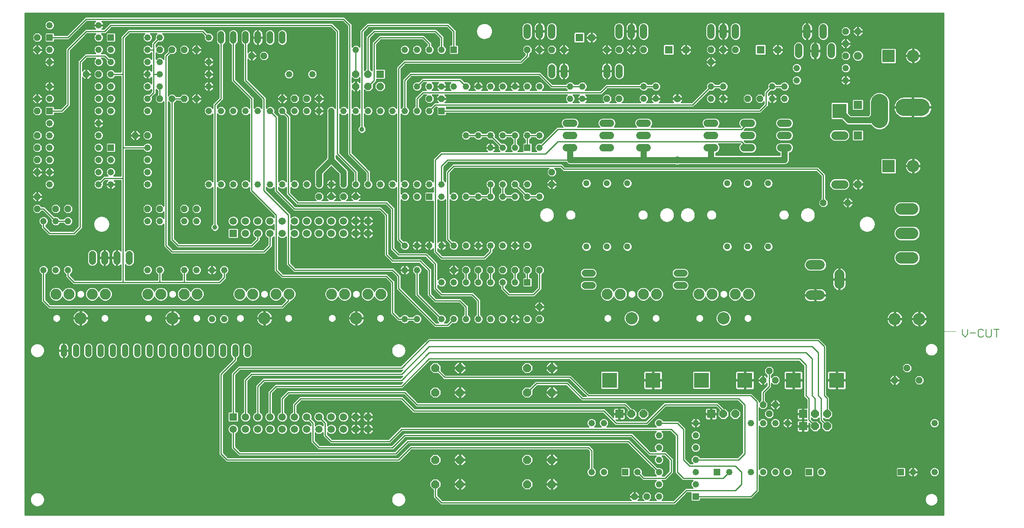
<source format=gtl>
G75*
%MOIN*%
%OFA0B0*%
%FSLAX24Y24*%
%IPPOS*%
%LPD*%
%AMOC8*
5,1,8,0,0,1.08239X$1,22.5*
%
%ADD10C,0.0000*%
%ADD11C,0.0060*%
%ADD12OC8,0.0520*%
%ADD13R,0.1000X0.1000*%
%ADD14C,0.1000*%
%ADD15C,0.0660*%
%ADD16R,0.0660X0.0660*%
%ADD17R,0.0520X0.0520*%
%ADD18C,0.0520*%
%ADD19C,0.0787*%
%ADD20C,0.0600*%
%ADD21C,0.0594*%
%ADD22C,0.0515*%
%ADD23C,0.0886*%
%ADD24C,0.0945*%
%ADD25R,0.0650X0.0650*%
%ADD26OC8,0.0650*%
%ADD27R,0.1227X0.1227*%
%ADD28OC8,0.0660*%
%ADD29C,0.0630*%
%ADD30R,0.0630X0.0630*%
%ADD31C,0.0560*%
%ADD32C,0.0700*%
%ADD33R,0.0594X0.0594*%
%ADD34C,0.0520*%
%ADD35OC8,0.0594*%
%ADD36C,0.1400*%
%ADD37C,0.0050*%
%ADD38C,0.0512*%
%ADD39C,0.0100*%
%ADD40C,0.0475*%
%ADD41C,0.1181*%
%ADD42OC8,0.0531*%
%ADD43C,0.0500*%
%ADD44C,0.0396*%
%ADD45R,0.1181X0.1181*%
D10*
X000500Y000250D02*
X000500Y015250D01*
X076500Y015250D01*
X074008Y013750D02*
X074010Y013794D01*
X074016Y013838D01*
X074026Y013881D01*
X074039Y013923D01*
X074057Y013963D01*
X074078Y014002D01*
X074102Y014039D01*
X074129Y014074D01*
X074160Y014106D01*
X074193Y014135D01*
X074229Y014161D01*
X074267Y014183D01*
X074307Y014202D01*
X074348Y014218D01*
X074391Y014230D01*
X074434Y014238D01*
X074478Y014242D01*
X074522Y014242D01*
X074566Y014238D01*
X074609Y014230D01*
X074652Y014218D01*
X074693Y014202D01*
X074733Y014183D01*
X074771Y014161D01*
X074807Y014135D01*
X074840Y014106D01*
X074871Y014074D01*
X074898Y014039D01*
X074922Y014002D01*
X074943Y013963D01*
X074961Y013923D01*
X074974Y013881D01*
X074984Y013838D01*
X074990Y013794D01*
X074992Y013750D01*
X074990Y013706D01*
X074984Y013662D01*
X074974Y013619D01*
X074961Y013577D01*
X074943Y013537D01*
X074922Y013498D01*
X074898Y013461D01*
X074871Y013426D01*
X074840Y013394D01*
X074807Y013365D01*
X074771Y013339D01*
X074733Y013317D01*
X074693Y013298D01*
X074652Y013282D01*
X074609Y013270D01*
X074566Y013262D01*
X074522Y013258D01*
X074478Y013258D01*
X074434Y013262D01*
X074391Y013270D01*
X074348Y013282D01*
X074307Y013298D01*
X074267Y013317D01*
X074229Y013339D01*
X074193Y013365D01*
X074160Y013394D01*
X074129Y013426D01*
X074102Y013461D01*
X074078Y013498D01*
X074057Y013537D01*
X074039Y013577D01*
X074026Y013619D01*
X074016Y013662D01*
X074010Y013706D01*
X074008Y013750D01*
X059213Y016313D02*
X059215Y016347D01*
X059221Y016381D01*
X059231Y016414D01*
X059244Y016445D01*
X059262Y016475D01*
X059282Y016503D01*
X059306Y016528D01*
X059332Y016550D01*
X059360Y016568D01*
X059391Y016584D01*
X059423Y016596D01*
X059457Y016604D01*
X059491Y016608D01*
X059525Y016608D01*
X059559Y016604D01*
X059593Y016596D01*
X059625Y016584D01*
X059655Y016568D01*
X059684Y016550D01*
X059710Y016528D01*
X059734Y016503D01*
X059754Y016475D01*
X059772Y016445D01*
X059785Y016414D01*
X059795Y016381D01*
X059801Y016347D01*
X059803Y016313D01*
X059801Y016279D01*
X059795Y016245D01*
X059785Y016212D01*
X059772Y016181D01*
X059754Y016151D01*
X059734Y016123D01*
X059710Y016098D01*
X059684Y016076D01*
X059656Y016058D01*
X059625Y016042D01*
X059593Y016030D01*
X059559Y016022D01*
X059525Y016018D01*
X059491Y016018D01*
X059457Y016022D01*
X059423Y016030D01*
X059391Y016042D01*
X059360Y016058D01*
X059332Y016076D01*
X059306Y016098D01*
X059282Y016123D01*
X059262Y016151D01*
X059244Y016181D01*
X059231Y016212D01*
X059221Y016245D01*
X059215Y016279D01*
X059213Y016313D01*
X055276Y016313D02*
X055278Y016347D01*
X055284Y016381D01*
X055294Y016414D01*
X055307Y016445D01*
X055325Y016475D01*
X055345Y016503D01*
X055369Y016528D01*
X055395Y016550D01*
X055423Y016568D01*
X055454Y016584D01*
X055486Y016596D01*
X055520Y016604D01*
X055554Y016608D01*
X055588Y016608D01*
X055622Y016604D01*
X055656Y016596D01*
X055688Y016584D01*
X055718Y016568D01*
X055747Y016550D01*
X055773Y016528D01*
X055797Y016503D01*
X055817Y016475D01*
X055835Y016445D01*
X055848Y016414D01*
X055858Y016381D01*
X055864Y016347D01*
X055866Y016313D01*
X055864Y016279D01*
X055858Y016245D01*
X055848Y016212D01*
X055835Y016181D01*
X055817Y016151D01*
X055797Y016123D01*
X055773Y016098D01*
X055747Y016076D01*
X055719Y016058D01*
X055688Y016042D01*
X055656Y016030D01*
X055622Y016022D01*
X055588Y016018D01*
X055554Y016018D01*
X055520Y016022D01*
X055486Y016030D01*
X055454Y016042D01*
X055423Y016058D01*
X055395Y016076D01*
X055369Y016098D01*
X055345Y016123D01*
X055325Y016151D01*
X055307Y016181D01*
X055294Y016212D01*
X055284Y016245D01*
X055278Y016279D01*
X055276Y016313D01*
X051713Y016313D02*
X051715Y016347D01*
X051721Y016381D01*
X051731Y016414D01*
X051744Y016445D01*
X051762Y016475D01*
X051782Y016503D01*
X051806Y016528D01*
X051832Y016550D01*
X051860Y016568D01*
X051891Y016584D01*
X051923Y016596D01*
X051957Y016604D01*
X051991Y016608D01*
X052025Y016608D01*
X052059Y016604D01*
X052093Y016596D01*
X052125Y016584D01*
X052155Y016568D01*
X052184Y016550D01*
X052210Y016528D01*
X052234Y016503D01*
X052254Y016475D01*
X052272Y016445D01*
X052285Y016414D01*
X052295Y016381D01*
X052301Y016347D01*
X052303Y016313D01*
X052301Y016279D01*
X052295Y016245D01*
X052285Y016212D01*
X052272Y016181D01*
X052254Y016151D01*
X052234Y016123D01*
X052210Y016098D01*
X052184Y016076D01*
X052156Y016058D01*
X052125Y016042D01*
X052093Y016030D01*
X052059Y016022D01*
X052025Y016018D01*
X051991Y016018D01*
X051957Y016022D01*
X051923Y016030D01*
X051891Y016042D01*
X051860Y016058D01*
X051832Y016076D01*
X051806Y016098D01*
X051782Y016123D01*
X051762Y016151D01*
X051744Y016181D01*
X051731Y016212D01*
X051721Y016245D01*
X051715Y016279D01*
X051713Y016313D01*
X049744Y018281D02*
X049746Y018315D01*
X049752Y018349D01*
X049762Y018382D01*
X049775Y018413D01*
X049793Y018443D01*
X049813Y018471D01*
X049837Y018496D01*
X049863Y018518D01*
X049891Y018536D01*
X049922Y018552D01*
X049954Y018564D01*
X049988Y018572D01*
X050022Y018576D01*
X050056Y018576D01*
X050090Y018572D01*
X050124Y018564D01*
X050156Y018552D01*
X050186Y018536D01*
X050215Y018518D01*
X050241Y018496D01*
X050265Y018471D01*
X050285Y018443D01*
X050303Y018413D01*
X050316Y018382D01*
X050326Y018349D01*
X050332Y018315D01*
X050334Y018281D01*
X050332Y018247D01*
X050326Y018213D01*
X050316Y018180D01*
X050303Y018149D01*
X050285Y018119D01*
X050265Y018091D01*
X050241Y018066D01*
X050215Y018044D01*
X050187Y018026D01*
X050156Y018010D01*
X050124Y017998D01*
X050090Y017990D01*
X050056Y017986D01*
X050022Y017986D01*
X049988Y017990D01*
X049954Y017998D01*
X049922Y018010D01*
X049891Y018026D01*
X049863Y018044D01*
X049837Y018066D01*
X049813Y018091D01*
X049793Y018119D01*
X049775Y018149D01*
X049762Y018180D01*
X049752Y018213D01*
X049746Y018247D01*
X049744Y018281D01*
X047776Y016313D02*
X047778Y016347D01*
X047784Y016381D01*
X047794Y016414D01*
X047807Y016445D01*
X047825Y016475D01*
X047845Y016503D01*
X047869Y016528D01*
X047895Y016550D01*
X047923Y016568D01*
X047954Y016584D01*
X047986Y016596D01*
X048020Y016604D01*
X048054Y016608D01*
X048088Y016608D01*
X048122Y016604D01*
X048156Y016596D01*
X048188Y016584D01*
X048218Y016568D01*
X048247Y016550D01*
X048273Y016528D01*
X048297Y016503D01*
X048317Y016475D01*
X048335Y016445D01*
X048348Y016414D01*
X048358Y016381D01*
X048364Y016347D01*
X048366Y016313D01*
X048364Y016279D01*
X048358Y016245D01*
X048348Y016212D01*
X048335Y016181D01*
X048317Y016151D01*
X048297Y016123D01*
X048273Y016098D01*
X048247Y016076D01*
X048219Y016058D01*
X048188Y016042D01*
X048156Y016030D01*
X048122Y016022D01*
X048088Y016018D01*
X048054Y016018D01*
X048020Y016022D01*
X047986Y016030D01*
X047954Y016042D01*
X047923Y016058D01*
X047895Y016076D01*
X047869Y016098D01*
X047845Y016123D01*
X047825Y016151D01*
X047807Y016181D01*
X047794Y016212D01*
X047784Y016245D01*
X047778Y016279D01*
X047776Y016313D01*
X057244Y018281D02*
X057246Y018315D01*
X057252Y018349D01*
X057262Y018382D01*
X057275Y018413D01*
X057293Y018443D01*
X057313Y018471D01*
X057337Y018496D01*
X057363Y018518D01*
X057391Y018536D01*
X057422Y018552D01*
X057454Y018564D01*
X057488Y018572D01*
X057522Y018576D01*
X057556Y018576D01*
X057590Y018572D01*
X057624Y018564D01*
X057656Y018552D01*
X057686Y018536D01*
X057715Y018518D01*
X057741Y018496D01*
X057765Y018471D01*
X057785Y018443D01*
X057803Y018413D01*
X057816Y018382D01*
X057826Y018349D01*
X057832Y018315D01*
X057834Y018281D01*
X057832Y018247D01*
X057826Y018213D01*
X057816Y018180D01*
X057803Y018149D01*
X057785Y018119D01*
X057765Y018091D01*
X057741Y018066D01*
X057715Y018044D01*
X057687Y018026D01*
X057656Y018010D01*
X057624Y017998D01*
X057590Y017990D01*
X057556Y017986D01*
X057522Y017986D01*
X057488Y017990D01*
X057454Y017998D01*
X057422Y018010D01*
X057391Y018026D01*
X057363Y018044D01*
X057337Y018066D01*
X057313Y018091D01*
X057293Y018119D01*
X057275Y018149D01*
X057262Y018180D01*
X057252Y018213D01*
X057246Y018247D01*
X057244Y018281D01*
X056151Y024750D02*
X056153Y024789D01*
X056159Y024828D01*
X056169Y024866D01*
X056182Y024903D01*
X056199Y024938D01*
X056219Y024972D01*
X056243Y025003D01*
X056270Y025032D01*
X056299Y025058D01*
X056331Y025081D01*
X056365Y025101D01*
X056401Y025117D01*
X056438Y025129D01*
X056477Y025138D01*
X056516Y025143D01*
X056555Y025144D01*
X056594Y025141D01*
X056633Y025134D01*
X056670Y025123D01*
X056707Y025109D01*
X056742Y025091D01*
X056775Y025070D01*
X056806Y025045D01*
X056834Y025018D01*
X056859Y024988D01*
X056881Y024955D01*
X056900Y024921D01*
X056915Y024885D01*
X056927Y024847D01*
X056935Y024809D01*
X056939Y024770D01*
X056939Y024730D01*
X056935Y024691D01*
X056927Y024653D01*
X056915Y024615D01*
X056900Y024579D01*
X056881Y024545D01*
X056859Y024512D01*
X056834Y024482D01*
X056806Y024455D01*
X056775Y024430D01*
X056742Y024409D01*
X056707Y024391D01*
X056670Y024377D01*
X056633Y024366D01*
X056594Y024359D01*
X056555Y024356D01*
X056516Y024357D01*
X056477Y024362D01*
X056438Y024371D01*
X056401Y024383D01*
X056365Y024399D01*
X056331Y024419D01*
X056299Y024442D01*
X056270Y024468D01*
X056243Y024497D01*
X056219Y024528D01*
X056199Y024562D01*
X056182Y024597D01*
X056169Y024634D01*
X056159Y024672D01*
X056153Y024711D01*
X056151Y024750D01*
X054025Y024750D02*
X054027Y024797D01*
X054033Y024845D01*
X054043Y024891D01*
X054056Y024937D01*
X054073Y024981D01*
X054094Y025024D01*
X054119Y025064D01*
X054146Y025103D01*
X054177Y025139D01*
X054211Y025173D01*
X054247Y025204D01*
X054286Y025231D01*
X054326Y025256D01*
X054369Y025277D01*
X054413Y025294D01*
X054459Y025307D01*
X054505Y025317D01*
X054553Y025323D01*
X054600Y025325D01*
X054647Y025323D01*
X054695Y025317D01*
X054741Y025307D01*
X054787Y025294D01*
X054831Y025277D01*
X054874Y025256D01*
X054914Y025231D01*
X054953Y025204D01*
X054989Y025173D01*
X055023Y025139D01*
X055054Y025103D01*
X055081Y025064D01*
X055106Y025024D01*
X055127Y024981D01*
X055144Y024937D01*
X055157Y024891D01*
X055167Y024845D01*
X055173Y024797D01*
X055175Y024750D01*
X055173Y024703D01*
X055167Y024655D01*
X055157Y024609D01*
X055144Y024563D01*
X055127Y024519D01*
X055106Y024476D01*
X055081Y024436D01*
X055054Y024397D01*
X055023Y024361D01*
X054989Y024327D01*
X054953Y024296D01*
X054914Y024269D01*
X054874Y024244D01*
X054831Y024223D01*
X054787Y024206D01*
X054741Y024193D01*
X054695Y024183D01*
X054647Y024177D01*
X054600Y024175D01*
X054553Y024177D01*
X054505Y024183D01*
X054459Y024193D01*
X054413Y024206D01*
X054369Y024223D01*
X054326Y024244D01*
X054286Y024269D01*
X054247Y024296D01*
X054211Y024327D01*
X054177Y024361D01*
X054146Y024397D01*
X054119Y024436D01*
X054094Y024476D01*
X054073Y024519D01*
X054056Y024563D01*
X054043Y024609D01*
X054033Y024655D01*
X054027Y024703D01*
X054025Y024750D01*
X052325Y024750D02*
X052327Y024797D01*
X052333Y024845D01*
X052343Y024891D01*
X052356Y024937D01*
X052373Y024981D01*
X052394Y025024D01*
X052419Y025064D01*
X052446Y025103D01*
X052477Y025139D01*
X052511Y025173D01*
X052547Y025204D01*
X052586Y025231D01*
X052626Y025256D01*
X052669Y025277D01*
X052713Y025294D01*
X052759Y025307D01*
X052805Y025317D01*
X052853Y025323D01*
X052900Y025325D01*
X052947Y025323D01*
X052995Y025317D01*
X053041Y025307D01*
X053087Y025294D01*
X053131Y025277D01*
X053174Y025256D01*
X053214Y025231D01*
X053253Y025204D01*
X053289Y025173D01*
X053323Y025139D01*
X053354Y025103D01*
X053381Y025064D01*
X053406Y025024D01*
X053427Y024981D01*
X053444Y024937D01*
X053457Y024891D01*
X053467Y024845D01*
X053473Y024797D01*
X053475Y024750D01*
X053473Y024703D01*
X053467Y024655D01*
X053457Y024609D01*
X053444Y024563D01*
X053427Y024519D01*
X053406Y024476D01*
X053381Y024436D01*
X053354Y024397D01*
X053323Y024361D01*
X053289Y024327D01*
X053253Y024296D01*
X053214Y024269D01*
X053174Y024244D01*
X053131Y024223D01*
X053087Y024206D01*
X053041Y024193D01*
X052995Y024183D01*
X052947Y024177D01*
X052900Y024175D01*
X052853Y024177D01*
X052805Y024183D01*
X052759Y024193D01*
X052713Y024206D01*
X052669Y024223D01*
X052626Y024244D01*
X052586Y024269D01*
X052547Y024296D01*
X052511Y024327D01*
X052477Y024361D01*
X052446Y024397D01*
X052419Y024436D01*
X052394Y024476D01*
X052373Y024519D01*
X052356Y024563D01*
X052343Y024609D01*
X052333Y024655D01*
X052327Y024703D01*
X052325Y024750D01*
X050551Y024750D02*
X050553Y024789D01*
X050559Y024828D01*
X050569Y024866D01*
X050582Y024903D01*
X050599Y024938D01*
X050619Y024972D01*
X050643Y025003D01*
X050670Y025032D01*
X050699Y025058D01*
X050731Y025081D01*
X050765Y025101D01*
X050801Y025117D01*
X050838Y025129D01*
X050877Y025138D01*
X050916Y025143D01*
X050955Y025144D01*
X050994Y025141D01*
X051033Y025134D01*
X051070Y025123D01*
X051107Y025109D01*
X051142Y025091D01*
X051175Y025070D01*
X051206Y025045D01*
X051234Y025018D01*
X051259Y024988D01*
X051281Y024955D01*
X051300Y024921D01*
X051315Y024885D01*
X051327Y024847D01*
X051335Y024809D01*
X051339Y024770D01*
X051339Y024730D01*
X051335Y024691D01*
X051327Y024653D01*
X051315Y024615D01*
X051300Y024579D01*
X051281Y024545D01*
X051259Y024512D01*
X051234Y024482D01*
X051206Y024455D01*
X051175Y024430D01*
X051142Y024409D01*
X051107Y024391D01*
X051070Y024377D01*
X051033Y024366D01*
X050994Y024359D01*
X050955Y024356D01*
X050916Y024357D01*
X050877Y024362D01*
X050838Y024371D01*
X050801Y024383D01*
X050765Y024399D01*
X050731Y024419D01*
X050699Y024442D01*
X050670Y024468D01*
X050643Y024497D01*
X050619Y024528D01*
X050599Y024562D01*
X050582Y024597D01*
X050569Y024634D01*
X050559Y024672D01*
X050553Y024711D01*
X050551Y024750D01*
X044651Y024750D02*
X044653Y024789D01*
X044659Y024828D01*
X044669Y024866D01*
X044682Y024903D01*
X044699Y024938D01*
X044719Y024972D01*
X044743Y025003D01*
X044770Y025032D01*
X044799Y025058D01*
X044831Y025081D01*
X044865Y025101D01*
X044901Y025117D01*
X044938Y025129D01*
X044977Y025138D01*
X045016Y025143D01*
X045055Y025144D01*
X045094Y025141D01*
X045133Y025134D01*
X045170Y025123D01*
X045207Y025109D01*
X045242Y025091D01*
X045275Y025070D01*
X045306Y025045D01*
X045334Y025018D01*
X045359Y024988D01*
X045381Y024955D01*
X045400Y024921D01*
X045415Y024885D01*
X045427Y024847D01*
X045435Y024809D01*
X045439Y024770D01*
X045439Y024730D01*
X045435Y024691D01*
X045427Y024653D01*
X045415Y024615D01*
X045400Y024579D01*
X045381Y024545D01*
X045359Y024512D01*
X045334Y024482D01*
X045306Y024455D01*
X045275Y024430D01*
X045242Y024409D01*
X045207Y024391D01*
X045170Y024377D01*
X045133Y024366D01*
X045094Y024359D01*
X045055Y024356D01*
X045016Y024357D01*
X044977Y024362D01*
X044938Y024371D01*
X044901Y024383D01*
X044865Y024399D01*
X044831Y024419D01*
X044799Y024442D01*
X044770Y024468D01*
X044743Y024497D01*
X044719Y024528D01*
X044699Y024562D01*
X044682Y024597D01*
X044669Y024634D01*
X044659Y024672D01*
X044653Y024711D01*
X044651Y024750D01*
X042525Y024750D02*
X042527Y024797D01*
X042533Y024845D01*
X042543Y024891D01*
X042556Y024937D01*
X042573Y024981D01*
X042594Y025024D01*
X042619Y025064D01*
X042646Y025103D01*
X042677Y025139D01*
X042711Y025173D01*
X042747Y025204D01*
X042786Y025231D01*
X042826Y025256D01*
X042869Y025277D01*
X042913Y025294D01*
X042959Y025307D01*
X043005Y025317D01*
X043053Y025323D01*
X043100Y025325D01*
X043147Y025323D01*
X043195Y025317D01*
X043241Y025307D01*
X043287Y025294D01*
X043331Y025277D01*
X043374Y025256D01*
X043414Y025231D01*
X043453Y025204D01*
X043489Y025173D01*
X043523Y025139D01*
X043554Y025103D01*
X043581Y025064D01*
X043606Y025024D01*
X043627Y024981D01*
X043644Y024937D01*
X043657Y024891D01*
X043667Y024845D01*
X043673Y024797D01*
X043675Y024750D01*
X043673Y024703D01*
X043667Y024655D01*
X043657Y024609D01*
X043644Y024563D01*
X043627Y024519D01*
X043606Y024476D01*
X043581Y024436D01*
X043554Y024397D01*
X043523Y024361D01*
X043489Y024327D01*
X043453Y024296D01*
X043414Y024269D01*
X043374Y024244D01*
X043331Y024223D01*
X043287Y024206D01*
X043241Y024193D01*
X043195Y024183D01*
X043147Y024177D01*
X043100Y024175D01*
X043053Y024177D01*
X043005Y024183D01*
X042959Y024193D01*
X042913Y024206D01*
X042869Y024223D01*
X042826Y024244D01*
X042786Y024269D01*
X042747Y024296D01*
X042711Y024327D01*
X042677Y024361D01*
X042646Y024397D01*
X042619Y024436D01*
X042594Y024476D01*
X042573Y024519D01*
X042556Y024563D01*
X042543Y024609D01*
X042533Y024655D01*
X042527Y024703D01*
X042525Y024750D01*
X027244Y018281D02*
X027246Y018315D01*
X027252Y018349D01*
X027262Y018382D01*
X027275Y018413D01*
X027293Y018443D01*
X027313Y018471D01*
X027337Y018496D01*
X027363Y018518D01*
X027391Y018536D01*
X027422Y018552D01*
X027454Y018564D01*
X027488Y018572D01*
X027522Y018576D01*
X027556Y018576D01*
X027590Y018572D01*
X027624Y018564D01*
X027656Y018552D01*
X027686Y018536D01*
X027715Y018518D01*
X027741Y018496D01*
X027765Y018471D01*
X027785Y018443D01*
X027803Y018413D01*
X027816Y018382D01*
X027826Y018349D01*
X027832Y018315D01*
X027834Y018281D01*
X027832Y018247D01*
X027826Y018213D01*
X027816Y018180D01*
X027803Y018149D01*
X027785Y018119D01*
X027765Y018091D01*
X027741Y018066D01*
X027715Y018044D01*
X027687Y018026D01*
X027656Y018010D01*
X027624Y017998D01*
X027590Y017990D01*
X027556Y017986D01*
X027522Y017986D01*
X027488Y017990D01*
X027454Y017998D01*
X027422Y018010D01*
X027391Y018026D01*
X027363Y018044D01*
X027337Y018066D01*
X027313Y018091D01*
X027293Y018119D01*
X027275Y018149D01*
X027262Y018180D01*
X027252Y018213D01*
X027246Y018247D01*
X027244Y018281D01*
X025276Y016313D02*
X025278Y016347D01*
X025284Y016381D01*
X025294Y016414D01*
X025307Y016445D01*
X025325Y016475D01*
X025345Y016503D01*
X025369Y016528D01*
X025395Y016550D01*
X025423Y016568D01*
X025454Y016584D01*
X025486Y016596D01*
X025520Y016604D01*
X025554Y016608D01*
X025588Y016608D01*
X025622Y016604D01*
X025656Y016596D01*
X025688Y016584D01*
X025718Y016568D01*
X025747Y016550D01*
X025773Y016528D01*
X025797Y016503D01*
X025817Y016475D01*
X025835Y016445D01*
X025848Y016414D01*
X025858Y016381D01*
X025864Y016347D01*
X025866Y016313D01*
X025864Y016279D01*
X025858Y016245D01*
X025848Y016212D01*
X025835Y016181D01*
X025817Y016151D01*
X025797Y016123D01*
X025773Y016098D01*
X025747Y016076D01*
X025719Y016058D01*
X025688Y016042D01*
X025656Y016030D01*
X025622Y016022D01*
X025588Y016018D01*
X025554Y016018D01*
X025520Y016022D01*
X025486Y016030D01*
X025454Y016042D01*
X025423Y016058D01*
X025395Y016076D01*
X025369Y016098D01*
X025345Y016123D01*
X025325Y016151D01*
X025307Y016181D01*
X025294Y016212D01*
X025284Y016245D01*
X025278Y016279D01*
X025276Y016313D01*
X021713Y016313D02*
X021715Y016347D01*
X021721Y016381D01*
X021731Y016414D01*
X021744Y016445D01*
X021762Y016475D01*
X021782Y016503D01*
X021806Y016528D01*
X021832Y016550D01*
X021860Y016568D01*
X021891Y016584D01*
X021923Y016596D01*
X021957Y016604D01*
X021991Y016608D01*
X022025Y016608D01*
X022059Y016604D01*
X022093Y016596D01*
X022125Y016584D01*
X022155Y016568D01*
X022184Y016550D01*
X022210Y016528D01*
X022234Y016503D01*
X022254Y016475D01*
X022272Y016445D01*
X022285Y016414D01*
X022295Y016381D01*
X022301Y016347D01*
X022303Y016313D01*
X022301Y016279D01*
X022295Y016245D01*
X022285Y016212D01*
X022272Y016181D01*
X022254Y016151D01*
X022234Y016123D01*
X022210Y016098D01*
X022184Y016076D01*
X022156Y016058D01*
X022125Y016042D01*
X022093Y016030D01*
X022059Y016022D01*
X022025Y016018D01*
X021991Y016018D01*
X021957Y016022D01*
X021923Y016030D01*
X021891Y016042D01*
X021860Y016058D01*
X021832Y016076D01*
X021806Y016098D01*
X021782Y016123D01*
X021762Y016151D01*
X021744Y016181D01*
X021731Y016212D01*
X021721Y016245D01*
X021715Y016279D01*
X021713Y016313D01*
X019744Y018281D02*
X019746Y018315D01*
X019752Y018349D01*
X019762Y018382D01*
X019775Y018413D01*
X019793Y018443D01*
X019813Y018471D01*
X019837Y018496D01*
X019863Y018518D01*
X019891Y018536D01*
X019922Y018552D01*
X019954Y018564D01*
X019988Y018572D01*
X020022Y018576D01*
X020056Y018576D01*
X020090Y018572D01*
X020124Y018564D01*
X020156Y018552D01*
X020186Y018536D01*
X020215Y018518D01*
X020241Y018496D01*
X020265Y018471D01*
X020285Y018443D01*
X020303Y018413D01*
X020316Y018382D01*
X020326Y018349D01*
X020332Y018315D01*
X020334Y018281D01*
X020332Y018247D01*
X020326Y018213D01*
X020316Y018180D01*
X020303Y018149D01*
X020285Y018119D01*
X020265Y018091D01*
X020241Y018066D01*
X020215Y018044D01*
X020187Y018026D01*
X020156Y018010D01*
X020124Y017998D01*
X020090Y017990D01*
X020056Y017986D01*
X020022Y017986D01*
X019988Y017990D01*
X019954Y017998D01*
X019922Y018010D01*
X019891Y018026D01*
X019863Y018044D01*
X019837Y018066D01*
X019813Y018091D01*
X019793Y018119D01*
X019775Y018149D01*
X019762Y018180D01*
X019752Y018213D01*
X019746Y018247D01*
X019744Y018281D01*
X017776Y016313D02*
X017778Y016347D01*
X017784Y016381D01*
X017794Y016414D01*
X017807Y016445D01*
X017825Y016475D01*
X017845Y016503D01*
X017869Y016528D01*
X017895Y016550D01*
X017923Y016568D01*
X017954Y016584D01*
X017986Y016596D01*
X018020Y016604D01*
X018054Y016608D01*
X018088Y016608D01*
X018122Y016604D01*
X018156Y016596D01*
X018188Y016584D01*
X018218Y016568D01*
X018247Y016550D01*
X018273Y016528D01*
X018297Y016503D01*
X018317Y016475D01*
X018335Y016445D01*
X018348Y016414D01*
X018358Y016381D01*
X018364Y016347D01*
X018366Y016313D01*
X018364Y016279D01*
X018358Y016245D01*
X018348Y016212D01*
X018335Y016181D01*
X018317Y016151D01*
X018297Y016123D01*
X018273Y016098D01*
X018247Y016076D01*
X018219Y016058D01*
X018188Y016042D01*
X018156Y016030D01*
X018122Y016022D01*
X018088Y016018D01*
X018054Y016018D01*
X018020Y016022D01*
X017986Y016030D01*
X017954Y016042D01*
X017923Y016058D01*
X017895Y016076D01*
X017869Y016098D01*
X017845Y016123D01*
X017825Y016151D01*
X017807Y016181D01*
X017794Y016212D01*
X017784Y016245D01*
X017778Y016279D01*
X017776Y016313D01*
X014213Y016313D02*
X014215Y016347D01*
X014221Y016381D01*
X014231Y016414D01*
X014244Y016445D01*
X014262Y016475D01*
X014282Y016503D01*
X014306Y016528D01*
X014332Y016550D01*
X014360Y016568D01*
X014391Y016584D01*
X014423Y016596D01*
X014457Y016604D01*
X014491Y016608D01*
X014525Y016608D01*
X014559Y016604D01*
X014593Y016596D01*
X014625Y016584D01*
X014655Y016568D01*
X014684Y016550D01*
X014710Y016528D01*
X014734Y016503D01*
X014754Y016475D01*
X014772Y016445D01*
X014785Y016414D01*
X014795Y016381D01*
X014801Y016347D01*
X014803Y016313D01*
X014801Y016279D01*
X014795Y016245D01*
X014785Y016212D01*
X014772Y016181D01*
X014754Y016151D01*
X014734Y016123D01*
X014710Y016098D01*
X014684Y016076D01*
X014656Y016058D01*
X014625Y016042D01*
X014593Y016030D01*
X014559Y016022D01*
X014525Y016018D01*
X014491Y016018D01*
X014457Y016022D01*
X014423Y016030D01*
X014391Y016042D01*
X014360Y016058D01*
X014332Y016076D01*
X014306Y016098D01*
X014282Y016123D01*
X014262Y016151D01*
X014244Y016181D01*
X014231Y016212D01*
X014221Y016245D01*
X014215Y016279D01*
X014213Y016313D01*
X010276Y016313D02*
X010278Y016347D01*
X010284Y016381D01*
X010294Y016414D01*
X010307Y016445D01*
X010325Y016475D01*
X010345Y016503D01*
X010369Y016528D01*
X010395Y016550D01*
X010423Y016568D01*
X010454Y016584D01*
X010486Y016596D01*
X010520Y016604D01*
X010554Y016608D01*
X010588Y016608D01*
X010622Y016604D01*
X010656Y016596D01*
X010688Y016584D01*
X010718Y016568D01*
X010747Y016550D01*
X010773Y016528D01*
X010797Y016503D01*
X010817Y016475D01*
X010835Y016445D01*
X010848Y016414D01*
X010858Y016381D01*
X010864Y016347D01*
X010866Y016313D01*
X010864Y016279D01*
X010858Y016245D01*
X010848Y016212D01*
X010835Y016181D01*
X010817Y016151D01*
X010797Y016123D01*
X010773Y016098D01*
X010747Y016076D01*
X010719Y016058D01*
X010688Y016042D01*
X010656Y016030D01*
X010622Y016022D01*
X010588Y016018D01*
X010554Y016018D01*
X010520Y016022D01*
X010486Y016030D01*
X010454Y016042D01*
X010423Y016058D01*
X010395Y016076D01*
X010369Y016098D01*
X010345Y016123D01*
X010325Y016151D01*
X010307Y016181D01*
X010294Y016212D01*
X010284Y016245D01*
X010278Y016279D01*
X010276Y016313D01*
X006713Y016313D02*
X006715Y016347D01*
X006721Y016381D01*
X006731Y016414D01*
X006744Y016445D01*
X006762Y016475D01*
X006782Y016503D01*
X006806Y016528D01*
X006832Y016550D01*
X006860Y016568D01*
X006891Y016584D01*
X006923Y016596D01*
X006957Y016604D01*
X006991Y016608D01*
X007025Y016608D01*
X007059Y016604D01*
X007093Y016596D01*
X007125Y016584D01*
X007155Y016568D01*
X007184Y016550D01*
X007210Y016528D01*
X007234Y016503D01*
X007254Y016475D01*
X007272Y016445D01*
X007285Y016414D01*
X007295Y016381D01*
X007301Y016347D01*
X007303Y016313D01*
X007301Y016279D01*
X007295Y016245D01*
X007285Y016212D01*
X007272Y016181D01*
X007254Y016151D01*
X007234Y016123D01*
X007210Y016098D01*
X007184Y016076D01*
X007156Y016058D01*
X007125Y016042D01*
X007093Y016030D01*
X007059Y016022D01*
X007025Y016018D01*
X006991Y016018D01*
X006957Y016022D01*
X006923Y016030D01*
X006891Y016042D01*
X006860Y016058D01*
X006832Y016076D01*
X006806Y016098D01*
X006782Y016123D01*
X006762Y016151D01*
X006744Y016181D01*
X006731Y016212D01*
X006721Y016245D01*
X006715Y016279D01*
X006713Y016313D01*
X004744Y018281D02*
X004746Y018315D01*
X004752Y018349D01*
X004762Y018382D01*
X004775Y018413D01*
X004793Y018443D01*
X004813Y018471D01*
X004837Y018496D01*
X004863Y018518D01*
X004891Y018536D01*
X004922Y018552D01*
X004954Y018564D01*
X004988Y018572D01*
X005022Y018576D01*
X005056Y018576D01*
X005090Y018572D01*
X005124Y018564D01*
X005156Y018552D01*
X005186Y018536D01*
X005215Y018518D01*
X005241Y018496D01*
X005265Y018471D01*
X005285Y018443D01*
X005303Y018413D01*
X005316Y018382D01*
X005326Y018349D01*
X005332Y018315D01*
X005334Y018281D01*
X005332Y018247D01*
X005326Y018213D01*
X005316Y018180D01*
X005303Y018149D01*
X005285Y018119D01*
X005265Y018091D01*
X005241Y018066D01*
X005215Y018044D01*
X005187Y018026D01*
X005156Y018010D01*
X005124Y017998D01*
X005090Y017990D01*
X005056Y017986D01*
X005022Y017986D01*
X004988Y017990D01*
X004954Y017998D01*
X004922Y018010D01*
X004891Y018026D01*
X004863Y018044D01*
X004837Y018066D01*
X004813Y018091D01*
X004793Y018119D01*
X004775Y018149D01*
X004762Y018180D01*
X004752Y018213D01*
X004746Y018247D01*
X004744Y018281D01*
X002776Y016313D02*
X002778Y016347D01*
X002784Y016381D01*
X002794Y016414D01*
X002807Y016445D01*
X002825Y016475D01*
X002845Y016503D01*
X002869Y016528D01*
X002895Y016550D01*
X002923Y016568D01*
X002954Y016584D01*
X002986Y016596D01*
X003020Y016604D01*
X003054Y016608D01*
X003088Y016608D01*
X003122Y016604D01*
X003156Y016596D01*
X003188Y016584D01*
X003218Y016568D01*
X003247Y016550D01*
X003273Y016528D01*
X003297Y016503D01*
X003317Y016475D01*
X003335Y016445D01*
X003348Y016414D01*
X003358Y016381D01*
X003364Y016347D01*
X003366Y016313D01*
X003364Y016279D01*
X003358Y016245D01*
X003348Y016212D01*
X003335Y016181D01*
X003317Y016151D01*
X003297Y016123D01*
X003273Y016098D01*
X003247Y016076D01*
X003219Y016058D01*
X003188Y016042D01*
X003156Y016030D01*
X003122Y016022D01*
X003088Y016018D01*
X003054Y016018D01*
X003020Y016022D01*
X002986Y016030D01*
X002954Y016042D01*
X002923Y016058D01*
X002895Y016076D01*
X002869Y016098D01*
X002845Y016123D01*
X002825Y016151D01*
X002807Y016181D01*
X002794Y016212D01*
X002784Y016245D01*
X002778Y016279D01*
X002776Y016313D01*
X000500Y015250D02*
X000500Y041250D01*
X075500Y041250D01*
X075492Y000250D01*
X000500Y000250D01*
X000949Y001500D02*
X000951Y001547D01*
X000957Y001593D01*
X000967Y001639D01*
X000980Y001684D01*
X000998Y001727D01*
X001019Y001769D01*
X001043Y001809D01*
X001071Y001846D01*
X001102Y001881D01*
X001136Y001914D01*
X001172Y001943D01*
X001211Y001969D01*
X001252Y001992D01*
X001295Y002011D01*
X001339Y002027D01*
X001384Y002039D01*
X001430Y002047D01*
X001477Y002051D01*
X001523Y002051D01*
X001570Y002047D01*
X001616Y002039D01*
X001661Y002027D01*
X001705Y002011D01*
X001748Y001992D01*
X001789Y001969D01*
X001828Y001943D01*
X001864Y001914D01*
X001898Y001881D01*
X001929Y001846D01*
X001957Y001809D01*
X001981Y001769D01*
X002002Y001727D01*
X002020Y001684D01*
X002033Y001639D01*
X002043Y001593D01*
X002049Y001547D01*
X002051Y001500D01*
X002049Y001453D01*
X002043Y001407D01*
X002033Y001361D01*
X002020Y001316D01*
X002002Y001273D01*
X001981Y001231D01*
X001957Y001191D01*
X001929Y001154D01*
X001898Y001119D01*
X001864Y001086D01*
X001828Y001057D01*
X001789Y001031D01*
X001748Y001008D01*
X001705Y000989D01*
X001661Y000973D01*
X001616Y000961D01*
X001570Y000953D01*
X001523Y000949D01*
X001477Y000949D01*
X001430Y000953D01*
X001384Y000961D01*
X001339Y000973D01*
X001295Y000989D01*
X001252Y001008D01*
X001211Y001031D01*
X001172Y001057D01*
X001136Y001086D01*
X001102Y001119D01*
X001071Y001154D01*
X001043Y001191D01*
X001019Y001231D01*
X000998Y001273D01*
X000980Y001316D01*
X000967Y001361D01*
X000957Y001407D01*
X000951Y001453D01*
X000949Y001500D01*
X000949Y013673D02*
X000951Y013720D01*
X000957Y013766D01*
X000967Y013812D01*
X000980Y013857D01*
X000998Y013900D01*
X001019Y013942D01*
X001043Y013982D01*
X001071Y014019D01*
X001102Y014054D01*
X001136Y014087D01*
X001172Y014116D01*
X001211Y014142D01*
X001252Y014165D01*
X001295Y014184D01*
X001339Y014200D01*
X001384Y014212D01*
X001430Y014220D01*
X001477Y014224D01*
X001523Y014224D01*
X001570Y014220D01*
X001616Y014212D01*
X001661Y014200D01*
X001705Y014184D01*
X001748Y014165D01*
X001789Y014142D01*
X001828Y014116D01*
X001864Y014087D01*
X001898Y014054D01*
X001929Y014019D01*
X001957Y013982D01*
X001981Y013942D01*
X002002Y013900D01*
X002020Y013857D01*
X002033Y013812D01*
X002043Y013766D01*
X002049Y013720D01*
X002051Y013673D01*
X002049Y013626D01*
X002043Y013580D01*
X002033Y013534D01*
X002020Y013489D01*
X002002Y013446D01*
X001981Y013404D01*
X001957Y013364D01*
X001929Y013327D01*
X001898Y013292D01*
X001864Y013259D01*
X001828Y013230D01*
X001789Y013204D01*
X001748Y013181D01*
X001705Y013162D01*
X001661Y013146D01*
X001616Y013134D01*
X001570Y013126D01*
X001523Y013122D01*
X001477Y013122D01*
X001430Y013126D01*
X001384Y013134D01*
X001339Y013146D01*
X001295Y013162D01*
X001252Y013181D01*
X001211Y013204D01*
X001172Y013230D01*
X001136Y013259D01*
X001102Y013292D01*
X001071Y013327D01*
X001043Y013364D01*
X001019Y013404D01*
X000998Y013446D01*
X000980Y013489D01*
X000967Y013534D01*
X000957Y013580D01*
X000951Y013626D01*
X000949Y013673D01*
X012244Y018281D02*
X012246Y018315D01*
X012252Y018349D01*
X012262Y018382D01*
X012275Y018413D01*
X012293Y018443D01*
X012313Y018471D01*
X012337Y018496D01*
X012363Y018518D01*
X012391Y018536D01*
X012422Y018552D01*
X012454Y018564D01*
X012488Y018572D01*
X012522Y018576D01*
X012556Y018576D01*
X012590Y018572D01*
X012624Y018564D01*
X012656Y018552D01*
X012686Y018536D01*
X012715Y018518D01*
X012741Y018496D01*
X012765Y018471D01*
X012785Y018443D01*
X012803Y018413D01*
X012816Y018382D01*
X012826Y018349D01*
X012832Y018315D01*
X012834Y018281D01*
X012832Y018247D01*
X012826Y018213D01*
X012816Y018180D01*
X012803Y018149D01*
X012785Y018119D01*
X012765Y018091D01*
X012741Y018066D01*
X012715Y018044D01*
X012687Y018026D01*
X012656Y018010D01*
X012624Y017998D01*
X012590Y017990D01*
X012556Y017986D01*
X012522Y017986D01*
X012488Y017990D01*
X012454Y017998D01*
X012422Y018010D01*
X012391Y018026D01*
X012363Y018044D01*
X012337Y018066D01*
X012313Y018091D01*
X012293Y018119D01*
X012275Y018149D01*
X012262Y018180D01*
X012252Y018213D01*
X012246Y018247D01*
X012244Y018281D01*
X006120Y024000D02*
X006122Y024050D01*
X006128Y024100D01*
X006138Y024149D01*
X006152Y024197D01*
X006169Y024244D01*
X006190Y024289D01*
X006215Y024333D01*
X006243Y024374D01*
X006275Y024413D01*
X006309Y024450D01*
X006346Y024484D01*
X006386Y024514D01*
X006428Y024541D01*
X006472Y024565D01*
X006518Y024586D01*
X006565Y024602D01*
X006613Y024615D01*
X006663Y024624D01*
X006712Y024629D01*
X006763Y024630D01*
X006813Y024627D01*
X006862Y024620D01*
X006911Y024609D01*
X006959Y024594D01*
X007005Y024576D01*
X007050Y024554D01*
X007093Y024528D01*
X007134Y024499D01*
X007173Y024467D01*
X007209Y024432D01*
X007241Y024394D01*
X007271Y024354D01*
X007298Y024311D01*
X007321Y024267D01*
X007340Y024221D01*
X007356Y024173D01*
X007368Y024124D01*
X007376Y024075D01*
X007380Y024025D01*
X007380Y023975D01*
X007376Y023925D01*
X007368Y023876D01*
X007356Y023827D01*
X007340Y023779D01*
X007321Y023733D01*
X007298Y023689D01*
X007271Y023646D01*
X007241Y023606D01*
X007209Y023568D01*
X007173Y023533D01*
X007134Y023501D01*
X007093Y023472D01*
X007050Y023446D01*
X007005Y023424D01*
X006959Y023406D01*
X006911Y023391D01*
X006862Y023380D01*
X006813Y023373D01*
X006763Y023370D01*
X006712Y023371D01*
X006663Y023376D01*
X006613Y023385D01*
X006565Y023398D01*
X006518Y023414D01*
X006472Y023435D01*
X006428Y023459D01*
X006386Y023486D01*
X006346Y023516D01*
X006309Y023550D01*
X006275Y023587D01*
X006243Y023626D01*
X006215Y023667D01*
X006190Y023711D01*
X006169Y023756D01*
X006152Y023803D01*
X006138Y023851D01*
X006128Y023900D01*
X006122Y023950D01*
X006120Y024000D01*
X029213Y016313D02*
X029215Y016347D01*
X029221Y016381D01*
X029231Y016414D01*
X029244Y016445D01*
X029262Y016475D01*
X029282Y016503D01*
X029306Y016528D01*
X029332Y016550D01*
X029360Y016568D01*
X029391Y016584D01*
X029423Y016596D01*
X029457Y016604D01*
X029491Y016608D01*
X029525Y016608D01*
X029559Y016604D01*
X029593Y016596D01*
X029625Y016584D01*
X029655Y016568D01*
X029684Y016550D01*
X029710Y016528D01*
X029734Y016503D01*
X029754Y016475D01*
X029772Y016445D01*
X029785Y016414D01*
X029795Y016381D01*
X029801Y016347D01*
X029803Y016313D01*
X029801Y016279D01*
X029795Y016245D01*
X029785Y016212D01*
X029772Y016181D01*
X029754Y016151D01*
X029734Y016123D01*
X029710Y016098D01*
X029684Y016076D01*
X029656Y016058D01*
X029625Y016042D01*
X029593Y016030D01*
X029559Y016022D01*
X029525Y016018D01*
X029491Y016018D01*
X029457Y016022D01*
X029423Y016030D01*
X029391Y016042D01*
X029360Y016058D01*
X029332Y016076D01*
X029306Y016098D01*
X029282Y016123D01*
X029262Y016151D01*
X029244Y016181D01*
X029231Y016212D01*
X029221Y016245D01*
X029215Y016279D01*
X029213Y016313D01*
X030445Y013673D02*
X030447Y013720D01*
X030453Y013766D01*
X030463Y013812D01*
X030476Y013857D01*
X030494Y013900D01*
X030515Y013942D01*
X030539Y013982D01*
X030567Y014019D01*
X030598Y014054D01*
X030632Y014087D01*
X030668Y014116D01*
X030707Y014142D01*
X030748Y014165D01*
X030791Y014184D01*
X030835Y014200D01*
X030880Y014212D01*
X030926Y014220D01*
X030973Y014224D01*
X031019Y014224D01*
X031066Y014220D01*
X031112Y014212D01*
X031157Y014200D01*
X031201Y014184D01*
X031244Y014165D01*
X031285Y014142D01*
X031324Y014116D01*
X031360Y014087D01*
X031394Y014054D01*
X031425Y014019D01*
X031453Y013982D01*
X031477Y013942D01*
X031498Y013900D01*
X031516Y013857D01*
X031529Y013812D01*
X031539Y013766D01*
X031545Y013720D01*
X031547Y013673D01*
X031545Y013626D01*
X031539Y013580D01*
X031529Y013534D01*
X031516Y013489D01*
X031498Y013446D01*
X031477Y013404D01*
X031453Y013364D01*
X031425Y013327D01*
X031394Y013292D01*
X031360Y013259D01*
X031324Y013230D01*
X031285Y013204D01*
X031244Y013181D01*
X031201Y013162D01*
X031157Y013146D01*
X031112Y013134D01*
X031066Y013126D01*
X031019Y013122D01*
X030973Y013122D01*
X030926Y013126D01*
X030880Y013134D01*
X030835Y013146D01*
X030791Y013162D01*
X030748Y013181D01*
X030707Y013204D01*
X030668Y013230D01*
X030632Y013259D01*
X030598Y013292D01*
X030567Y013327D01*
X030539Y013364D01*
X030515Y013404D01*
X030494Y013446D01*
X030476Y013489D01*
X030463Y013534D01*
X030453Y013580D01*
X030447Y013626D01*
X030445Y013673D01*
X030445Y001500D02*
X030447Y001547D01*
X030453Y001593D01*
X030463Y001639D01*
X030476Y001684D01*
X030494Y001727D01*
X030515Y001769D01*
X030539Y001809D01*
X030567Y001846D01*
X030598Y001881D01*
X030632Y001914D01*
X030668Y001943D01*
X030707Y001969D01*
X030748Y001992D01*
X030791Y002011D01*
X030835Y002027D01*
X030880Y002039D01*
X030926Y002047D01*
X030973Y002051D01*
X031019Y002051D01*
X031066Y002047D01*
X031112Y002039D01*
X031157Y002027D01*
X031201Y002011D01*
X031244Y001992D01*
X031285Y001969D01*
X031324Y001943D01*
X031360Y001914D01*
X031394Y001881D01*
X031425Y001846D01*
X031453Y001809D01*
X031477Y001769D01*
X031498Y001727D01*
X031516Y001684D01*
X031529Y001639D01*
X031539Y001593D01*
X031545Y001547D01*
X031547Y001500D01*
X031545Y001453D01*
X031539Y001407D01*
X031529Y001361D01*
X031516Y001316D01*
X031498Y001273D01*
X031477Y001231D01*
X031453Y001191D01*
X031425Y001154D01*
X031394Y001119D01*
X031360Y001086D01*
X031324Y001057D01*
X031285Y001031D01*
X031244Y001008D01*
X031201Y000989D01*
X031157Y000973D01*
X031112Y000961D01*
X031066Y000953D01*
X031019Y000949D01*
X030973Y000949D01*
X030926Y000953D01*
X030880Y000961D01*
X030835Y000973D01*
X030791Y000989D01*
X030748Y001008D01*
X030707Y001031D01*
X030668Y001057D01*
X030632Y001086D01*
X030598Y001119D01*
X030567Y001154D01*
X030539Y001191D01*
X030515Y001231D01*
X030494Y001273D01*
X030476Y001316D01*
X030463Y001361D01*
X030453Y001407D01*
X030447Y001453D01*
X030445Y001500D01*
X068620Y024000D02*
X068622Y024050D01*
X068628Y024100D01*
X068638Y024149D01*
X068652Y024197D01*
X068669Y024244D01*
X068690Y024289D01*
X068715Y024333D01*
X068743Y024374D01*
X068775Y024413D01*
X068809Y024450D01*
X068846Y024484D01*
X068886Y024514D01*
X068928Y024541D01*
X068972Y024565D01*
X069018Y024586D01*
X069065Y024602D01*
X069113Y024615D01*
X069163Y024624D01*
X069212Y024629D01*
X069263Y024630D01*
X069313Y024627D01*
X069362Y024620D01*
X069411Y024609D01*
X069459Y024594D01*
X069505Y024576D01*
X069550Y024554D01*
X069593Y024528D01*
X069634Y024499D01*
X069673Y024467D01*
X069709Y024432D01*
X069741Y024394D01*
X069771Y024354D01*
X069798Y024311D01*
X069821Y024267D01*
X069840Y024221D01*
X069856Y024173D01*
X069868Y024124D01*
X069876Y024075D01*
X069880Y024025D01*
X069880Y023975D01*
X069876Y023925D01*
X069868Y023876D01*
X069856Y023827D01*
X069840Y023779D01*
X069821Y023733D01*
X069798Y023689D01*
X069771Y023646D01*
X069741Y023606D01*
X069709Y023568D01*
X069673Y023533D01*
X069634Y023501D01*
X069593Y023472D01*
X069550Y023446D01*
X069505Y023424D01*
X069459Y023406D01*
X069411Y023391D01*
X069362Y023380D01*
X069313Y023373D01*
X069263Y023370D01*
X069212Y023371D01*
X069163Y023376D01*
X069113Y023385D01*
X069065Y023398D01*
X069018Y023414D01*
X068972Y023435D01*
X068928Y023459D01*
X068886Y023486D01*
X068846Y023516D01*
X068809Y023550D01*
X068775Y023587D01*
X068743Y023626D01*
X068715Y023667D01*
X068690Y023711D01*
X068669Y023756D01*
X068652Y023803D01*
X068638Y023851D01*
X068628Y023900D01*
X068622Y023950D01*
X068620Y024000D01*
X063825Y024750D02*
X063827Y024797D01*
X063833Y024845D01*
X063843Y024891D01*
X063856Y024937D01*
X063873Y024981D01*
X063894Y025024D01*
X063919Y025064D01*
X063946Y025103D01*
X063977Y025139D01*
X064011Y025173D01*
X064047Y025204D01*
X064086Y025231D01*
X064126Y025256D01*
X064169Y025277D01*
X064213Y025294D01*
X064259Y025307D01*
X064305Y025317D01*
X064353Y025323D01*
X064400Y025325D01*
X064447Y025323D01*
X064495Y025317D01*
X064541Y025307D01*
X064587Y025294D01*
X064631Y025277D01*
X064674Y025256D01*
X064714Y025231D01*
X064753Y025204D01*
X064789Y025173D01*
X064823Y025139D01*
X064854Y025103D01*
X064881Y025064D01*
X064906Y025024D01*
X064927Y024981D01*
X064944Y024937D01*
X064957Y024891D01*
X064967Y024845D01*
X064973Y024797D01*
X064975Y024750D01*
X064973Y024703D01*
X064967Y024655D01*
X064957Y024609D01*
X064944Y024563D01*
X064927Y024519D01*
X064906Y024476D01*
X064881Y024436D01*
X064854Y024397D01*
X064823Y024361D01*
X064789Y024327D01*
X064753Y024296D01*
X064714Y024269D01*
X064674Y024244D01*
X064631Y024223D01*
X064587Y024206D01*
X064541Y024193D01*
X064495Y024183D01*
X064447Y024177D01*
X064400Y024175D01*
X064353Y024177D01*
X064305Y024183D01*
X064259Y024193D01*
X064213Y024206D01*
X064169Y024223D01*
X064126Y024244D01*
X064086Y024269D01*
X064047Y024296D01*
X064011Y024327D01*
X063977Y024361D01*
X063946Y024397D01*
X063919Y024436D01*
X063894Y024476D01*
X063873Y024519D01*
X063856Y024563D01*
X063843Y024609D01*
X063833Y024655D01*
X063827Y024703D01*
X063825Y024750D01*
X062061Y024750D02*
X062063Y024789D01*
X062069Y024828D01*
X062079Y024866D01*
X062092Y024903D01*
X062109Y024938D01*
X062129Y024972D01*
X062153Y025003D01*
X062180Y025032D01*
X062209Y025058D01*
X062241Y025081D01*
X062275Y025101D01*
X062311Y025117D01*
X062348Y025129D01*
X062387Y025138D01*
X062426Y025143D01*
X062465Y025144D01*
X062504Y025141D01*
X062543Y025134D01*
X062580Y025123D01*
X062617Y025109D01*
X062652Y025091D01*
X062685Y025070D01*
X062716Y025045D01*
X062744Y025018D01*
X062769Y024988D01*
X062791Y024955D01*
X062810Y024921D01*
X062825Y024885D01*
X062837Y024847D01*
X062845Y024809D01*
X062849Y024770D01*
X062849Y024730D01*
X062845Y024691D01*
X062837Y024653D01*
X062825Y024615D01*
X062810Y024579D01*
X062791Y024545D01*
X062769Y024512D01*
X062744Y024482D01*
X062716Y024455D01*
X062685Y024430D01*
X062652Y024409D01*
X062617Y024391D01*
X062580Y024377D01*
X062543Y024366D01*
X062504Y024359D01*
X062465Y024356D01*
X062426Y024357D01*
X062387Y024362D01*
X062348Y024371D01*
X062311Y024383D01*
X062275Y024399D01*
X062241Y024419D01*
X062209Y024442D01*
X062180Y024468D01*
X062153Y024497D01*
X062129Y024528D01*
X062109Y024562D01*
X062092Y024597D01*
X062079Y024634D01*
X062069Y024672D01*
X062063Y024711D01*
X062061Y024750D01*
X037370Y039750D02*
X037372Y039800D01*
X037378Y039850D01*
X037388Y039899D01*
X037402Y039947D01*
X037419Y039994D01*
X037440Y040039D01*
X037465Y040083D01*
X037493Y040124D01*
X037525Y040163D01*
X037559Y040200D01*
X037596Y040234D01*
X037636Y040264D01*
X037678Y040291D01*
X037722Y040315D01*
X037768Y040336D01*
X037815Y040352D01*
X037863Y040365D01*
X037913Y040374D01*
X037962Y040379D01*
X038013Y040380D01*
X038063Y040377D01*
X038112Y040370D01*
X038161Y040359D01*
X038209Y040344D01*
X038255Y040326D01*
X038300Y040304D01*
X038343Y040278D01*
X038384Y040249D01*
X038423Y040217D01*
X038459Y040182D01*
X038491Y040144D01*
X038521Y040104D01*
X038548Y040061D01*
X038571Y040017D01*
X038590Y039971D01*
X038606Y039923D01*
X038618Y039874D01*
X038626Y039825D01*
X038630Y039775D01*
X038630Y039725D01*
X038626Y039675D01*
X038618Y039626D01*
X038606Y039577D01*
X038590Y039529D01*
X038571Y039483D01*
X038548Y039439D01*
X038521Y039396D01*
X038491Y039356D01*
X038459Y039318D01*
X038423Y039283D01*
X038384Y039251D01*
X038343Y039222D01*
X038300Y039196D01*
X038255Y039174D01*
X038209Y039156D01*
X038161Y039141D01*
X038112Y039130D01*
X038063Y039123D01*
X038013Y039120D01*
X037962Y039121D01*
X037913Y039126D01*
X037863Y039135D01*
X037815Y039148D01*
X037768Y039164D01*
X037722Y039185D01*
X037678Y039209D01*
X037636Y039236D01*
X037596Y039266D01*
X037559Y039300D01*
X037525Y039337D01*
X037493Y039376D01*
X037465Y039417D01*
X037440Y039461D01*
X037419Y039506D01*
X037402Y039553D01*
X037388Y039601D01*
X037378Y039650D01*
X037372Y039700D01*
X037370Y039750D01*
X074008Y001500D02*
X074010Y001544D01*
X074016Y001588D01*
X074026Y001631D01*
X074039Y001673D01*
X074057Y001713D01*
X074078Y001752D01*
X074102Y001789D01*
X074129Y001824D01*
X074160Y001856D01*
X074193Y001885D01*
X074229Y001911D01*
X074267Y001933D01*
X074307Y001952D01*
X074348Y001968D01*
X074391Y001980D01*
X074434Y001988D01*
X074478Y001992D01*
X074522Y001992D01*
X074566Y001988D01*
X074609Y001980D01*
X074652Y001968D01*
X074693Y001952D01*
X074733Y001933D01*
X074771Y001911D01*
X074807Y001885D01*
X074840Y001856D01*
X074871Y001824D01*
X074898Y001789D01*
X074922Y001752D01*
X074943Y001713D01*
X074961Y001673D01*
X074974Y001631D01*
X074984Y001588D01*
X074990Y001544D01*
X074992Y001500D01*
X074990Y001456D01*
X074984Y001412D01*
X074974Y001369D01*
X074961Y001327D01*
X074943Y001287D01*
X074922Y001248D01*
X074898Y001211D01*
X074871Y001176D01*
X074840Y001144D01*
X074807Y001115D01*
X074771Y001089D01*
X074733Y001067D01*
X074693Y001048D01*
X074652Y001032D01*
X074609Y001020D01*
X074566Y001012D01*
X074522Y001008D01*
X074478Y001008D01*
X074434Y001012D01*
X074391Y001020D01*
X074348Y001032D01*
X074307Y001048D01*
X074267Y001067D01*
X074229Y001089D01*
X074193Y001115D01*
X074160Y001144D01*
X074129Y001176D01*
X074102Y001211D01*
X074078Y001248D01*
X074057Y001287D01*
X074039Y001327D01*
X074026Y001369D01*
X074016Y001412D01*
X074010Y001456D01*
X074008Y001500D01*
D11*
X077244Y014780D02*
X077457Y014994D01*
X077457Y015421D01*
X077675Y015100D02*
X078102Y015100D01*
X078319Y015314D02*
X078319Y014887D01*
X078426Y014780D01*
X078639Y014780D01*
X078746Y014887D01*
X078964Y014887D02*
X079070Y014780D01*
X079284Y014780D01*
X079391Y014887D01*
X079391Y015421D01*
X079608Y015421D02*
X080035Y015421D01*
X079822Y015421D02*
X079822Y014780D01*
X078964Y014887D02*
X078964Y015421D01*
X078746Y015314D02*
X078639Y015421D01*
X078426Y015421D01*
X078319Y015314D01*
X077244Y014780D02*
X077030Y014994D01*
X077030Y015421D01*
D12*
X072500Y012250D03*
X071500Y011250D03*
X073500Y011250D03*
X061750Y011250D03*
X061250Y012000D03*
X060750Y011250D03*
X060750Y009250D03*
X061750Y009250D03*
X061250Y008500D03*
X051250Y001750D03*
X050250Y001750D03*
X042500Y016250D03*
X042500Y017250D03*
X042500Y020250D03*
X041500Y020250D03*
X040500Y020250D03*
X039500Y020250D03*
X038500Y020250D03*
X037500Y020250D03*
X036500Y020250D03*
X035500Y020250D03*
X027500Y026250D03*
X026500Y026250D03*
X025500Y026250D03*
X024500Y026250D03*
X014500Y025250D03*
X013500Y025250D03*
X011500Y025250D03*
X010500Y025250D03*
X004000Y025250D03*
X003000Y025250D03*
X001500Y025250D03*
X001500Y026250D03*
X001500Y028250D03*
X001500Y029250D03*
X001500Y030250D03*
X001500Y031250D03*
X001500Y033250D03*
X001500Y034250D03*
X005500Y036250D03*
X006500Y036250D03*
X011500Y034250D03*
X012500Y034250D03*
X013500Y034250D03*
X014500Y034250D03*
X010500Y031250D03*
X009500Y031250D03*
X019000Y037750D03*
X020000Y037750D03*
X014500Y038250D03*
X013500Y038250D03*
X012500Y038250D03*
X011500Y038250D03*
X021500Y034250D03*
X022500Y034250D03*
X023500Y034250D03*
X024500Y034250D03*
X033500Y034250D03*
X034500Y034250D03*
X041500Y038250D03*
X042500Y038250D03*
X043500Y038250D03*
X044500Y038250D03*
X048000Y038250D03*
X049000Y038250D03*
X050000Y038250D03*
X051000Y038250D03*
X056500Y038250D03*
X057500Y038250D03*
X058500Y038250D03*
X056500Y037250D03*
X059500Y034250D03*
X060500Y034250D03*
X067500Y037750D03*
X067500Y038750D03*
X067500Y039750D03*
X068500Y039750D03*
X049000Y034250D03*
X048000Y034250D03*
X043500Y028250D03*
X043500Y027250D03*
X065669Y025750D03*
X067669Y025750D03*
X001500Y038250D03*
X001500Y039250D03*
D13*
X071000Y037750D03*
X071000Y028750D03*
D14*
X073000Y028750D03*
X073000Y037750D03*
X073500Y016250D03*
X071500Y016250D03*
X057539Y016313D03*
X050039Y016313D03*
X027539Y016313D03*
X020039Y016313D03*
X012539Y016313D03*
X005039Y016313D03*
D15*
X068500Y027250D03*
X068500Y037750D03*
D16*
X068500Y033750D03*
X068500Y031250D03*
D17*
X041500Y030250D03*
X034500Y033250D03*
X035500Y038250D03*
X033500Y026250D03*
X041500Y019250D03*
X049500Y003750D03*
X055250Y001750D03*
X057000Y003750D03*
X064500Y003750D03*
X072000Y003750D03*
X007500Y030250D03*
X002500Y033250D03*
X002500Y039250D03*
X007500Y039250D03*
D18*
X006500Y039250D03*
X006500Y038250D03*
X007500Y038250D03*
X007500Y037250D03*
X006500Y037250D03*
X007500Y036250D03*
X007500Y035250D03*
X006500Y035250D03*
X006500Y034250D03*
X007500Y034250D03*
X007500Y033250D03*
X006500Y033250D03*
X006500Y032250D03*
X006500Y031250D03*
X006500Y030250D03*
X006500Y029250D03*
X007500Y029250D03*
X007500Y028250D03*
X006500Y028250D03*
X006500Y027250D03*
X007500Y027250D03*
X010500Y027250D03*
X010500Y028250D03*
X010500Y029250D03*
X010500Y030250D03*
X015500Y027250D03*
X016500Y027250D03*
X017500Y027250D03*
X018500Y027250D03*
X019500Y027250D03*
X020500Y027250D03*
X021500Y027250D03*
X022500Y027250D03*
X023500Y027250D03*
X024500Y027250D03*
X025500Y027250D03*
X026500Y027250D03*
X027500Y027250D03*
X028500Y027250D03*
X029500Y027250D03*
X030500Y027250D03*
X031500Y027250D03*
X032500Y027250D03*
X033500Y027250D03*
X034500Y027250D03*
X034500Y026250D03*
X035500Y026250D03*
X036500Y026250D03*
X037500Y026250D03*
X038500Y026250D03*
X038500Y027250D03*
X039500Y027250D03*
X040500Y027250D03*
X041500Y027250D03*
X041500Y026250D03*
X040500Y026250D03*
X039500Y026250D03*
X042500Y026250D03*
X042500Y030250D03*
X040500Y030250D03*
X039500Y030250D03*
X038500Y030250D03*
X038500Y031250D03*
X037500Y031250D03*
X036500Y031250D03*
X039500Y031250D03*
X040500Y031250D03*
X041500Y031250D03*
X042500Y031250D03*
X045000Y034250D03*
X046000Y034250D03*
X046000Y035250D03*
X045000Y035250D03*
X042500Y035250D03*
X041500Y035250D03*
X040500Y035250D03*
X039500Y035250D03*
X038500Y035250D03*
X037500Y035250D03*
X036500Y035250D03*
X035500Y035250D03*
X034500Y035250D03*
X033500Y035250D03*
X032500Y035250D03*
X032500Y033250D03*
X031500Y033250D03*
X030500Y033250D03*
X029500Y033250D03*
X028500Y033250D03*
X027500Y033250D03*
X026500Y033250D03*
X025500Y033250D03*
X024500Y033250D03*
X023500Y033250D03*
X022500Y033250D03*
X021500Y033250D03*
X020500Y033250D03*
X019500Y033250D03*
X018500Y033250D03*
X017500Y033250D03*
X016500Y033250D03*
X015500Y033250D03*
X015500Y035250D03*
X015500Y036250D03*
X015500Y037250D03*
X015500Y039250D03*
X011500Y039250D03*
X010500Y039250D03*
X010500Y038250D03*
X010500Y037250D03*
X011500Y037250D03*
X011500Y036250D03*
X010500Y036250D03*
X010500Y035250D03*
X011500Y035250D03*
X010500Y034250D03*
X010500Y033250D03*
X002500Y032250D03*
X002500Y031250D03*
X002500Y030250D03*
X002500Y029250D03*
X002500Y028250D03*
X002500Y027250D03*
X002000Y024250D03*
X003000Y024250D03*
X004000Y024250D03*
X010500Y024250D03*
X011500Y024250D03*
X013500Y024250D03*
X014500Y024250D03*
X014500Y020250D03*
X015750Y020250D03*
X016750Y020250D03*
X013500Y020250D03*
X011500Y020250D03*
X010500Y020250D03*
X004000Y020250D03*
X003000Y020250D03*
X002000Y020250D03*
X015750Y016250D03*
X016750Y016250D03*
X031500Y016250D03*
X032500Y016250D03*
X034500Y016250D03*
X035500Y016250D03*
X036500Y016250D03*
X037500Y016250D03*
X038500Y016250D03*
X039500Y016250D03*
X040500Y016250D03*
X041500Y016250D03*
X040500Y019250D03*
X039500Y019250D03*
X038500Y019250D03*
X037500Y019250D03*
X036500Y019250D03*
X035500Y019250D03*
X034500Y019250D03*
X032500Y020250D03*
X031500Y020250D03*
X031500Y022250D03*
X032500Y022250D03*
X033500Y022250D03*
X034500Y022250D03*
X035500Y022250D03*
X036500Y022250D03*
X037500Y022250D03*
X038500Y022250D03*
X039500Y022250D03*
X040500Y022250D03*
X041500Y022250D03*
X032500Y026250D03*
X031500Y026250D03*
X033500Y033250D03*
X033500Y038250D03*
X032500Y038250D03*
X031500Y038250D03*
X034500Y038250D03*
X027500Y038250D03*
X023950Y036250D03*
X022050Y036250D03*
X006500Y040250D03*
X002500Y040250D03*
X002500Y038250D03*
X002500Y037250D03*
X002500Y035250D03*
X002500Y034250D03*
X051000Y034250D03*
X052000Y034250D03*
X052000Y035250D03*
X051000Y035250D03*
X056500Y035250D03*
X057500Y035250D03*
X057500Y034250D03*
X056500Y034250D03*
X061500Y034250D03*
X062500Y034250D03*
X062500Y035250D03*
X061500Y035250D03*
X063500Y035750D03*
X063500Y036750D03*
X067500Y036750D03*
X067500Y035750D03*
X062750Y007750D03*
X061750Y007750D03*
X060750Y007750D03*
X059750Y007750D03*
X055250Y007750D03*
X055250Y006750D03*
X055250Y005750D03*
X055250Y004750D03*
X055250Y003750D03*
X055250Y002750D03*
X052250Y002750D03*
X052250Y001750D03*
X052250Y003750D03*
X052250Y004750D03*
X052250Y005750D03*
X052250Y006750D03*
X052250Y007750D03*
X047750Y007750D03*
X046750Y007750D03*
X046750Y003750D03*
X047750Y003750D03*
X050500Y003750D03*
X058000Y003750D03*
X059750Y003750D03*
X060750Y003750D03*
X061750Y003750D03*
X062750Y003750D03*
X065500Y003750D03*
X073000Y003750D03*
X074750Y003750D03*
X074750Y007750D03*
D19*
X065409Y018203D02*
X064622Y018203D01*
X066984Y019108D02*
X066984Y019896D01*
X065409Y020683D02*
X064622Y020683D01*
D20*
X062800Y030250D02*
X062200Y030250D01*
X062200Y031250D02*
X062800Y031250D01*
X062800Y032250D02*
X062200Y032250D01*
X059800Y032250D02*
X059200Y032250D01*
X059200Y031250D02*
X059800Y031250D01*
X059800Y030250D02*
X059200Y030250D01*
X056800Y030250D02*
X056200Y030250D01*
X056200Y031250D02*
X056800Y031250D01*
X056800Y032250D02*
X056200Y032250D01*
X051300Y032250D02*
X050700Y032250D01*
X050700Y031250D02*
X051300Y031250D01*
X051300Y030250D02*
X050700Y030250D01*
X048300Y030250D02*
X047700Y030250D01*
X047700Y031250D02*
X048300Y031250D01*
X048300Y032250D02*
X047700Y032250D01*
X045300Y032250D02*
X044700Y032250D01*
X044700Y031250D02*
X045300Y031250D01*
X045300Y030250D02*
X044700Y030250D01*
X043500Y039450D02*
X043500Y040050D01*
X042500Y040050D02*
X042500Y039450D01*
X041500Y039450D02*
X041500Y040050D01*
X049000Y040050D02*
X049000Y039450D01*
X050000Y039450D02*
X050000Y040050D01*
X051000Y040050D02*
X051000Y039450D01*
X056500Y039450D02*
X056500Y040050D01*
X057500Y040050D02*
X057500Y039450D01*
X058500Y039450D02*
X058500Y040050D01*
X063661Y038464D02*
X063661Y037864D01*
X065000Y037864D02*
X065000Y038464D01*
X064331Y039439D02*
X064331Y040039D01*
X065669Y040039D02*
X065669Y039439D01*
X066339Y038464D02*
X066339Y037864D01*
D21*
X053750Y034250D03*
X053750Y029250D03*
X028500Y024250D03*
X027500Y024250D03*
X026500Y024250D03*
X025500Y024250D03*
X024500Y024250D03*
X023500Y024250D03*
X022500Y024250D03*
X021500Y024250D03*
X020500Y024250D03*
X019500Y024250D03*
X018500Y024250D03*
X017500Y024250D03*
X018500Y023250D03*
X019500Y023250D03*
X020500Y023250D03*
X021500Y023250D03*
X022500Y023250D03*
X023500Y023250D03*
X024500Y023250D03*
X025500Y023250D03*
X026500Y023250D03*
X027500Y023250D03*
X028500Y023250D03*
X028500Y008250D03*
X027500Y008250D03*
X027500Y007250D03*
X028500Y007250D03*
X026500Y007250D03*
X025500Y007250D03*
X024500Y007250D03*
X023500Y007250D03*
X022500Y007250D03*
X022500Y008250D03*
X023500Y008250D03*
X024500Y008250D03*
X025500Y008250D03*
X026500Y008250D03*
X021500Y008250D03*
X020500Y008250D03*
X019500Y008250D03*
X018500Y008250D03*
X018500Y007250D03*
X019500Y007250D03*
X020500Y007250D03*
X021500Y007250D03*
X017500Y007250D03*
D22*
X017650Y013416D02*
X017650Y013931D01*
X016650Y013931D02*
X016650Y013416D01*
X015650Y013416D02*
X015650Y013931D01*
X014650Y013931D02*
X014650Y013416D01*
X013650Y013416D02*
X013650Y013931D01*
X012650Y013931D02*
X012650Y013416D01*
X011650Y013416D02*
X011650Y013931D01*
X010650Y013931D02*
X010650Y013416D01*
X009650Y013416D02*
X009650Y013931D01*
X008650Y013931D02*
X008650Y013416D01*
X007650Y013416D02*
X007650Y013931D01*
X006650Y013931D02*
X006650Y013416D01*
X005650Y013416D02*
X005650Y013931D01*
X004650Y013931D02*
X004650Y013416D01*
X003650Y013416D02*
X003650Y013931D01*
X018650Y013931D02*
X018650Y013416D01*
D23*
X019094Y018281D03*
X018031Y018281D03*
X020984Y018281D03*
X022047Y018281D03*
X025531Y018281D03*
X026594Y018281D03*
X028484Y018281D03*
X029547Y018281D03*
X014547Y018281D03*
X013484Y018281D03*
X011594Y018281D03*
X010531Y018281D03*
X007047Y018281D03*
X005984Y018281D03*
X004094Y018281D03*
X003031Y018281D03*
X048031Y018281D03*
X049094Y018281D03*
X050984Y018281D03*
X052047Y018281D03*
X055531Y018281D03*
X056594Y018281D03*
X058484Y018281D03*
X059547Y018281D03*
D24*
X072028Y021250D02*
X072973Y021250D01*
X072973Y023250D02*
X072028Y023250D01*
X072028Y025250D02*
X072973Y025250D01*
D25*
X064016Y008494D03*
X064016Y007494D03*
X056516Y008494D03*
X049016Y008494D03*
D26*
X050000Y008494D03*
X050984Y008494D03*
X057500Y008494D03*
X058484Y008494D03*
X065000Y008494D03*
X065984Y008494D03*
X065984Y007494D03*
X065000Y007494D03*
D27*
X063228Y011250D03*
X066772Y011250D03*
X059272Y011250D03*
X055728Y011250D03*
X051772Y011250D03*
X048228Y011250D03*
D28*
X043500Y010250D03*
X041500Y010250D03*
X041500Y012250D03*
X043500Y012250D03*
X036000Y012250D03*
X034000Y012250D03*
X034000Y010250D03*
X036000Y010250D03*
X036000Y004750D03*
X034000Y004750D03*
X034000Y002750D03*
X036000Y002750D03*
X041500Y002750D03*
X043500Y002750D03*
X043500Y004750D03*
X041500Y004750D03*
D29*
X054450Y038250D03*
X046750Y039250D03*
X061950Y038250D03*
D30*
X060550Y038250D03*
X053050Y038250D03*
X045750Y039250D03*
D31*
X044500Y036780D02*
X044500Y036220D01*
X043500Y036220D02*
X043500Y036780D01*
X048000Y036780D02*
X048000Y036220D01*
X049000Y036220D02*
X049000Y036780D01*
X046780Y020000D02*
X046220Y020000D01*
X046220Y019000D02*
X046780Y019000D01*
X053720Y019000D02*
X054280Y019000D01*
X054280Y020000D02*
X053720Y020000D01*
X009000Y020970D02*
X009000Y021530D01*
X008000Y021530D02*
X008000Y020970D01*
X007000Y020970D02*
X007000Y021530D01*
X006000Y021530D02*
X006000Y020970D01*
D32*
X066650Y027250D02*
X067350Y027250D01*
X067350Y031250D02*
X066650Y031250D01*
D33*
X029500Y036250D03*
X017500Y023250D03*
X017500Y008250D03*
D34*
X017500Y038990D02*
X017500Y039510D01*
X016500Y039510D02*
X016500Y038990D01*
X018500Y038990D02*
X018500Y039510D01*
X019500Y039510D02*
X019500Y038990D01*
X020500Y038990D02*
X020500Y039510D01*
X021500Y039510D02*
X021500Y038990D01*
D35*
X027500Y036250D03*
X028500Y036250D03*
X028500Y035250D03*
X027500Y035250D03*
X029500Y035250D03*
D36*
X070250Y033950D02*
X070250Y032550D01*
X072275Y033540D02*
X073675Y033540D01*
D37*
X074090Y033270D02*
X074090Y033810D01*
X071850Y033810D01*
X071850Y033270D01*
X074090Y033270D01*
X070520Y034370D02*
X070520Y032130D01*
X069980Y032130D01*
X069980Y034370D01*
X070520Y034370D01*
D38*
X061175Y027335D03*
X059500Y027335D03*
X057825Y027335D03*
X049675Y027335D03*
X048000Y027335D03*
X046325Y027335D03*
X046325Y022165D03*
X048000Y022165D03*
X049675Y022165D03*
X057825Y022165D03*
X059500Y022165D03*
X061175Y022165D03*
D39*
X075500Y000250D02*
X000500Y000250D01*
X000500Y041250D01*
X075500Y041250D01*
X075500Y000250D01*
X000500Y000250D01*
X000500Y000349D02*
X075500Y000349D01*
X075500Y000447D02*
X000500Y000447D01*
X000500Y000546D02*
X075500Y000546D01*
X075500Y000644D02*
X000500Y000644D01*
X000500Y000743D02*
X075500Y000743D01*
X075500Y000841D02*
X000500Y000841D01*
X000500Y000940D02*
X001282Y000940D01*
X001380Y000899D02*
X001620Y000899D01*
X001841Y000990D01*
X002010Y001159D01*
X002101Y001380D01*
X002101Y001620D01*
X002010Y001841D01*
X001841Y002010D01*
X001620Y002101D01*
X001380Y002101D01*
X001159Y002010D01*
X000990Y001841D01*
X000899Y001620D01*
X000899Y001380D01*
X000990Y001159D01*
X001159Y000990D01*
X001380Y000899D01*
X001112Y001038D02*
X000500Y001038D01*
X000500Y001137D02*
X001013Y001137D01*
X000959Y001235D02*
X000500Y001235D01*
X000500Y001334D02*
X000918Y001334D01*
X000899Y001432D02*
X000500Y001432D01*
X000500Y001531D02*
X000899Y001531D01*
X000903Y001629D02*
X000500Y001629D01*
X000500Y001728D02*
X000944Y001728D01*
X000984Y001826D02*
X000500Y001826D01*
X000500Y001925D02*
X001074Y001925D01*
X001192Y002023D02*
X000500Y002023D01*
X000500Y002122D02*
X033820Y002122D01*
X033820Y002220D02*
X000500Y002220D01*
X000500Y002319D02*
X033781Y002319D01*
X033809Y002290D02*
X033820Y002290D01*
X033820Y001675D01*
X033925Y001570D01*
X034425Y001070D01*
X053575Y001070D01*
X053680Y001175D01*
X054575Y002070D01*
X054866Y002070D01*
X054860Y002064D01*
X054860Y001436D01*
X054936Y001360D01*
X055564Y001360D01*
X055640Y001436D01*
X055640Y001570D01*
X059825Y001570D01*
X059930Y001675D01*
X060430Y002175D01*
X060430Y003518D01*
X060529Y003419D01*
X060672Y003360D01*
X060828Y003360D01*
X060971Y003419D01*
X061081Y003529D01*
X061140Y003672D01*
X061140Y003828D01*
X061081Y003971D01*
X060971Y004081D01*
X060828Y004140D01*
X060672Y004140D01*
X060529Y004081D01*
X060430Y003982D01*
X060430Y007518D01*
X060529Y007419D01*
X060672Y007360D01*
X060828Y007360D01*
X060971Y007419D01*
X061081Y007529D01*
X061140Y007672D01*
X061140Y007828D01*
X061081Y007971D01*
X060971Y008081D01*
X060828Y008140D01*
X060672Y008140D01*
X060529Y008081D01*
X060430Y007982D01*
X060430Y009018D01*
X060588Y008860D01*
X060912Y008860D01*
X061140Y009088D01*
X061140Y009412D01*
X060930Y009622D01*
X060930Y010175D01*
X061430Y010675D01*
X061430Y011018D01*
X061588Y010860D01*
X061912Y010860D01*
X062140Y011088D01*
X062140Y011412D01*
X061912Y011640D01*
X061588Y011640D01*
X061430Y011482D01*
X061430Y011628D01*
X061640Y011838D01*
X061640Y012162D01*
X061412Y012390D01*
X061088Y012390D01*
X060860Y012162D01*
X060860Y011838D01*
X061070Y011628D01*
X061070Y011510D01*
X060920Y011660D01*
X060780Y011660D01*
X060780Y011280D01*
X060720Y011280D01*
X060720Y011660D01*
X060580Y011660D01*
X060340Y011420D01*
X060340Y011280D01*
X060720Y011280D01*
X060720Y011220D01*
X060780Y011220D01*
X060780Y010840D01*
X060920Y010840D01*
X061070Y010990D01*
X061070Y010825D01*
X060675Y010430D01*
X060570Y010325D01*
X060570Y009622D01*
X060430Y009482D01*
X060430Y009575D01*
X060325Y009680D01*
X059825Y010180D01*
X046575Y010180D01*
X045075Y011680D01*
X034825Y011680D01*
X034453Y012052D01*
X034460Y012059D01*
X034460Y012441D01*
X034191Y012710D01*
X033809Y012710D01*
X033540Y012441D01*
X033540Y012059D01*
X033809Y011790D01*
X034191Y011790D01*
X034198Y011797D01*
X034570Y011425D01*
X034675Y011320D01*
X044925Y011320D01*
X046315Y009930D01*
X046075Y009930D01*
X044930Y011075D01*
X044825Y011180D01*
X042175Y011180D01*
X041698Y010703D01*
X041691Y010710D01*
X041309Y010710D01*
X041040Y010441D01*
X041040Y010059D01*
X041309Y009790D01*
X041691Y009790D01*
X041960Y010059D01*
X041960Y010441D01*
X041953Y010448D01*
X042325Y010820D01*
X044675Y010820D01*
X045925Y009570D01*
X058675Y009570D01*
X059070Y009175D01*
X059070Y005325D01*
X058675Y004930D01*
X055598Y004930D01*
X055581Y004971D01*
X055471Y005081D01*
X055328Y005140D01*
X055172Y005140D01*
X055029Y005081D01*
X054919Y004971D01*
X054860Y004828D01*
X054860Y004672D01*
X054919Y004529D01*
X055018Y004430D01*
X054825Y004430D01*
X054430Y004825D01*
X054430Y007325D01*
X054325Y007430D01*
X053825Y007930D01*
X052598Y007930D01*
X052581Y007971D01*
X052471Y008081D01*
X052328Y008140D01*
X052172Y008140D01*
X052029Y008081D01*
X051919Y007971D01*
X051860Y007828D01*
X051860Y007672D01*
X051919Y007529D01*
X052018Y007430D01*
X047982Y007430D01*
X048081Y007529D01*
X048140Y007672D01*
X048140Y007828D01*
X048081Y007971D01*
X047971Y008081D01*
X047828Y008140D01*
X047672Y008140D01*
X047529Y008081D01*
X047419Y007971D01*
X047360Y007828D01*
X047360Y007672D01*
X047419Y007529D01*
X047518Y007430D01*
X046982Y007430D01*
X047081Y007529D01*
X047140Y007672D01*
X047140Y007828D01*
X047081Y007971D01*
X046971Y008081D01*
X046828Y008140D01*
X046672Y008140D01*
X046529Y008081D01*
X046419Y007971D01*
X046360Y007828D01*
X046360Y007672D01*
X046419Y007529D01*
X046518Y007430D01*
X031175Y007430D01*
X030175Y006430D01*
X025575Y006430D01*
X025180Y006825D01*
X025180Y006966D01*
X025258Y006888D01*
X025415Y006823D01*
X025585Y006823D01*
X025742Y006888D01*
X025862Y007008D01*
X025927Y007165D01*
X025927Y007335D01*
X025862Y007492D01*
X025742Y007612D01*
X025585Y007677D01*
X025415Y007677D01*
X025258Y007612D01*
X025180Y007534D01*
X025180Y007825D01*
X024901Y008103D01*
X024927Y008165D01*
X024927Y008335D01*
X024862Y008492D01*
X024742Y008612D01*
X024585Y008677D01*
X024415Y008677D01*
X024258Y008612D01*
X024138Y008492D01*
X024073Y008335D01*
X024073Y008165D01*
X024138Y008008D01*
X024258Y007888D01*
X024415Y007823D01*
X024585Y007823D01*
X024647Y007849D01*
X024820Y007675D01*
X024820Y007534D01*
X024742Y007612D01*
X024585Y007677D01*
X024415Y007677D01*
X024258Y007612D01*
X024180Y007534D01*
X024180Y007825D01*
X023901Y008103D01*
X023927Y008165D01*
X023927Y008335D01*
X023862Y008492D01*
X023742Y008612D01*
X023585Y008677D01*
X023415Y008677D01*
X023258Y008612D01*
X023138Y008492D01*
X023073Y008335D01*
X023073Y008165D01*
X023138Y008008D01*
X023258Y007888D01*
X023415Y007823D01*
X023585Y007823D01*
X023647Y007849D01*
X023820Y007675D01*
X023820Y007534D01*
X023742Y007612D01*
X023585Y007677D01*
X023415Y007677D01*
X023258Y007612D01*
X023138Y007492D01*
X023073Y007335D01*
X023073Y007165D01*
X023138Y007008D01*
X023258Y006888D01*
X023415Y006823D01*
X023585Y006823D01*
X023742Y006888D01*
X023820Y006966D01*
X023820Y006175D01*
X023925Y006070D01*
X024425Y005570D01*
X030575Y005570D01*
X030680Y005675D01*
X030680Y005675D01*
X031575Y006570D01*
X049925Y006570D01*
X051425Y005070D01*
X052018Y005070D01*
X051919Y004971D01*
X051860Y004828D01*
X051860Y004672D01*
X051919Y004529D01*
X052029Y004419D01*
X052172Y004360D01*
X052328Y004360D01*
X052471Y004419D01*
X052581Y004529D01*
X052640Y004672D01*
X052640Y004828D01*
X052581Y004971D01*
X052482Y005070D01*
X052675Y005070D01*
X053070Y004675D01*
X053070Y003825D01*
X052675Y003430D01*
X052482Y003430D01*
X052581Y003529D01*
X052640Y003672D01*
X052640Y003828D01*
X052581Y003971D01*
X052471Y004081D01*
X052328Y004140D01*
X052172Y004140D01*
X052132Y004123D01*
X049825Y006430D01*
X031675Y006430D01*
X031570Y006325D01*
X030675Y005430D01*
X018075Y005430D01*
X017680Y005825D01*
X017680Y006863D01*
X017742Y006888D01*
X017862Y007008D01*
X017927Y007165D01*
X017927Y007335D01*
X017862Y007492D01*
X017742Y007612D01*
X017585Y007677D01*
X017415Y007677D01*
X017258Y007612D01*
X017138Y007492D01*
X017073Y007335D01*
X017073Y007165D01*
X017138Y007008D01*
X017258Y006888D01*
X017320Y006863D01*
X017320Y005675D01*
X017820Y005175D01*
X016830Y005175D01*
X016928Y005077D02*
X017919Y005077D01*
X017925Y005070D02*
X030825Y005070D01*
X031825Y006070D01*
X049675Y006070D01*
X051877Y003868D01*
X051860Y003828D01*
X051860Y003672D01*
X051919Y003529D01*
X052018Y003430D01*
X051075Y003430D01*
X050873Y003632D01*
X050890Y003672D01*
X050890Y003828D01*
X050831Y003971D01*
X050721Y004081D01*
X050578Y004140D01*
X050422Y004140D01*
X050279Y004081D01*
X050169Y003971D01*
X050110Y003828D01*
X050110Y003672D01*
X050169Y003529D01*
X050279Y003419D01*
X050422Y003360D01*
X050578Y003360D01*
X050618Y003377D01*
X050820Y003175D01*
X050925Y003070D01*
X052018Y003070D01*
X051919Y002971D01*
X051860Y002828D01*
X051860Y002672D01*
X051919Y002529D01*
X052029Y002419D01*
X052172Y002360D01*
X052328Y002360D01*
X052471Y002419D01*
X052581Y002529D01*
X052640Y002672D01*
X052640Y002828D01*
X052581Y002971D01*
X052482Y003070D01*
X052825Y003070D01*
X053325Y003570D01*
X053430Y003675D01*
X053430Y004825D01*
X052930Y005325D01*
X052825Y005430D01*
X052482Y005430D01*
X052581Y005529D01*
X052640Y005672D01*
X052640Y005828D01*
X052581Y005971D01*
X052471Y006081D01*
X052328Y006140D01*
X052172Y006140D01*
X052029Y006081D01*
X051919Y005971D01*
X051860Y005828D01*
X051860Y005672D01*
X051919Y005529D01*
X052018Y005430D01*
X051575Y005430D01*
X050180Y006825D01*
X050075Y006930D01*
X031425Y006930D01*
X031320Y006825D01*
X031320Y006825D01*
X030425Y005930D01*
X024575Y005930D01*
X024180Y006325D01*
X024180Y006966D01*
X024258Y006888D01*
X024415Y006823D01*
X024585Y006823D01*
X024742Y006888D01*
X024820Y006966D01*
X024820Y006675D01*
X024925Y006570D01*
X025425Y006070D01*
X030325Y006070D01*
X030430Y006175D01*
X031325Y007070D01*
X052018Y007070D01*
X051919Y006971D01*
X051860Y006828D01*
X051860Y006672D01*
X051919Y006529D01*
X052029Y006419D01*
X052172Y006360D01*
X052328Y006360D01*
X052471Y006419D01*
X052581Y006529D01*
X052640Y006672D01*
X052640Y006828D01*
X052581Y006971D01*
X052482Y007070D01*
X053175Y007070D01*
X053570Y006675D01*
X053570Y003675D01*
X053675Y003570D01*
X054175Y003070D01*
X055018Y003070D01*
X054919Y002971D01*
X054860Y002828D01*
X054860Y002672D01*
X054919Y002529D01*
X055018Y002430D01*
X054425Y002430D01*
X053425Y001430D01*
X052482Y001430D01*
X052581Y001529D01*
X052640Y001672D01*
X052640Y001828D01*
X052581Y001971D01*
X052471Y002081D01*
X052328Y002140D01*
X052172Y002140D01*
X052029Y002081D01*
X051919Y001971D01*
X051860Y001828D01*
X051860Y001672D01*
X051919Y001529D01*
X052018Y001430D01*
X051482Y001430D01*
X051640Y001588D01*
X051640Y001912D01*
X051412Y002140D01*
X051088Y002140D01*
X050860Y001912D01*
X050860Y001588D01*
X051018Y001430D01*
X050510Y001430D01*
X050660Y001580D01*
X050660Y001720D01*
X050280Y001720D01*
X050280Y001780D01*
X050220Y001780D01*
X050220Y002160D01*
X050080Y002160D01*
X049840Y001920D01*
X049840Y001780D01*
X050220Y001780D01*
X050220Y001720D01*
X049840Y001720D01*
X049840Y001580D01*
X049990Y001430D01*
X034575Y001430D01*
X034180Y001825D01*
X034180Y002290D01*
X034191Y002290D01*
X034460Y002559D01*
X034460Y002941D01*
X034191Y003210D01*
X033809Y003210D01*
X033540Y002941D01*
X033540Y002559D01*
X033809Y002290D01*
X033682Y002417D02*
X000500Y002417D01*
X000500Y002516D02*
X033584Y002516D01*
X033540Y002614D02*
X000500Y002614D01*
X000500Y002713D02*
X033540Y002713D01*
X033540Y002811D02*
X000500Y002811D01*
X000500Y002910D02*
X033540Y002910D01*
X033607Y003008D02*
X000500Y003008D01*
X000500Y003107D02*
X033706Y003107D01*
X033804Y003205D02*
X000500Y003205D01*
X000500Y003304D02*
X050692Y003304D01*
X050790Y003205D02*
X043724Y003205D01*
X043699Y003230D02*
X043550Y003230D01*
X043550Y002800D01*
X043450Y002800D01*
X043450Y003230D01*
X043301Y003230D01*
X043020Y002949D01*
X043020Y002800D01*
X043450Y002800D01*
X043450Y002700D01*
X043020Y002700D01*
X043020Y002551D01*
X043301Y002270D01*
X043450Y002270D01*
X043450Y002700D01*
X043550Y002700D01*
X043550Y002800D01*
X043980Y002800D01*
X043980Y002949D01*
X043699Y003230D01*
X043550Y003205D02*
X043450Y003205D01*
X043450Y003107D02*
X043550Y003107D01*
X043550Y003008D02*
X043450Y003008D01*
X043450Y002910D02*
X043550Y002910D01*
X043550Y002811D02*
X043450Y002811D01*
X043450Y002713D02*
X041960Y002713D01*
X041960Y002811D02*
X043020Y002811D01*
X043020Y002910D02*
X041960Y002910D01*
X041960Y002941D02*
X041691Y003210D01*
X041309Y003210D01*
X041040Y002941D01*
X041040Y002559D01*
X041309Y002290D01*
X041691Y002290D01*
X041960Y002559D01*
X041960Y002941D01*
X041893Y003008D02*
X043079Y003008D01*
X043178Y003107D02*
X041794Y003107D01*
X041696Y003205D02*
X043276Y003205D01*
X043822Y003107D02*
X050889Y003107D01*
X051000Y003250D02*
X052750Y003250D01*
X053250Y003750D01*
X053250Y004750D01*
X052750Y005250D01*
X051500Y005250D01*
X050000Y006750D01*
X031500Y006750D01*
X030500Y005750D01*
X024500Y005750D01*
X024000Y006250D01*
X024000Y007750D01*
X023500Y008250D01*
X023111Y008426D02*
X022889Y008426D01*
X022862Y008492D02*
X022742Y008612D01*
X022680Y008637D01*
X022680Y009175D01*
X023075Y009570D01*
X031175Y009570D01*
X032070Y008675D01*
X032175Y008570D01*
X047675Y008570D01*
X048570Y007675D01*
X048675Y007570D01*
X051325Y007570D01*
X052825Y009070D01*
X056925Y009070D01*
X057179Y008816D01*
X057045Y008682D01*
X057045Y008306D01*
X057312Y008039D01*
X057688Y008039D01*
X057955Y008306D01*
X057955Y008682D01*
X057688Y008949D01*
X057556Y008949D01*
X057075Y009430D01*
X052675Y009430D01*
X052570Y009325D01*
X051175Y007930D01*
X048825Y007930D01*
X048735Y008019D01*
X048966Y008019D01*
X048966Y008444D01*
X049066Y008444D01*
X049066Y008544D01*
X049491Y008544D01*
X049491Y008839D01*
X049480Y008877D01*
X049461Y008911D01*
X049433Y008939D01*
X049398Y008959D01*
X049360Y008969D01*
X049066Y008969D01*
X049066Y008544D01*
X048966Y008544D01*
X048966Y008969D01*
X048671Y008969D01*
X048633Y008959D01*
X048599Y008939D01*
X048571Y008911D01*
X048551Y008877D01*
X048541Y008839D01*
X048541Y008544D01*
X048966Y008544D01*
X048966Y008444D01*
X048541Y008444D01*
X048541Y008214D01*
X047825Y008930D01*
X032325Y008930D01*
X031325Y009930D01*
X022925Y009930D01*
X022820Y009825D01*
X022320Y009325D01*
X022320Y008637D01*
X022258Y008612D01*
X022138Y008492D01*
X022073Y008335D01*
X022073Y008165D01*
X022138Y008008D01*
X022258Y007888D01*
X022415Y007823D01*
X022585Y007823D01*
X022742Y007888D01*
X022862Y008008D01*
X022927Y008165D01*
X022927Y008335D01*
X022862Y008492D01*
X022830Y008524D02*
X023170Y008524D01*
X023284Y008623D02*
X022716Y008623D01*
X022680Y008721D02*
X032024Y008721D01*
X031926Y008820D02*
X022680Y008820D01*
X022680Y008918D02*
X031827Y008918D01*
X031729Y009017D02*
X022680Y009017D01*
X022680Y009115D02*
X031630Y009115D01*
X031532Y009214D02*
X022718Y009214D01*
X022817Y009312D02*
X031433Y009312D01*
X031335Y009411D02*
X022915Y009411D01*
X023014Y009509D02*
X031236Y009509D01*
X031250Y009750D02*
X032250Y008750D01*
X047750Y008750D01*
X048750Y007750D01*
X051250Y007750D01*
X052750Y009250D01*
X057000Y009250D01*
X057500Y008750D01*
X057500Y008494D01*
X057818Y008820D02*
X058166Y008820D01*
X058068Y008721D02*
X057916Y008721D01*
X057955Y008623D02*
X058029Y008623D01*
X058029Y008682D02*
X058029Y008306D01*
X058296Y008039D01*
X058673Y008039D01*
X058939Y008306D01*
X058939Y008682D01*
X058673Y008949D01*
X058296Y008949D01*
X058029Y008682D01*
X058029Y008524D02*
X057955Y008524D01*
X057955Y008426D02*
X058029Y008426D01*
X058029Y008327D02*
X057955Y008327D01*
X057878Y008229D02*
X058107Y008229D01*
X058205Y008130D02*
X057779Y008130D01*
X057221Y008130D02*
X056985Y008130D01*
X056980Y008111D02*
X056991Y008150D01*
X056991Y008444D01*
X056566Y008444D01*
X056566Y008544D01*
X056991Y008544D01*
X056991Y008839D01*
X056980Y008877D01*
X056961Y008911D01*
X056933Y008939D01*
X056898Y008959D01*
X056860Y008969D01*
X056566Y008969D01*
X056566Y008544D01*
X056466Y008544D01*
X056466Y008969D01*
X056171Y008969D01*
X056133Y008959D01*
X056099Y008939D01*
X056071Y008911D01*
X056051Y008877D01*
X056041Y008839D01*
X056041Y008544D01*
X056466Y008544D01*
X056466Y008444D01*
X056566Y008444D01*
X056566Y008019D01*
X056860Y008019D01*
X056898Y008030D01*
X056933Y008049D01*
X056961Y008077D01*
X056980Y008111D01*
X056902Y008032D02*
X059070Y008032D01*
X059070Y008130D02*
X058763Y008130D01*
X058862Y008229D02*
X059070Y008229D01*
X059070Y008327D02*
X058939Y008327D01*
X058939Y008426D02*
X059070Y008426D01*
X059070Y008524D02*
X058939Y008524D01*
X058939Y008623D02*
X059070Y008623D01*
X059070Y008721D02*
X058901Y008721D01*
X058802Y008820D02*
X059070Y008820D01*
X059070Y008918D02*
X058704Y008918D01*
X059070Y009017D02*
X057488Y009017D01*
X057390Y009115D02*
X059070Y009115D01*
X059032Y009214D02*
X057291Y009214D01*
X057193Y009312D02*
X058933Y009312D01*
X058835Y009411D02*
X057094Y009411D01*
X056979Y009017D02*
X052771Y009017D01*
X052673Y008918D02*
X056078Y008918D01*
X056041Y008820D02*
X052574Y008820D01*
X052476Y008721D02*
X056041Y008721D01*
X056041Y008623D02*
X052377Y008623D01*
X052279Y008524D02*
X056466Y008524D01*
X056466Y008444D02*
X056041Y008444D01*
X056041Y008150D01*
X056051Y008111D01*
X056071Y008077D01*
X056099Y008049D01*
X056133Y008030D01*
X056171Y008019D01*
X056466Y008019D01*
X056466Y008444D01*
X056466Y008426D02*
X056566Y008426D01*
X056566Y008524D02*
X057045Y008524D01*
X057045Y008426D02*
X056991Y008426D01*
X056991Y008327D02*
X057045Y008327D01*
X056991Y008229D02*
X057122Y008229D01*
X057045Y008623D02*
X056991Y008623D01*
X056991Y008721D02*
X057084Y008721D01*
X056991Y008820D02*
X057176Y008820D01*
X057077Y008918D02*
X056954Y008918D01*
X056566Y008918D02*
X056466Y008918D01*
X056466Y008820D02*
X056566Y008820D01*
X056566Y008721D02*
X056466Y008721D01*
X056466Y008623D02*
X056566Y008623D01*
X056566Y008327D02*
X056466Y008327D01*
X056466Y008229D02*
X056566Y008229D01*
X056566Y008130D02*
X056466Y008130D01*
X056466Y008032D02*
X056566Y008032D01*
X056130Y008032D02*
X055548Y008032D01*
X055563Y008017D02*
X055517Y008063D01*
X055465Y008101D01*
X055407Y008130D01*
X056046Y008130D01*
X056041Y008229D02*
X051983Y008229D01*
X052082Y008327D02*
X056041Y008327D01*
X056041Y008426D02*
X052180Y008426D01*
X052148Y008130D02*
X051885Y008130D01*
X051980Y008032D02*
X051786Y008032D01*
X051688Y007933D02*
X051904Y007933D01*
X051863Y007835D02*
X051589Y007835D01*
X051491Y007736D02*
X051860Y007736D01*
X051874Y007638D02*
X051392Y007638D01*
X051178Y007933D02*
X048822Y007933D01*
X048966Y008032D02*
X049066Y008032D01*
X049066Y008019D02*
X049360Y008019D01*
X049398Y008030D01*
X049433Y008049D01*
X049461Y008077D01*
X049480Y008111D01*
X049491Y008150D01*
X049491Y008444D01*
X049066Y008444D01*
X049066Y008019D01*
X049066Y008130D02*
X048966Y008130D01*
X048966Y008229D02*
X049066Y008229D01*
X049066Y008327D02*
X048966Y008327D01*
X048966Y008426D02*
X049066Y008426D01*
X049066Y008524D02*
X049545Y008524D01*
X049545Y008426D02*
X049491Y008426D01*
X049491Y008327D02*
X049545Y008327D01*
X049545Y008306D02*
X049545Y008682D01*
X049679Y008816D01*
X049425Y009070D01*
X032425Y009070D01*
X032320Y009175D01*
X032320Y009175D01*
X031425Y010070D01*
X022075Y010070D01*
X021680Y009675D01*
X021680Y008637D01*
X021742Y008612D01*
X021862Y008492D01*
X021927Y008335D01*
X021927Y008165D01*
X021862Y008008D01*
X021742Y007888D01*
X021585Y007823D01*
X021415Y007823D01*
X021258Y007888D01*
X021138Y008008D01*
X021073Y008165D01*
X021073Y008335D01*
X021138Y008492D01*
X021258Y008612D01*
X021320Y008637D01*
X021320Y009825D01*
X021820Y010325D01*
X021925Y010430D01*
X031575Y010430D01*
X031680Y010325D01*
X031680Y010325D01*
X032575Y009430D01*
X049575Y009430D01*
X050056Y008949D01*
X050188Y008949D01*
X050455Y008682D01*
X050455Y008306D01*
X050188Y008039D01*
X049812Y008039D01*
X049545Y008306D01*
X049491Y008229D02*
X049622Y008229D01*
X049721Y008130D02*
X049485Y008130D01*
X049402Y008032D02*
X051277Y008032D01*
X051263Y008130D02*
X051375Y008130D01*
X051362Y008229D02*
X051474Y008229D01*
X051439Y008306D02*
X051173Y008039D01*
X050796Y008039D01*
X050529Y008306D01*
X050529Y008682D01*
X050796Y008949D01*
X051173Y008949D01*
X051439Y008682D01*
X051439Y008306D01*
X051439Y008327D02*
X051572Y008327D01*
X051671Y008426D02*
X051439Y008426D01*
X051439Y008524D02*
X051769Y008524D01*
X051868Y008623D02*
X051439Y008623D01*
X051401Y008721D02*
X051966Y008721D01*
X052065Y008820D02*
X051302Y008820D01*
X051204Y008918D02*
X052163Y008918D01*
X052262Y009017D02*
X049988Y009017D01*
X049890Y009115D02*
X052360Y009115D01*
X052459Y009214D02*
X049791Y009214D01*
X049693Y009312D02*
X052557Y009312D01*
X052656Y009411D02*
X049594Y009411D01*
X049500Y009250D02*
X050000Y008750D01*
X050000Y008494D01*
X050318Y008820D02*
X050666Y008820D01*
X050568Y008721D02*
X050416Y008721D01*
X050455Y008623D02*
X050529Y008623D01*
X050529Y008524D02*
X050455Y008524D01*
X050455Y008426D02*
X050529Y008426D01*
X050529Y008327D02*
X050455Y008327D01*
X050378Y008229D02*
X050607Y008229D01*
X050705Y008130D02*
X050279Y008130D01*
X049545Y008623D02*
X049491Y008623D01*
X049491Y008721D02*
X049584Y008721D01*
X049491Y008820D02*
X049676Y008820D01*
X049577Y008918D02*
X049454Y008918D01*
X049479Y009017D02*
X032238Y009017D01*
X032140Y009115D02*
X032380Y009115D01*
X032282Y009214D02*
X032041Y009214D01*
X031943Y009312D02*
X032183Y009312D01*
X032085Y009411D02*
X031844Y009411D01*
X031746Y009509D02*
X031986Y009509D01*
X031888Y009608D02*
X031647Y009608D01*
X031549Y009706D02*
X031789Y009706D01*
X031691Y009805D02*
X031450Y009805D01*
X031352Y009903D02*
X031592Y009903D01*
X031494Y010002D02*
X022006Y010002D01*
X021908Y009903D02*
X022898Y009903D01*
X022800Y009805D02*
X021809Y009805D01*
X021711Y009706D02*
X022701Y009706D01*
X022603Y009608D02*
X021680Y009608D01*
X021680Y009509D02*
X022504Y009509D01*
X022406Y009411D02*
X021680Y009411D01*
X021680Y009312D02*
X022320Y009312D01*
X022320Y009214D02*
X021680Y009214D01*
X021680Y009115D02*
X022320Y009115D01*
X022320Y009017D02*
X021680Y009017D01*
X021680Y008918D02*
X022320Y008918D01*
X022320Y008820D02*
X021680Y008820D01*
X021680Y008721D02*
X022320Y008721D01*
X022284Y008623D02*
X021716Y008623D01*
X021830Y008524D02*
X022170Y008524D01*
X022111Y008426D02*
X021889Y008426D01*
X021927Y008327D02*
X022073Y008327D01*
X022073Y008229D02*
X021927Y008229D01*
X021912Y008130D02*
X022088Y008130D01*
X022128Y008032D02*
X021872Y008032D01*
X021787Y007933D02*
X022213Y007933D01*
X022388Y007835D02*
X021612Y007835D01*
X021585Y007677D02*
X021415Y007677D01*
X021258Y007612D01*
X021138Y007492D01*
X021073Y007335D01*
X021073Y007165D01*
X021138Y007008D01*
X021258Y006888D01*
X021415Y006823D01*
X021585Y006823D01*
X021742Y006888D01*
X021862Y007008D01*
X021927Y007165D01*
X021927Y007335D01*
X021862Y007492D01*
X021742Y007612D01*
X021585Y007677D01*
X021680Y007638D02*
X022320Y007638D01*
X022258Y007612D02*
X022138Y007492D01*
X022073Y007335D01*
X022073Y007165D01*
X022138Y007008D01*
X022258Y006888D01*
X022415Y006823D01*
X022585Y006823D01*
X022742Y006888D01*
X022862Y007008D01*
X022927Y007165D01*
X022927Y007335D01*
X022862Y007492D01*
X022742Y007612D01*
X022585Y007677D01*
X022415Y007677D01*
X022258Y007612D01*
X022185Y007539D02*
X021815Y007539D01*
X021883Y007441D02*
X022117Y007441D01*
X022076Y007342D02*
X021924Y007342D01*
X021927Y007244D02*
X022073Y007244D01*
X022081Y007145D02*
X021919Y007145D01*
X021878Y007047D02*
X022122Y007047D01*
X022198Y006948D02*
X021802Y006948D01*
X021649Y006850D02*
X022351Y006850D01*
X022649Y006850D02*
X023351Y006850D01*
X023198Y006948D02*
X022802Y006948D01*
X022878Y007047D02*
X023122Y007047D01*
X023081Y007145D02*
X022919Y007145D01*
X022927Y007244D02*
X023073Y007244D01*
X023076Y007342D02*
X022924Y007342D01*
X022883Y007441D02*
X023117Y007441D01*
X023185Y007539D02*
X022815Y007539D01*
X022680Y007638D02*
X023320Y007638D01*
X023388Y007835D02*
X022612Y007835D01*
X022787Y007933D02*
X023213Y007933D01*
X023128Y008032D02*
X022872Y008032D01*
X022912Y008130D02*
X023088Y008130D01*
X023073Y008229D02*
X022927Y008229D01*
X022927Y008327D02*
X023073Y008327D01*
X022500Y008250D02*
X022500Y009250D01*
X023000Y009750D01*
X031250Y009750D01*
X031500Y010250D02*
X032500Y009250D01*
X049500Y009250D01*
X049066Y008918D02*
X048966Y008918D01*
X048966Y008820D02*
X049066Y008820D01*
X049066Y008721D02*
X048966Y008721D01*
X048966Y008623D02*
X049066Y008623D01*
X048966Y008524D02*
X048231Y008524D01*
X048329Y008426D02*
X048541Y008426D01*
X048541Y008327D02*
X048428Y008327D01*
X048526Y008229D02*
X048541Y008229D01*
X048312Y007933D02*
X048096Y007933D01*
X048137Y007835D02*
X048411Y007835D01*
X048509Y007736D02*
X048140Y007736D01*
X048126Y007638D02*
X048608Y007638D01*
X048085Y007539D02*
X051915Y007539D01*
X052008Y007441D02*
X047992Y007441D01*
X047508Y007441D02*
X046992Y007441D01*
X047085Y007539D02*
X047415Y007539D01*
X047374Y007638D02*
X047126Y007638D01*
X047140Y007736D02*
X047360Y007736D01*
X047363Y007835D02*
X047137Y007835D01*
X047096Y007933D02*
X047404Y007933D01*
X047480Y008032D02*
X047020Y008032D01*
X046852Y008130D02*
X047648Y008130D01*
X047852Y008130D02*
X048115Y008130D01*
X048020Y008032D02*
X048214Y008032D01*
X048017Y008229D02*
X028548Y008229D01*
X028548Y008202D02*
X028548Y008298D01*
X028945Y008298D01*
X028936Y008355D01*
X028914Y008422D01*
X028882Y008484D01*
X028841Y008541D01*
X028791Y008591D01*
X028734Y008632D01*
X028672Y008664D01*
X028605Y008686D01*
X028548Y008695D01*
X028548Y008298D01*
X028452Y008298D01*
X028452Y008202D01*
X028548Y008202D01*
X028945Y008202D01*
X028936Y008145D01*
X028914Y008078D01*
X028882Y008016D01*
X028841Y007959D01*
X028791Y007909D01*
X028734Y007868D01*
X028672Y007836D01*
X028605Y007814D01*
X028548Y007805D01*
X028548Y008202D01*
X028548Y008130D02*
X028452Y008130D01*
X028452Y008202D02*
X028452Y007805D01*
X028395Y007814D01*
X028328Y007836D01*
X028266Y007868D01*
X028209Y007909D01*
X028159Y007959D01*
X028118Y008016D01*
X028086Y008078D01*
X028064Y008145D01*
X028055Y008202D01*
X028452Y008202D01*
X028452Y008229D02*
X027548Y008229D01*
X027548Y008202D02*
X027548Y008298D01*
X027945Y008298D01*
X027936Y008355D01*
X027914Y008422D01*
X027882Y008484D01*
X027841Y008541D01*
X027791Y008591D01*
X027734Y008632D01*
X027672Y008664D01*
X027605Y008686D01*
X027548Y008695D01*
X027548Y008298D01*
X027452Y008298D01*
X027452Y008202D01*
X027548Y008202D01*
X027945Y008202D01*
X027936Y008145D01*
X027914Y008078D01*
X027882Y008016D01*
X027841Y007959D01*
X027791Y007909D01*
X027734Y007868D01*
X027672Y007836D01*
X027605Y007814D01*
X027548Y007805D01*
X027548Y008202D01*
X027548Y008130D02*
X027452Y008130D01*
X027452Y008202D02*
X027452Y007805D01*
X027395Y007814D01*
X027328Y007836D01*
X027266Y007868D01*
X027209Y007909D01*
X027159Y007959D01*
X027118Y008016D01*
X027086Y008078D01*
X027064Y008145D01*
X027055Y008202D01*
X027452Y008202D01*
X027452Y008229D02*
X026927Y008229D01*
X026927Y008165D02*
X026862Y008008D01*
X026742Y007888D01*
X026585Y007823D01*
X026415Y007823D01*
X026258Y007888D01*
X026138Y008008D01*
X026073Y008165D01*
X026073Y008335D01*
X026138Y008492D01*
X026258Y008612D01*
X026415Y008677D01*
X026585Y008677D01*
X026742Y008612D01*
X026862Y008492D01*
X026927Y008335D01*
X026927Y008165D01*
X026912Y008130D02*
X027069Y008130D01*
X027110Y008032D02*
X026872Y008032D01*
X026787Y007933D02*
X027185Y007933D01*
X027333Y007835D02*
X026612Y007835D01*
X026585Y007677D02*
X026415Y007677D01*
X026258Y007612D01*
X026138Y007492D01*
X026073Y007335D01*
X026073Y007165D01*
X026138Y007008D01*
X026258Y006888D01*
X026415Y006823D01*
X026585Y006823D01*
X026742Y006888D01*
X026862Y007008D01*
X026927Y007165D01*
X026927Y007335D01*
X026862Y007492D01*
X026742Y007612D01*
X026585Y007677D01*
X026680Y007638D02*
X027276Y007638D01*
X027266Y007632D02*
X027209Y007591D01*
X027159Y007541D01*
X027118Y007484D01*
X027086Y007422D01*
X027064Y007355D01*
X027055Y007298D01*
X027452Y007298D01*
X027452Y007202D01*
X027548Y007202D01*
X027548Y007298D01*
X027945Y007298D01*
X027936Y007355D01*
X027914Y007422D01*
X027882Y007484D01*
X027841Y007541D01*
X027791Y007591D01*
X027734Y007632D01*
X027672Y007664D01*
X027605Y007686D01*
X027548Y007695D01*
X027548Y007298D01*
X027452Y007298D01*
X027452Y007695D01*
X027395Y007686D01*
X027328Y007664D01*
X027266Y007632D01*
X027158Y007539D02*
X026815Y007539D01*
X026883Y007441D02*
X027096Y007441D01*
X027062Y007342D02*
X026924Y007342D01*
X026927Y007244D02*
X027452Y007244D01*
X027452Y007202D02*
X027055Y007202D01*
X027064Y007145D01*
X026919Y007145D01*
X026878Y007047D02*
X027102Y007047D01*
X027118Y007016D02*
X027159Y006959D01*
X027209Y006909D01*
X027266Y006868D01*
X027328Y006836D01*
X027395Y006814D01*
X027452Y006805D01*
X027452Y007202D01*
X027452Y007145D02*
X027548Y007145D01*
X027548Y007202D02*
X027548Y006805D01*
X027605Y006814D01*
X027672Y006836D01*
X027734Y006868D01*
X027791Y006909D01*
X027841Y006959D01*
X027882Y007016D01*
X027914Y007078D01*
X027936Y007145D01*
X028064Y007145D01*
X028086Y007078D01*
X028118Y007016D01*
X028159Y006959D01*
X028209Y006909D01*
X028266Y006868D01*
X028328Y006836D01*
X028395Y006814D01*
X028452Y006805D01*
X028452Y007202D01*
X028548Y007202D01*
X028548Y007298D01*
X028945Y007298D01*
X028936Y007355D01*
X028914Y007422D01*
X028882Y007484D01*
X028841Y007541D01*
X028791Y007591D01*
X028734Y007632D01*
X028672Y007664D01*
X028605Y007686D01*
X028548Y007695D01*
X028548Y007298D01*
X028452Y007298D01*
X028452Y007202D01*
X028055Y007202D01*
X028064Y007145D01*
X028102Y007047D02*
X027898Y007047D01*
X027936Y007145D02*
X027945Y007202D01*
X027548Y007202D01*
X027548Y007244D02*
X028452Y007244D01*
X028452Y007298D02*
X028055Y007298D01*
X028064Y007355D01*
X028086Y007422D01*
X028118Y007484D01*
X028159Y007541D01*
X028209Y007591D01*
X028266Y007632D01*
X028328Y007664D01*
X028395Y007686D01*
X028452Y007695D01*
X028452Y007298D01*
X028452Y007342D02*
X028548Y007342D01*
X028548Y007244D02*
X030989Y007244D01*
X031087Y007342D02*
X028938Y007342D01*
X028904Y007441D02*
X046508Y007441D01*
X046415Y007539D02*
X028842Y007539D01*
X028724Y007638D02*
X046374Y007638D01*
X046360Y007736D02*
X025180Y007736D01*
X025180Y007638D02*
X025320Y007638D01*
X025185Y007539D02*
X025180Y007539D01*
X025000Y007750D02*
X024500Y008250D01*
X024111Y008426D02*
X023889Y008426D01*
X023927Y008327D02*
X024073Y008327D01*
X024073Y008229D02*
X023927Y008229D01*
X023912Y008130D02*
X024088Y008130D01*
X024128Y008032D02*
X023973Y008032D01*
X024072Y007933D02*
X024213Y007933D01*
X024170Y007835D02*
X024388Y007835D01*
X024320Y007638D02*
X024180Y007638D01*
X024180Y007736D02*
X024759Y007736D01*
X024820Y007638D02*
X024680Y007638D01*
X024815Y007539D02*
X024820Y007539D01*
X025000Y007750D02*
X025000Y006750D01*
X025500Y006250D01*
X030250Y006250D01*
X031250Y007250D01*
X053250Y007250D01*
X053750Y006750D01*
X053750Y003750D01*
X054250Y003250D01*
X057500Y003250D01*
X058000Y003750D01*
X058500Y004250D02*
X059000Y003750D01*
X059000Y002750D01*
X058500Y002250D01*
X054500Y002250D01*
X053500Y001250D01*
X034500Y001250D01*
X034000Y001750D01*
X034000Y002750D01*
X034318Y002417D02*
X035654Y002417D01*
X035556Y002516D02*
X034416Y002516D01*
X034460Y002614D02*
X035520Y002614D01*
X035520Y002551D02*
X035801Y002270D01*
X035950Y002270D01*
X035950Y002700D01*
X035520Y002700D01*
X035520Y002551D01*
X035520Y002800D02*
X035950Y002800D01*
X035950Y003230D01*
X035801Y003230D01*
X035520Y002949D01*
X035520Y002800D01*
X035520Y002811D02*
X034460Y002811D01*
X034460Y002713D02*
X035950Y002713D01*
X035950Y002700D02*
X035950Y002800D01*
X036050Y002800D01*
X036050Y003230D01*
X036199Y003230D01*
X036480Y002949D01*
X036480Y002800D01*
X036050Y002800D01*
X036050Y002700D01*
X036480Y002700D01*
X036480Y002551D01*
X036199Y002270D01*
X036050Y002270D01*
X036050Y002700D01*
X035950Y002700D01*
X035950Y002614D02*
X036050Y002614D01*
X036050Y002516D02*
X035950Y002516D01*
X035950Y002417D02*
X036050Y002417D01*
X036050Y002319D02*
X035950Y002319D01*
X035753Y002319D02*
X034219Y002319D01*
X034180Y002220D02*
X054215Y002220D01*
X054117Y002122D02*
X052372Y002122D01*
X052529Y002023D02*
X054018Y002023D01*
X053920Y001925D02*
X052600Y001925D01*
X052640Y001826D02*
X053821Y001826D01*
X053723Y001728D02*
X052640Y001728D01*
X052622Y001629D02*
X053624Y001629D01*
X053526Y001531D02*
X052581Y001531D01*
X052484Y001432D02*
X053427Y001432D01*
X053641Y001137D02*
X074097Y001137D01*
X074040Y001193D02*
X074193Y001040D01*
X074392Y000958D01*
X074608Y000958D01*
X074807Y001040D01*
X074960Y001193D01*
X075042Y001392D01*
X075042Y001608D01*
X074960Y001807D01*
X074807Y001960D01*
X074608Y002042D01*
X074392Y002042D01*
X074193Y001960D01*
X074040Y001807D01*
X073958Y001608D01*
X073958Y001392D01*
X074040Y001193D01*
X074023Y001235D02*
X053740Y001235D01*
X053838Y001334D02*
X073982Y001334D01*
X073958Y001432D02*
X055636Y001432D01*
X055640Y001531D02*
X073958Y001531D01*
X073967Y001629D02*
X059884Y001629D01*
X059982Y001728D02*
X074007Y001728D01*
X074059Y001826D02*
X060081Y001826D01*
X060179Y001925D02*
X074158Y001925D01*
X074346Y002023D02*
X060278Y002023D01*
X060376Y002122D02*
X075500Y002122D01*
X075500Y002220D02*
X060430Y002220D01*
X060430Y002319D02*
X075500Y002319D01*
X075500Y002417D02*
X060430Y002417D01*
X060430Y002516D02*
X075500Y002516D01*
X075500Y002614D02*
X060430Y002614D01*
X060430Y002713D02*
X075500Y002713D01*
X075500Y002811D02*
X060430Y002811D01*
X060430Y002910D02*
X075500Y002910D01*
X075500Y003008D02*
X060430Y003008D01*
X060430Y003107D02*
X075500Y003107D01*
X075500Y003205D02*
X060430Y003205D01*
X060430Y003304D02*
X075500Y003304D01*
X075500Y003402D02*
X074929Y003402D01*
X074971Y003419D02*
X075081Y003529D01*
X075140Y003672D01*
X075140Y003828D01*
X075081Y003971D01*
X074971Y004081D01*
X074828Y004140D01*
X074672Y004140D01*
X074529Y004081D01*
X074419Y003971D01*
X074360Y003828D01*
X074360Y003672D01*
X074419Y003529D01*
X074529Y003419D01*
X074672Y003360D01*
X074828Y003360D01*
X074971Y003419D01*
X075052Y003501D02*
X075500Y003501D01*
X075500Y003599D02*
X075110Y003599D01*
X075140Y003698D02*
X075500Y003698D01*
X075500Y003796D02*
X075140Y003796D01*
X075112Y003895D02*
X075500Y003895D01*
X075500Y003993D02*
X075059Y003993D01*
X074945Y004092D02*
X075500Y004092D01*
X075500Y004190D02*
X060430Y004190D01*
X060430Y004092D02*
X060555Y004092D01*
X060441Y003993D02*
X060430Y003993D01*
X060430Y004289D02*
X075500Y004289D01*
X075500Y004387D02*
X060430Y004387D01*
X060430Y004486D02*
X075500Y004486D01*
X075500Y004584D02*
X060430Y004584D01*
X060430Y004683D02*
X075500Y004683D01*
X075500Y004781D02*
X060430Y004781D01*
X060430Y004880D02*
X075500Y004880D01*
X075500Y004978D02*
X060430Y004978D01*
X060430Y005077D02*
X075500Y005077D01*
X075500Y005175D02*
X060430Y005175D01*
X060430Y005274D02*
X075500Y005274D01*
X075500Y005372D02*
X060430Y005372D01*
X060430Y005471D02*
X075500Y005471D01*
X075500Y005569D02*
X060430Y005569D01*
X060430Y005668D02*
X075500Y005668D01*
X075500Y005766D02*
X060430Y005766D01*
X060430Y005865D02*
X075500Y005865D01*
X075500Y005963D02*
X060430Y005963D01*
X060430Y006062D02*
X075500Y006062D01*
X075500Y006160D02*
X060430Y006160D01*
X060430Y006259D02*
X075500Y006259D01*
X075500Y006357D02*
X060430Y006357D01*
X060430Y006456D02*
X075500Y006456D01*
X075500Y006554D02*
X060430Y006554D01*
X060430Y006653D02*
X075500Y006653D01*
X075500Y006751D02*
X060430Y006751D01*
X060430Y006850D02*
X075500Y006850D01*
X075500Y006948D02*
X060430Y006948D01*
X060430Y007047D02*
X063604Y007047D01*
X063599Y007049D02*
X063633Y007030D01*
X063671Y007019D01*
X063966Y007019D01*
X063966Y007444D01*
X064066Y007444D01*
X064066Y007544D01*
X064491Y007544D01*
X064491Y007755D01*
X064554Y007691D01*
X064545Y007682D01*
X064545Y007306D01*
X064812Y007039D01*
X065188Y007039D01*
X065455Y007306D01*
X065455Y007682D01*
X065188Y007949D01*
X064812Y007949D01*
X064809Y007946D01*
X064680Y008075D01*
X064680Y008171D01*
X064812Y008039D01*
X065188Y008039D01*
X065320Y008171D01*
X065320Y007925D01*
X065425Y007820D01*
X065546Y007699D01*
X065529Y007682D01*
X065529Y007306D01*
X065796Y007039D01*
X066173Y007039D01*
X066439Y007306D01*
X066439Y007682D01*
X066173Y007949D01*
X065806Y007949D01*
X065680Y008075D01*
X065680Y008155D01*
X065796Y008039D01*
X066173Y008039D01*
X066439Y008306D01*
X066439Y008682D01*
X066173Y008949D01*
X066164Y008949D01*
X066164Y009840D01*
X065930Y010075D01*
X065930Y014075D01*
X065430Y014575D01*
X065325Y014680D01*
X033425Y014680D01*
X031175Y012430D01*
X017925Y012430D01*
X017425Y011930D01*
X017320Y011825D01*
X017320Y008677D01*
X017149Y008677D01*
X017073Y008601D01*
X017073Y007899D01*
X017149Y007823D01*
X017851Y007823D01*
X017927Y007899D01*
X017927Y008601D01*
X017851Y008677D01*
X017680Y008677D01*
X017680Y011675D01*
X018075Y012070D01*
X031315Y012070D01*
X031175Y011930D01*
X018925Y011930D01*
X018820Y011825D01*
X018320Y011325D01*
X018320Y008637D01*
X018258Y008612D01*
X018138Y008492D01*
X018073Y008335D01*
X018073Y008165D01*
X018138Y008008D01*
X018258Y007888D01*
X018415Y007823D01*
X018585Y007823D01*
X018742Y007888D01*
X018862Y008008D01*
X018927Y008165D01*
X018927Y008335D01*
X018862Y008492D01*
X018742Y008612D01*
X018680Y008637D01*
X018680Y011175D01*
X019075Y011570D01*
X031315Y011570D01*
X031175Y011430D01*
X019925Y011430D01*
X019425Y010930D01*
X019320Y010825D01*
X019320Y008637D01*
X019258Y008612D01*
X019138Y008492D01*
X019073Y008335D01*
X019073Y008165D01*
X019138Y008008D01*
X019258Y007888D01*
X019415Y007823D01*
X019585Y007823D01*
X019742Y007888D01*
X019862Y008008D01*
X019927Y008165D01*
X019927Y008335D01*
X019862Y008492D01*
X019742Y008612D01*
X019680Y008637D01*
X019680Y010675D01*
X020075Y011070D01*
X031315Y011070D01*
X031175Y010930D01*
X020925Y010930D01*
X020425Y010430D01*
X020320Y010325D01*
X020320Y008637D01*
X020258Y008612D01*
X020138Y008492D01*
X020073Y008335D01*
X020073Y008165D01*
X020138Y008008D01*
X020258Y007888D01*
X020415Y007823D01*
X020585Y007823D01*
X020742Y007888D01*
X020862Y008008D01*
X020927Y008165D01*
X020927Y008335D01*
X020862Y008492D01*
X020742Y008612D01*
X020680Y008637D01*
X020680Y010175D01*
X021075Y010570D01*
X031325Y010570D01*
X031430Y010675D01*
X033575Y012820D01*
X063675Y012820D01*
X064070Y012425D01*
X064070Y009925D01*
X064175Y009820D01*
X064175Y009820D01*
X064320Y009675D01*
X064320Y008969D01*
X064066Y008969D01*
X064066Y008544D01*
X063966Y008544D01*
X063966Y008969D01*
X063671Y008969D01*
X063633Y008959D01*
X063599Y008939D01*
X063571Y008911D01*
X063551Y008877D01*
X063541Y008839D01*
X063541Y008544D01*
X063966Y008544D01*
X063966Y008444D01*
X064066Y008444D01*
X064066Y008019D01*
X064320Y008019D01*
X064320Y007969D01*
X064066Y007969D01*
X064066Y007544D01*
X063966Y007544D01*
X063966Y007969D01*
X063671Y007969D01*
X063633Y007959D01*
X063599Y007939D01*
X063571Y007911D01*
X063551Y007877D01*
X063541Y007839D01*
X063541Y007544D01*
X063966Y007544D01*
X063966Y007444D01*
X063541Y007444D01*
X063541Y007150D01*
X063551Y007111D01*
X063571Y007077D01*
X063599Y007049D01*
X063542Y007145D02*
X060430Y007145D01*
X060430Y007244D02*
X063541Y007244D01*
X063541Y007342D02*
X062795Y007342D01*
X062782Y007340D02*
X062846Y007350D01*
X062907Y007370D01*
X062965Y007399D01*
X063017Y007437D01*
X063063Y007483D01*
X063101Y007535D01*
X063130Y007593D01*
X063150Y007654D01*
X063160Y007718D01*
X063160Y007720D01*
X062780Y007720D01*
X062780Y007780D01*
X062720Y007780D01*
X062720Y008160D01*
X062718Y008160D01*
X062654Y008150D01*
X062593Y008130D01*
X061852Y008130D01*
X061828Y008140D02*
X061672Y008140D01*
X061529Y008081D01*
X061419Y007971D01*
X061360Y007828D01*
X061360Y007672D01*
X061419Y007529D01*
X061529Y007419D01*
X061672Y007360D01*
X061828Y007360D01*
X061971Y007419D01*
X062081Y007529D01*
X062140Y007672D01*
X062140Y007828D01*
X062081Y007971D01*
X061971Y008081D01*
X061828Y008140D01*
X061648Y008130D02*
X061432Y008130D01*
X061412Y008110D02*
X061640Y008338D01*
X061640Y008662D01*
X061412Y008890D01*
X061088Y008890D01*
X060860Y008662D01*
X060860Y008338D01*
X061088Y008110D01*
X061412Y008110D01*
X061480Y008032D02*
X061020Y008032D01*
X061068Y008130D02*
X060852Y008130D01*
X060970Y008229D02*
X060430Y008229D01*
X060430Y008327D02*
X060871Y008327D01*
X060860Y008426D02*
X060430Y008426D01*
X060430Y008524D02*
X060860Y008524D01*
X060860Y008623D02*
X060430Y008623D01*
X060430Y008721D02*
X060919Y008721D01*
X061018Y008820D02*
X060430Y008820D01*
X060430Y008918D02*
X060530Y008918D01*
X060432Y009017D02*
X060430Y009017D01*
X060750Y009250D02*
X060750Y010250D01*
X061250Y010750D01*
X061250Y012000D01*
X061535Y012267D02*
X064070Y012267D01*
X064070Y012169D02*
X061633Y012169D01*
X061640Y012070D02*
X064070Y012070D01*
X064070Y011972D02*
X063946Y011972D01*
X063934Y011983D02*
X063900Y012003D01*
X063861Y012013D01*
X063278Y012013D01*
X063278Y011300D01*
X063178Y011300D01*
X063178Y011200D01*
X062465Y011200D01*
X062465Y010617D01*
X062475Y010579D01*
X062495Y010545D01*
X062523Y010517D01*
X062557Y010497D01*
X062595Y010487D01*
X063178Y010487D01*
X063178Y011200D01*
X063278Y011200D01*
X063278Y010487D01*
X063861Y010487D01*
X063900Y010497D01*
X063934Y010517D01*
X063962Y010545D01*
X063982Y010579D01*
X063992Y010617D01*
X063992Y011200D01*
X063278Y011200D01*
X063278Y011300D01*
X063992Y011300D01*
X063992Y011883D01*
X063982Y011921D01*
X063962Y011955D01*
X063934Y011983D01*
X063992Y011873D02*
X064070Y011873D01*
X064070Y011775D02*
X063992Y011775D01*
X063992Y011676D02*
X064070Y011676D01*
X064070Y011578D02*
X063992Y011578D01*
X063992Y011479D02*
X064070Y011479D01*
X064070Y011381D02*
X063992Y011381D01*
X064070Y011282D02*
X063278Y011282D01*
X063278Y011184D02*
X063178Y011184D01*
X063178Y011282D02*
X062140Y011282D01*
X062140Y011184D02*
X062465Y011184D01*
X062465Y011085D02*
X062137Y011085D01*
X062038Y010987D02*
X062465Y010987D01*
X062465Y010888D02*
X061940Y010888D01*
X061560Y010888D02*
X061430Y010888D01*
X061430Y010790D02*
X062465Y010790D01*
X062465Y010691D02*
X061430Y010691D01*
X061347Y010593D02*
X062471Y010593D01*
X062568Y010494D02*
X061249Y010494D01*
X061150Y010396D02*
X064070Y010396D01*
X064070Y010494D02*
X063889Y010494D01*
X063985Y010593D02*
X064070Y010593D01*
X064070Y010691D02*
X063992Y010691D01*
X063992Y010790D02*
X064070Y010790D01*
X064070Y010888D02*
X063992Y010888D01*
X063992Y010987D02*
X064070Y010987D01*
X064070Y011085D02*
X063992Y011085D01*
X063992Y011184D02*
X064070Y011184D01*
X063278Y011085D02*
X063178Y011085D01*
X063178Y010987D02*
X063278Y010987D01*
X063278Y010888D02*
X063178Y010888D01*
X063178Y010790D02*
X063278Y010790D01*
X063278Y010691D02*
X063178Y010691D01*
X063178Y010593D02*
X063278Y010593D01*
X063278Y010494D02*
X063178Y010494D01*
X064070Y010297D02*
X061052Y010297D01*
X060953Y010199D02*
X064070Y010199D01*
X064070Y010100D02*
X060930Y010100D01*
X060930Y010002D02*
X064070Y010002D01*
X064092Y009903D02*
X060930Y009903D01*
X060930Y009805D02*
X064191Y009805D01*
X064289Y009706D02*
X060930Y009706D01*
X060944Y009608D02*
X061528Y009608D01*
X061580Y009660D02*
X061340Y009420D01*
X061340Y009280D01*
X061720Y009280D01*
X061720Y009660D01*
X061580Y009660D01*
X061720Y009608D02*
X061780Y009608D01*
X061780Y009660D02*
X061920Y009660D01*
X062160Y009420D01*
X062160Y009280D01*
X061780Y009280D01*
X061780Y009220D01*
X062160Y009220D01*
X062160Y009080D01*
X061920Y008840D01*
X061780Y008840D01*
X061780Y009220D01*
X061720Y009220D01*
X061720Y008840D01*
X061580Y008840D01*
X061340Y009080D01*
X061340Y009220D01*
X061720Y009220D01*
X061720Y009280D01*
X061780Y009280D01*
X061780Y009660D01*
X061780Y009509D02*
X061720Y009509D01*
X061720Y009411D02*
X061780Y009411D01*
X061780Y009312D02*
X061720Y009312D01*
X061720Y009214D02*
X061780Y009214D01*
X061780Y009115D02*
X061720Y009115D01*
X061720Y009017D02*
X061780Y009017D01*
X061780Y008918D02*
X061720Y008918D01*
X061502Y008918D02*
X060970Y008918D01*
X061068Y009017D02*
X061404Y009017D01*
X061340Y009115D02*
X061140Y009115D01*
X061140Y009214D02*
X061340Y009214D01*
X061340Y009312D02*
X061140Y009312D01*
X061140Y009411D02*
X061340Y009411D01*
X061429Y009509D02*
X061043Y009509D01*
X060556Y009608D02*
X060397Y009608D01*
X060430Y009509D02*
X060457Y009509D01*
X060250Y009500D02*
X060250Y002250D01*
X059750Y001750D01*
X055250Y001750D01*
X054860Y001728D02*
X054232Y001728D01*
X054331Y001826D02*
X054860Y001826D01*
X054860Y001925D02*
X054429Y001925D01*
X054528Y002023D02*
X054860Y002023D01*
X054860Y001629D02*
X054134Y001629D01*
X054035Y001531D02*
X054860Y001531D01*
X054864Y001432D02*
X053937Y001432D01*
X054314Y002319D02*
X043747Y002319D01*
X043699Y002270D02*
X043980Y002551D01*
X043980Y002700D01*
X043550Y002700D01*
X043550Y002270D01*
X043699Y002270D01*
X043550Y002319D02*
X043450Y002319D01*
X043450Y002417D02*
X043550Y002417D01*
X043550Y002516D02*
X043450Y002516D01*
X043450Y002614D02*
X043550Y002614D01*
X043550Y002713D02*
X051860Y002713D01*
X051860Y002811D02*
X043980Y002811D01*
X043980Y002910D02*
X051894Y002910D01*
X051956Y003008D02*
X043921Y003008D01*
X043980Y002614D02*
X051884Y002614D01*
X051933Y002516D02*
X043944Y002516D01*
X043846Y002417D02*
X052035Y002417D01*
X052128Y002122D02*
X051430Y002122D01*
X051529Y002023D02*
X051971Y002023D01*
X051900Y001925D02*
X051627Y001925D01*
X051640Y001826D02*
X051860Y001826D01*
X051860Y001728D02*
X051640Y001728D01*
X051640Y001629D02*
X051878Y001629D01*
X051919Y001531D02*
X051582Y001531D01*
X051484Y001432D02*
X052016Y001432D01*
X051016Y001432D02*
X050512Y001432D01*
X050610Y001531D02*
X050918Y001531D01*
X050860Y001629D02*
X050660Y001629D01*
X050660Y001780D02*
X050280Y001780D01*
X050280Y002160D01*
X050420Y002160D01*
X050660Y001920D01*
X050660Y001780D01*
X050660Y001826D02*
X050860Y001826D01*
X050860Y001728D02*
X050280Y001728D01*
X050220Y001728D02*
X034277Y001728D01*
X034180Y001826D02*
X049840Y001826D01*
X049845Y001925D02*
X034180Y001925D01*
X034180Y002023D02*
X049943Y002023D01*
X050042Y002122D02*
X034180Y002122D01*
X033820Y002023D02*
X031304Y002023D01*
X031337Y002010D02*
X031116Y002101D01*
X030876Y002101D01*
X030656Y002010D01*
X030486Y001841D01*
X030395Y001620D01*
X030395Y001380D01*
X030486Y001159D01*
X030656Y000990D01*
X030876Y000899D01*
X031116Y000899D01*
X031337Y000990D01*
X031506Y001159D01*
X031597Y001380D01*
X031597Y001620D01*
X031506Y001841D01*
X031337Y002010D01*
X031422Y001925D02*
X033820Y001925D01*
X033820Y001826D02*
X031512Y001826D01*
X031553Y001728D02*
X033820Y001728D01*
X033866Y001629D02*
X031593Y001629D01*
X031597Y001531D02*
X033965Y001531D01*
X034063Y001432D02*
X031597Y001432D01*
X031578Y001334D02*
X034162Y001334D01*
X034260Y001235D02*
X031537Y001235D01*
X031483Y001137D02*
X034359Y001137D01*
X034573Y001432D02*
X049988Y001432D01*
X049890Y001531D02*
X034474Y001531D01*
X034376Y001629D02*
X049840Y001629D01*
X050220Y001826D02*
X050280Y001826D01*
X050280Y001925D02*
X050220Y001925D01*
X050220Y002023D02*
X050280Y002023D01*
X050280Y002122D02*
X050220Y002122D01*
X050458Y002122D02*
X051070Y002122D01*
X050971Y002023D02*
X050557Y002023D01*
X050655Y001925D02*
X050873Y001925D01*
X052465Y002417D02*
X054412Y002417D01*
X054884Y002614D02*
X052616Y002614D01*
X052640Y002713D02*
X054860Y002713D01*
X054860Y002811D02*
X052640Y002811D01*
X052606Y002910D02*
X054894Y002910D01*
X054956Y003008D02*
X052544Y003008D01*
X052861Y003107D02*
X054139Y003107D01*
X054040Y003205D02*
X052960Y003205D01*
X053058Y003304D02*
X053942Y003304D01*
X053843Y003402D02*
X053157Y003402D01*
X053255Y003501D02*
X053745Y003501D01*
X053646Y003599D02*
X053354Y003599D01*
X053430Y003698D02*
X053570Y003698D01*
X053570Y003796D02*
X053430Y003796D01*
X053430Y003895D02*
X053570Y003895D01*
X053570Y003993D02*
X053430Y003993D01*
X053430Y004092D02*
X053570Y004092D01*
X053570Y004190D02*
X053430Y004190D01*
X053430Y004289D02*
X053570Y004289D01*
X053570Y004387D02*
X053430Y004387D01*
X053430Y004486D02*
X053570Y004486D01*
X053570Y004584D02*
X053430Y004584D01*
X053430Y004683D02*
X053570Y004683D01*
X053570Y004781D02*
X053430Y004781D01*
X053375Y004880D02*
X053570Y004880D01*
X053570Y004978D02*
X053277Y004978D01*
X053178Y005077D02*
X053570Y005077D01*
X053570Y005175D02*
X053080Y005175D01*
X052981Y005274D02*
X053570Y005274D01*
X053570Y005372D02*
X052883Y005372D01*
X052597Y005569D02*
X053570Y005569D01*
X053570Y005471D02*
X052522Y005471D01*
X052638Y005668D02*
X053570Y005668D01*
X053570Y005766D02*
X052640Y005766D01*
X052625Y005865D02*
X053570Y005865D01*
X053570Y005963D02*
X052584Y005963D01*
X052490Y006062D02*
X053570Y006062D01*
X053570Y006160D02*
X050845Y006160D01*
X050943Y006062D02*
X052010Y006062D01*
X051916Y005963D02*
X051042Y005963D01*
X051140Y005865D02*
X051875Y005865D01*
X051860Y005766D02*
X051239Y005766D01*
X051337Y005668D02*
X051862Y005668D01*
X051903Y005569D02*
X051436Y005569D01*
X051534Y005471D02*
X051978Y005471D01*
X051419Y005077D02*
X051178Y005077D01*
X051080Y005175D02*
X051320Y005175D01*
X051222Y005274D02*
X050981Y005274D01*
X050883Y005372D02*
X051123Y005372D01*
X051025Y005471D02*
X050784Y005471D01*
X050686Y005569D02*
X050926Y005569D01*
X050828Y005668D02*
X050587Y005668D01*
X050489Y005766D02*
X050729Y005766D01*
X050631Y005865D02*
X050390Y005865D01*
X050292Y005963D02*
X050532Y005963D01*
X050434Y006062D02*
X050193Y006062D01*
X050095Y006160D02*
X050335Y006160D01*
X050237Y006259D02*
X049996Y006259D01*
X049898Y006357D02*
X050138Y006357D01*
X050040Y006456D02*
X031460Y006456D01*
X031559Y006554D02*
X049941Y006554D01*
X049750Y006250D02*
X052250Y003750D01*
X052610Y003599D02*
X052844Y003599D01*
X052746Y003501D02*
X052552Y003501D01*
X052640Y003698D02*
X052943Y003698D01*
X053041Y003796D02*
X052640Y003796D01*
X052612Y003895D02*
X053070Y003895D01*
X053070Y003993D02*
X052559Y003993D01*
X052445Y004092D02*
X053070Y004092D01*
X053070Y004190D02*
X052065Y004190D01*
X051966Y004289D02*
X053070Y004289D01*
X053070Y004387D02*
X052393Y004387D01*
X052537Y004486D02*
X053070Y004486D01*
X053070Y004584D02*
X052603Y004584D01*
X052640Y004683D02*
X053063Y004683D01*
X052964Y004781D02*
X052640Y004781D01*
X052618Y004880D02*
X052866Y004880D01*
X052767Y004978D02*
X052574Y004978D01*
X051926Y004978D02*
X051277Y004978D01*
X051375Y004880D02*
X051882Y004880D01*
X051860Y004781D02*
X051474Y004781D01*
X051572Y004683D02*
X051860Y004683D01*
X051897Y004584D02*
X051671Y004584D01*
X051769Y004486D02*
X051963Y004486D01*
X051868Y004387D02*
X052107Y004387D01*
X051752Y003993D02*
X050809Y003993D01*
X050862Y003895D02*
X051851Y003895D01*
X051860Y003796D02*
X050890Y003796D01*
X050890Y003698D02*
X051860Y003698D01*
X051890Y003599D02*
X050906Y003599D01*
X051004Y003501D02*
X051948Y003501D01*
X051654Y004092D02*
X050695Y004092D01*
X050305Y004092D02*
X049862Y004092D01*
X049890Y004064D02*
X049814Y004140D01*
X049186Y004140D01*
X049110Y004064D01*
X049110Y003436D01*
X049186Y003360D01*
X049814Y003360D01*
X049890Y003436D01*
X049890Y004064D01*
X049890Y003993D02*
X050191Y003993D01*
X050138Y003895D02*
X049890Y003895D01*
X049890Y003796D02*
X050110Y003796D01*
X050110Y003698D02*
X049890Y003698D01*
X049890Y003599D02*
X050140Y003599D01*
X050198Y003501D02*
X049890Y003501D01*
X049856Y003402D02*
X050321Y003402D01*
X050500Y003750D02*
X051000Y003250D01*
X052567Y002516D02*
X054933Y002516D01*
X054750Y004250D02*
X058500Y004250D01*
X058750Y004750D02*
X059250Y005250D01*
X059250Y009250D01*
X058750Y009750D01*
X046000Y009750D01*
X044750Y011000D01*
X042250Y011000D01*
X041500Y010250D01*
X041192Y010593D02*
X036336Y010593D01*
X036238Y010691D02*
X041290Y010691D01*
X041093Y010494D02*
X036435Y010494D01*
X036480Y010449D02*
X036199Y010730D01*
X036050Y010730D01*
X036050Y010300D01*
X035950Y010300D01*
X035950Y010730D01*
X035801Y010730D01*
X035520Y010449D01*
X035520Y010300D01*
X035950Y010300D01*
X035950Y010200D01*
X035520Y010200D01*
X035520Y010051D01*
X035801Y009770D01*
X035950Y009770D01*
X035950Y010200D01*
X036050Y010200D01*
X036050Y010300D01*
X036480Y010300D01*
X036480Y010449D01*
X036480Y010396D02*
X041040Y010396D01*
X041040Y010297D02*
X036050Y010297D01*
X036050Y010200D02*
X036480Y010200D01*
X036480Y010051D01*
X036199Y009770D01*
X036050Y009770D01*
X036050Y010200D01*
X036050Y010199D02*
X035950Y010199D01*
X035950Y010297D02*
X034460Y010297D01*
X034460Y010199D02*
X035520Y010199D01*
X035520Y010100D02*
X034460Y010100D01*
X034460Y010059D02*
X034191Y009790D01*
X033809Y009790D01*
X033540Y010059D01*
X033540Y010441D01*
X033809Y010710D01*
X034191Y010710D01*
X034460Y010441D01*
X034460Y010059D01*
X034402Y010002D02*
X035570Y010002D01*
X035668Y009903D02*
X034304Y009903D01*
X034205Y009805D02*
X035767Y009805D01*
X035950Y009805D02*
X036050Y009805D01*
X036050Y009903D02*
X035950Y009903D01*
X035950Y010002D02*
X036050Y010002D01*
X036050Y010100D02*
X035950Y010100D01*
X035950Y010396D02*
X036050Y010396D01*
X036050Y010494D02*
X035950Y010494D01*
X035950Y010593D02*
X036050Y010593D01*
X036050Y010691D02*
X035950Y010691D01*
X035762Y010691D02*
X034210Y010691D01*
X034308Y010593D02*
X035664Y010593D01*
X035565Y010494D02*
X034407Y010494D01*
X034460Y010396D02*
X035520Y010396D01*
X036480Y010199D02*
X041040Y010199D01*
X041040Y010100D02*
X036480Y010100D01*
X036430Y010002D02*
X041098Y010002D01*
X041196Y009903D02*
X036332Y009903D01*
X036233Y009805D02*
X041295Y009805D01*
X041705Y009805D02*
X043267Y009805D01*
X043301Y009770D02*
X043020Y010051D01*
X043020Y010200D01*
X043450Y010200D01*
X043450Y010300D01*
X043450Y010730D01*
X043301Y010730D01*
X043020Y010449D01*
X043020Y010300D01*
X043450Y010300D01*
X043550Y010300D01*
X043550Y010730D01*
X043699Y010730D01*
X043980Y010449D01*
X043980Y010300D01*
X043550Y010300D01*
X043550Y010200D01*
X043980Y010200D01*
X043980Y010051D01*
X043699Y009770D01*
X043550Y009770D01*
X043550Y010200D01*
X043450Y010200D01*
X043450Y009770D01*
X043301Y009770D01*
X043450Y009805D02*
X043550Y009805D01*
X043550Y009903D02*
X043450Y009903D01*
X043450Y010002D02*
X043550Y010002D01*
X043550Y010100D02*
X043450Y010100D01*
X043450Y010199D02*
X043550Y010199D01*
X043550Y010297D02*
X045198Y010297D01*
X045100Y010396D02*
X043980Y010396D01*
X043935Y010494D02*
X045001Y010494D01*
X044903Y010593D02*
X043836Y010593D01*
X043738Y010691D02*
X044804Y010691D01*
X044706Y010790D02*
X042294Y010790D01*
X042196Y010691D02*
X043262Y010691D01*
X043164Y010593D02*
X042097Y010593D01*
X041999Y010494D02*
X043065Y010494D01*
X043020Y010396D02*
X041960Y010396D01*
X041960Y010297D02*
X043450Y010297D01*
X043450Y010396D02*
X043550Y010396D01*
X043550Y010494D02*
X043450Y010494D01*
X043450Y010593D02*
X043550Y010593D01*
X043550Y010691D02*
X043450Y010691D01*
X043020Y010199D02*
X041960Y010199D01*
X041960Y010100D02*
X043020Y010100D01*
X043070Y010002D02*
X041902Y010002D01*
X041804Y009903D02*
X043168Y009903D01*
X043733Y009805D02*
X045691Y009805D01*
X045592Y009903D02*
X043832Y009903D01*
X043930Y010002D02*
X045494Y010002D01*
X045395Y010100D02*
X043980Y010100D01*
X043980Y010199D02*
X045297Y010199D01*
X045511Y010494D02*
X045751Y010494D01*
X045653Y010593D02*
X045412Y010593D01*
X045314Y010691D02*
X045554Y010691D01*
X045456Y010790D02*
X045215Y010790D01*
X045117Y010888D02*
X045357Y010888D01*
X045259Y010987D02*
X045018Y010987D01*
X044920Y011085D02*
X045160Y011085D01*
X045062Y011184D02*
X031938Y011184D01*
X032037Y011282D02*
X044963Y011282D01*
X045000Y011500D02*
X046500Y010000D01*
X059750Y010000D01*
X060250Y009500D01*
X060299Y009706D02*
X060570Y009706D01*
X060570Y009805D02*
X060200Y009805D01*
X060102Y009903D02*
X060570Y009903D01*
X060570Y010002D02*
X060003Y010002D01*
X059905Y010100D02*
X060570Y010100D01*
X060570Y010199D02*
X046556Y010199D01*
X046458Y010297D02*
X060570Y010297D01*
X060641Y010396D02*
X046359Y010396D01*
X046261Y010494D02*
X051111Y010494D01*
X051100Y010497D02*
X051139Y010487D01*
X051722Y010487D01*
X051722Y011200D01*
X051822Y011200D01*
X051822Y011300D01*
X052535Y011300D01*
X052535Y011883D01*
X052525Y011921D01*
X052505Y011955D01*
X052477Y011983D01*
X052443Y012003D01*
X052405Y012013D01*
X051822Y012013D01*
X051822Y011300D01*
X051722Y011300D01*
X051722Y012013D01*
X051139Y012013D01*
X051100Y012003D01*
X051066Y011983D01*
X051038Y011955D01*
X051018Y011921D01*
X051008Y011883D01*
X051008Y011300D01*
X051722Y011300D01*
X051722Y011200D01*
X051008Y011200D01*
X051008Y010617D01*
X051018Y010579D01*
X051038Y010545D01*
X051066Y010517D01*
X051100Y010497D01*
X051015Y010593D02*
X048972Y010593D01*
X048972Y010583D02*
X048972Y011917D01*
X048896Y011993D01*
X047561Y011993D01*
X047485Y011917D01*
X047485Y010583D01*
X047561Y010507D01*
X048896Y010507D01*
X048972Y010583D01*
X048972Y010691D02*
X051008Y010691D01*
X051008Y010790D02*
X048972Y010790D01*
X048972Y010888D02*
X051008Y010888D01*
X051008Y010987D02*
X048972Y010987D01*
X048972Y011085D02*
X051008Y011085D01*
X051008Y011184D02*
X048972Y011184D01*
X048972Y011282D02*
X051722Y011282D01*
X051722Y011184D02*
X051822Y011184D01*
X051822Y011200D02*
X051822Y010487D01*
X052405Y010487D01*
X052443Y010497D01*
X052477Y010517D01*
X052505Y010545D01*
X052525Y010579D01*
X052535Y010617D01*
X052535Y011200D01*
X051822Y011200D01*
X051822Y011282D02*
X054985Y011282D01*
X054985Y011184D02*
X052535Y011184D01*
X052535Y011085D02*
X054985Y011085D01*
X054985Y010987D02*
X052535Y010987D01*
X052535Y010888D02*
X054985Y010888D01*
X054985Y010790D02*
X052535Y010790D01*
X052535Y010691D02*
X054985Y010691D01*
X054985Y010593D02*
X052529Y010593D01*
X052432Y010494D02*
X058611Y010494D01*
X058600Y010497D02*
X058639Y010487D01*
X059222Y010487D01*
X059222Y011200D01*
X059322Y011200D01*
X059322Y011300D01*
X060035Y011300D01*
X060035Y011883D01*
X060025Y011921D01*
X060005Y011955D01*
X059977Y011983D01*
X059943Y012003D01*
X059905Y012013D01*
X059322Y012013D01*
X059322Y011300D01*
X059222Y011300D01*
X059222Y012013D01*
X058639Y012013D01*
X058600Y012003D01*
X058566Y011983D01*
X058538Y011955D01*
X058518Y011921D01*
X058508Y011883D01*
X058508Y011300D01*
X059222Y011300D01*
X059222Y011200D01*
X058508Y011200D01*
X058508Y010617D01*
X058518Y010579D01*
X058538Y010545D01*
X058566Y010517D01*
X058600Y010497D01*
X058515Y010593D02*
X056472Y010593D01*
X056472Y010583D02*
X056472Y011917D01*
X056396Y011993D01*
X055061Y011993D01*
X054985Y011917D01*
X054985Y010583D01*
X055061Y010507D01*
X056396Y010507D01*
X056472Y010583D01*
X056472Y010691D02*
X058508Y010691D01*
X058508Y010790D02*
X056472Y010790D01*
X056472Y010888D02*
X058508Y010888D01*
X058508Y010987D02*
X056472Y010987D01*
X056472Y011085D02*
X058508Y011085D01*
X058508Y011184D02*
X056472Y011184D01*
X056472Y011282D02*
X059222Y011282D01*
X059222Y011184D02*
X059322Y011184D01*
X059322Y011200D02*
X059322Y010487D01*
X059905Y010487D01*
X059943Y010497D01*
X059977Y010517D01*
X060005Y010545D01*
X060025Y010579D01*
X060035Y010617D01*
X060035Y011200D01*
X059322Y011200D01*
X059322Y011282D02*
X060340Y011282D01*
X060340Y011220D02*
X060340Y011080D01*
X060580Y010840D01*
X060720Y010840D01*
X060720Y011220D01*
X060340Y011220D01*
X060340Y011184D02*
X060035Y011184D01*
X060035Y011085D02*
X060340Y011085D01*
X060434Y010987D02*
X060035Y010987D01*
X060035Y010888D02*
X060532Y010888D01*
X060720Y010888D02*
X060780Y010888D01*
X060780Y010987D02*
X060720Y010987D01*
X060720Y011085D02*
X060780Y011085D01*
X060780Y011184D02*
X060720Y011184D01*
X060720Y011282D02*
X060780Y011282D01*
X060780Y011381D02*
X060720Y011381D01*
X060720Y011479D02*
X060780Y011479D01*
X060780Y011578D02*
X060720Y011578D01*
X060498Y011578D02*
X060035Y011578D01*
X060035Y011676D02*
X061022Y011676D01*
X061002Y011578D02*
X061070Y011578D01*
X060924Y011775D02*
X060035Y011775D01*
X060035Y011873D02*
X060860Y011873D01*
X060860Y011972D02*
X059989Y011972D01*
X060035Y011479D02*
X060399Y011479D01*
X060340Y011381D02*
X060035Y011381D01*
X059322Y011381D02*
X059222Y011381D01*
X059222Y011479D02*
X059322Y011479D01*
X059322Y011578D02*
X059222Y011578D01*
X059222Y011676D02*
X059322Y011676D01*
X059322Y011775D02*
X059222Y011775D01*
X059222Y011873D02*
X059322Y011873D01*
X059322Y011972D02*
X059222Y011972D01*
X058554Y011972D02*
X056417Y011972D01*
X056472Y011873D02*
X058508Y011873D01*
X058508Y011775D02*
X056472Y011775D01*
X056472Y011676D02*
X058508Y011676D01*
X058508Y011578D02*
X056472Y011578D01*
X056472Y011479D02*
X058508Y011479D01*
X058508Y011381D02*
X056472Y011381D01*
X054985Y011381D02*
X052535Y011381D01*
X052535Y011479D02*
X054985Y011479D01*
X054985Y011578D02*
X052535Y011578D01*
X052535Y011676D02*
X054985Y011676D01*
X054985Y011775D02*
X052535Y011775D01*
X052535Y011873D02*
X054985Y011873D01*
X055039Y011972D02*
X052489Y011972D01*
X051822Y011972D02*
X051722Y011972D01*
X051722Y011873D02*
X051822Y011873D01*
X051822Y011775D02*
X051722Y011775D01*
X051722Y011676D02*
X051822Y011676D01*
X051822Y011578D02*
X051722Y011578D01*
X051722Y011479D02*
X051822Y011479D01*
X051822Y011381D02*
X051722Y011381D01*
X051722Y011085D02*
X051822Y011085D01*
X051822Y010987D02*
X051722Y010987D01*
X051722Y010888D02*
X051822Y010888D01*
X051822Y010790D02*
X051722Y010790D01*
X051722Y010691D02*
X051822Y010691D01*
X051822Y010593D02*
X051722Y010593D01*
X051722Y010494D02*
X051822Y010494D01*
X051008Y011381D02*
X048972Y011381D01*
X048972Y011479D02*
X051008Y011479D01*
X051008Y011578D02*
X048972Y011578D01*
X048972Y011676D02*
X051008Y011676D01*
X051008Y011775D02*
X048972Y011775D01*
X048972Y011873D02*
X051008Y011873D01*
X051054Y011972D02*
X048917Y011972D01*
X047539Y011972D02*
X043900Y011972D01*
X043980Y012051D02*
X043699Y011770D01*
X043550Y011770D01*
X043550Y012200D01*
X043550Y012300D01*
X043450Y012300D01*
X043450Y012730D01*
X043301Y012730D01*
X043020Y012449D01*
X043020Y012300D01*
X043450Y012300D01*
X043450Y012200D01*
X043020Y012200D01*
X043020Y012051D01*
X043301Y011770D01*
X043450Y011770D01*
X043450Y012200D01*
X043550Y012200D01*
X043980Y012200D01*
X043980Y012051D01*
X043980Y012070D02*
X060860Y012070D01*
X060867Y012169D02*
X043980Y012169D01*
X043980Y012300D02*
X043980Y012449D01*
X043699Y012730D01*
X043550Y012730D01*
X043550Y012300D01*
X043980Y012300D01*
X043980Y012366D02*
X061064Y012366D01*
X060965Y012267D02*
X043550Y012267D01*
X043550Y012169D02*
X043450Y012169D01*
X043450Y012267D02*
X041960Y012267D01*
X041960Y012169D02*
X043020Y012169D01*
X043020Y012070D02*
X041960Y012070D01*
X041960Y012059D02*
X041691Y011790D01*
X041309Y011790D01*
X041040Y012059D01*
X041040Y012441D01*
X041309Y012710D01*
X041691Y012710D01*
X041960Y012441D01*
X041960Y012059D01*
X041872Y011972D02*
X043100Y011972D01*
X043198Y011873D02*
X041774Y011873D01*
X041960Y012366D02*
X043020Y012366D01*
X043035Y012464D02*
X041937Y012464D01*
X041838Y012563D02*
X043134Y012563D01*
X043232Y012661D02*
X041740Y012661D01*
X041260Y012661D02*
X036268Y012661D01*
X036199Y012730D02*
X036050Y012730D01*
X036050Y012300D01*
X035950Y012300D01*
X035950Y012730D01*
X035801Y012730D01*
X035520Y012449D01*
X035520Y012300D01*
X035950Y012300D01*
X035950Y012200D01*
X035520Y012200D01*
X035520Y012051D01*
X035801Y011770D01*
X035950Y011770D01*
X035950Y012200D01*
X036050Y012200D01*
X036050Y012300D01*
X036480Y012300D01*
X036480Y012449D01*
X036199Y012730D01*
X036050Y012661D02*
X035950Y012661D01*
X035950Y012563D02*
X036050Y012563D01*
X036050Y012464D02*
X035950Y012464D01*
X035950Y012366D02*
X036050Y012366D01*
X036050Y012267D02*
X041040Y012267D01*
X041040Y012169D02*
X036480Y012169D01*
X036480Y012200D02*
X036050Y012200D01*
X036050Y011770D01*
X036199Y011770D01*
X036480Y012051D01*
X036480Y012200D01*
X036480Y012070D02*
X041040Y012070D01*
X041128Y011972D02*
X036400Y011972D01*
X036302Y011873D02*
X041226Y011873D01*
X041040Y012366D02*
X036480Y012366D01*
X036465Y012464D02*
X041063Y012464D01*
X041162Y012563D02*
X036366Y012563D01*
X036050Y012169D02*
X035950Y012169D01*
X035950Y012267D02*
X034460Y012267D01*
X034460Y012169D02*
X035520Y012169D01*
X035520Y012070D02*
X034460Y012070D01*
X034533Y011972D02*
X035600Y011972D01*
X035698Y011873D02*
X034632Y011873D01*
X034730Y011775D02*
X035797Y011775D01*
X035950Y011775D02*
X036050Y011775D01*
X036050Y011873D02*
X035950Y011873D01*
X035950Y011972D02*
X036050Y011972D01*
X036050Y012070D02*
X035950Y012070D01*
X036203Y011775D02*
X043297Y011775D01*
X043450Y011775D02*
X043550Y011775D01*
X043550Y011873D02*
X043450Y011873D01*
X043450Y011972D02*
X043550Y011972D01*
X043550Y012070D02*
X043450Y012070D01*
X043450Y012366D02*
X043550Y012366D01*
X043550Y012464D02*
X043450Y012464D01*
X043450Y012563D02*
X043550Y012563D01*
X043550Y012661D02*
X043450Y012661D01*
X043768Y012661D02*
X063834Y012661D01*
X063736Y012760D02*
X033514Y012760D01*
X033416Y012661D02*
X033760Y012661D01*
X033662Y012563D02*
X033317Y012563D01*
X033219Y012464D02*
X033563Y012464D01*
X033540Y012366D02*
X033120Y012366D01*
X033022Y012267D02*
X033540Y012267D01*
X033540Y012169D02*
X032923Y012169D01*
X032825Y012070D02*
X033540Y012070D01*
X033628Y011972D02*
X032726Y011972D01*
X032628Y011873D02*
X033726Y011873D01*
X034000Y012250D02*
X034750Y011500D01*
X045000Y011500D01*
X045079Y011676D02*
X047485Y011676D01*
X047485Y011578D02*
X045177Y011578D01*
X045276Y011479D02*
X047485Y011479D01*
X047485Y011381D02*
X045374Y011381D01*
X045473Y011282D02*
X047485Y011282D01*
X047485Y011184D02*
X045571Y011184D01*
X045670Y011085D02*
X047485Y011085D01*
X047485Y010987D02*
X045768Y010987D01*
X045867Y010888D02*
X047485Y010888D01*
X047485Y010790D02*
X045965Y010790D01*
X046064Y010691D02*
X047485Y010691D01*
X047485Y010593D02*
X046162Y010593D01*
X045948Y010297D02*
X045708Y010297D01*
X045806Y010199D02*
X046047Y010199D01*
X046145Y010100D02*
X045905Y010100D01*
X046003Y010002D02*
X046244Y010002D01*
X045888Y009608D02*
X032397Y009608D01*
X032299Y009706D02*
X045789Y009706D01*
X045850Y010396D02*
X045609Y010396D01*
X047485Y011775D02*
X043703Y011775D01*
X043802Y011873D02*
X047485Y011873D01*
X043965Y012464D02*
X064031Y012464D01*
X064070Y012366D02*
X061436Y012366D01*
X061640Y011972D02*
X062511Y011972D01*
X062523Y011983D02*
X062495Y011955D01*
X062475Y011921D01*
X062465Y011883D01*
X062465Y011300D01*
X063178Y011300D01*
X063178Y012013D01*
X062595Y012013D01*
X062557Y012003D01*
X062523Y011983D01*
X062465Y011873D02*
X061640Y011873D01*
X061576Y011775D02*
X062465Y011775D01*
X062465Y011676D02*
X061478Y011676D01*
X061430Y011578D02*
X061526Y011578D01*
X061974Y011578D02*
X062465Y011578D01*
X062465Y011479D02*
X062073Y011479D01*
X062140Y011381D02*
X062465Y011381D01*
X063178Y011381D02*
X063278Y011381D01*
X063278Y011479D02*
X063178Y011479D01*
X063178Y011578D02*
X063278Y011578D01*
X063278Y011676D02*
X063178Y011676D01*
X063178Y011775D02*
X063278Y011775D01*
X063278Y011873D02*
X063178Y011873D01*
X063178Y011972D02*
X063278Y011972D01*
X063933Y012563D02*
X043866Y012563D01*
X042080Y011085D02*
X031840Y011085D01*
X031741Y010987D02*
X041982Y010987D01*
X041883Y010888D02*
X031643Y010888D01*
X031544Y010790D02*
X041785Y010790D01*
X046404Y007933D02*
X028815Y007933D01*
X028890Y008032D02*
X046480Y008032D01*
X046648Y008130D02*
X028931Y008130D01*
X028940Y008327D02*
X047918Y008327D01*
X047820Y008426D02*
X028912Y008426D01*
X028853Y008524D02*
X047721Y008524D01*
X047935Y008820D02*
X048541Y008820D01*
X048541Y008721D02*
X048034Y008721D01*
X048132Y008623D02*
X048541Y008623D01*
X048578Y008918D02*
X047837Y008918D01*
X046363Y007835D02*
X028667Y007835D01*
X028548Y007835D02*
X028452Y007835D01*
X028452Y007933D02*
X028548Y007933D01*
X028548Y008032D02*
X028452Y008032D01*
X028333Y007835D02*
X027667Y007835D01*
X027548Y007835D02*
X027452Y007835D01*
X027452Y007933D02*
X027548Y007933D01*
X027548Y008032D02*
X027452Y008032D01*
X027452Y008298D02*
X027055Y008298D01*
X027064Y008355D01*
X027086Y008422D01*
X027118Y008484D01*
X027159Y008541D01*
X027209Y008591D01*
X027266Y008632D01*
X027328Y008664D01*
X027395Y008686D01*
X027452Y008695D01*
X027452Y008298D01*
X027452Y008327D02*
X027548Y008327D01*
X027548Y008426D02*
X027452Y008426D01*
X027452Y008524D02*
X027548Y008524D01*
X027548Y008623D02*
X027452Y008623D01*
X027253Y008623D02*
X026716Y008623D01*
X026830Y008524D02*
X027147Y008524D01*
X027088Y008426D02*
X026889Y008426D01*
X026927Y008327D02*
X027060Y008327D01*
X027747Y008623D02*
X028253Y008623D01*
X028266Y008632D02*
X028209Y008591D01*
X028159Y008541D01*
X028118Y008484D01*
X028086Y008422D01*
X028064Y008355D01*
X028055Y008298D01*
X028452Y008298D01*
X028452Y008695D01*
X028395Y008686D01*
X028328Y008664D01*
X028266Y008632D01*
X028147Y008524D02*
X027853Y008524D01*
X027912Y008426D02*
X028088Y008426D01*
X028060Y008327D02*
X027940Y008327D01*
X027931Y008130D02*
X028069Y008130D01*
X028110Y008032D02*
X027890Y008032D01*
X027815Y007933D02*
X028185Y007933D01*
X028276Y007638D02*
X027724Y007638D01*
X027842Y007539D02*
X028158Y007539D01*
X028096Y007441D02*
X027904Y007441D01*
X027938Y007342D02*
X028062Y007342D01*
X028452Y007441D02*
X028548Y007441D01*
X028548Y007539D02*
X028452Y007539D01*
X028452Y007638D02*
X028548Y007638D01*
X028548Y007202D02*
X028945Y007202D01*
X028936Y007145D01*
X030890Y007145D01*
X030792Y007047D02*
X028898Y007047D01*
X028882Y007016D02*
X028914Y007078D01*
X028936Y007145D01*
X028882Y007016D02*
X028841Y006959D01*
X028791Y006909D01*
X028734Y006868D01*
X028672Y006836D01*
X028605Y006814D01*
X028548Y006805D01*
X028548Y007202D01*
X028548Y007145D02*
X028452Y007145D01*
X028452Y007047D02*
X028548Y007047D01*
X028548Y006948D02*
X028452Y006948D01*
X028452Y006850D02*
X028548Y006850D01*
X028698Y006850D02*
X030595Y006850D01*
X030693Y006948D02*
X028830Y006948D01*
X028302Y006850D02*
X027698Y006850D01*
X027548Y006850D02*
X027452Y006850D01*
X027452Y006948D02*
X027548Y006948D01*
X027548Y007047D02*
X027452Y007047D01*
X027302Y006850D02*
X026649Y006850D01*
X026802Y006948D02*
X027170Y006948D01*
X027118Y007016D02*
X027086Y007078D01*
X027064Y007145D01*
X027452Y007342D02*
X027548Y007342D01*
X027548Y007441D02*
X027452Y007441D01*
X027452Y007539D02*
X027548Y007539D01*
X027548Y007638D02*
X027452Y007638D01*
X027830Y006948D02*
X028170Y006948D01*
X030201Y006456D02*
X025549Y006456D01*
X025451Y006554D02*
X030299Y006554D01*
X030398Y006653D02*
X025352Y006653D01*
X025254Y006751D02*
X030496Y006751D01*
X030710Y006456D02*
X030951Y006456D01*
X031049Y006554D02*
X030809Y006554D01*
X030907Y006653D02*
X031148Y006653D01*
X031246Y006751D02*
X031006Y006751D01*
X031104Y006850D02*
X031345Y006850D01*
X031203Y006948D02*
X051910Y006948D01*
X051869Y006850D02*
X050155Y006850D01*
X050254Y006751D02*
X051860Y006751D01*
X051868Y006653D02*
X050352Y006653D01*
X050451Y006554D02*
X051909Y006554D01*
X051993Y006456D02*
X050549Y006456D01*
X050648Y006357D02*
X053570Y006357D01*
X053570Y006259D02*
X050746Y006259D01*
X049881Y005865D02*
X046640Y005865D01*
X046680Y005825D02*
X046575Y005930D01*
X031925Y005930D01*
X030925Y004930D01*
X017075Y004930D01*
X016680Y005325D01*
X016680Y011675D01*
X017724Y012720D01*
X017830Y012825D01*
X017830Y013071D01*
X017869Y013087D01*
X017978Y013196D01*
X018037Y013339D01*
X018037Y014008D01*
X017978Y014150D01*
X017869Y014259D01*
X017727Y014318D01*
X017573Y014318D01*
X017430Y014259D01*
X017321Y014150D01*
X017262Y014008D01*
X017262Y013339D01*
X017321Y013196D01*
X017430Y013087D01*
X017470Y013071D01*
X017470Y012974D01*
X016320Y011825D01*
X016320Y005175D01*
X000500Y005175D01*
X000500Y005077D02*
X016419Y005077D01*
X016425Y005070D02*
X016925Y004570D01*
X031075Y004570D01*
X031180Y004675D01*
X032075Y005570D01*
X046425Y005570D01*
X046570Y005425D01*
X046570Y004098D01*
X046529Y004081D01*
X046419Y003971D01*
X046360Y003828D01*
X046360Y003672D01*
X046419Y003529D01*
X046529Y003419D01*
X046672Y003360D01*
X046828Y003360D01*
X046971Y003419D01*
X047081Y003529D01*
X047140Y003672D01*
X047140Y003828D01*
X047081Y003971D01*
X046971Y004081D01*
X046930Y004098D01*
X046930Y005575D01*
X046680Y005825D01*
X046739Y005766D02*
X049979Y005766D01*
X050078Y005668D02*
X046837Y005668D01*
X046930Y005569D02*
X050176Y005569D01*
X050275Y005471D02*
X046930Y005471D01*
X046930Y005372D02*
X050373Y005372D01*
X050472Y005274D02*
X046930Y005274D01*
X046930Y005175D02*
X050570Y005175D01*
X050669Y005077D02*
X046930Y005077D01*
X046930Y004978D02*
X050767Y004978D01*
X050866Y004880D02*
X046930Y004880D01*
X046930Y004781D02*
X050964Y004781D01*
X051063Y004683D02*
X046930Y004683D01*
X046930Y004584D02*
X051161Y004584D01*
X051260Y004486D02*
X046930Y004486D01*
X046930Y004387D02*
X051358Y004387D01*
X051457Y004289D02*
X046930Y004289D01*
X046930Y004190D02*
X051555Y004190D01*
X049138Y004092D02*
X047945Y004092D01*
X047971Y004081D02*
X047828Y004140D01*
X047672Y004140D01*
X047529Y004081D01*
X047419Y003971D01*
X047360Y003828D01*
X047360Y003672D01*
X047419Y003529D01*
X047529Y003419D01*
X047672Y003360D01*
X047828Y003360D01*
X047971Y003419D01*
X048081Y003529D01*
X048140Y003672D01*
X048140Y003828D01*
X048081Y003971D01*
X047971Y004081D01*
X048059Y003993D02*
X049110Y003993D01*
X049110Y003895D02*
X048112Y003895D01*
X048140Y003796D02*
X049110Y003796D01*
X049110Y003698D02*
X048140Y003698D01*
X048110Y003599D02*
X049110Y003599D01*
X049110Y003501D02*
X048052Y003501D01*
X047929Y003402D02*
X049144Y003402D01*
X047571Y003402D02*
X046929Y003402D01*
X047052Y003501D02*
X047448Y003501D01*
X047390Y003599D02*
X047110Y003599D01*
X047140Y003698D02*
X047360Y003698D01*
X047360Y003796D02*
X047140Y003796D01*
X047112Y003895D02*
X047388Y003895D01*
X047441Y003993D02*
X047059Y003993D01*
X046945Y004092D02*
X047555Y004092D01*
X046750Y003750D02*
X046750Y005500D01*
X046500Y005750D01*
X032000Y005750D01*
X031000Y004750D01*
X017000Y004750D01*
X016500Y005250D01*
X016500Y011750D01*
X017650Y012900D01*
X017650Y013673D01*
X018037Y013646D02*
X018262Y013646D01*
X018262Y013548D02*
X018037Y013548D01*
X018037Y013449D02*
X018262Y013449D01*
X018262Y013351D02*
X018037Y013351D01*
X018001Y013252D02*
X018298Y013252D01*
X018321Y013196D02*
X018430Y013087D01*
X018573Y013028D01*
X018727Y013028D01*
X018869Y013087D01*
X018978Y013196D01*
X019037Y013339D01*
X019037Y014008D01*
X018978Y014150D01*
X018869Y014259D01*
X018727Y014318D01*
X018573Y014318D01*
X018430Y014259D01*
X018321Y014150D01*
X018262Y014008D01*
X018262Y013339D01*
X018321Y013196D01*
X018364Y013154D02*
X017935Y013154D01*
X017830Y013055D02*
X018508Y013055D01*
X018791Y013055D02*
X031800Y013055D01*
X031702Y012957D02*
X017830Y012957D01*
X017830Y012858D02*
X031603Y012858D01*
X031505Y012760D02*
X017764Y012760D01*
X017666Y012661D02*
X031406Y012661D01*
X031308Y012563D02*
X017567Y012563D01*
X017469Y012464D02*
X031209Y012464D01*
X031250Y012250D02*
X018000Y012250D01*
X017500Y011750D01*
X017500Y008250D01*
X017927Y008229D02*
X018073Y008229D01*
X018073Y008327D02*
X017927Y008327D01*
X017927Y008426D02*
X018111Y008426D01*
X018170Y008524D02*
X017927Y008524D01*
X017905Y008623D02*
X018284Y008623D01*
X018320Y008721D02*
X017680Y008721D01*
X017680Y008820D02*
X018320Y008820D01*
X018320Y008918D02*
X017680Y008918D01*
X017680Y009017D02*
X018320Y009017D01*
X018320Y009115D02*
X017680Y009115D01*
X017680Y009214D02*
X018320Y009214D01*
X018320Y009312D02*
X017680Y009312D01*
X017680Y009411D02*
X018320Y009411D01*
X018320Y009509D02*
X017680Y009509D01*
X017680Y009608D02*
X018320Y009608D01*
X018320Y009706D02*
X017680Y009706D01*
X017680Y009805D02*
X018320Y009805D01*
X018320Y009903D02*
X017680Y009903D01*
X017680Y010002D02*
X018320Y010002D01*
X018320Y010100D02*
X017680Y010100D01*
X017680Y010199D02*
X018320Y010199D01*
X018320Y010297D02*
X017680Y010297D01*
X017680Y010396D02*
X018320Y010396D01*
X018320Y010494D02*
X017680Y010494D01*
X017680Y010593D02*
X018320Y010593D01*
X018320Y010691D02*
X017680Y010691D01*
X017680Y010790D02*
X018320Y010790D01*
X018320Y010888D02*
X017680Y010888D01*
X017680Y010987D02*
X018320Y010987D01*
X018320Y011085D02*
X017680Y011085D01*
X017680Y011184D02*
X018320Y011184D01*
X018320Y011282D02*
X017680Y011282D01*
X017680Y011381D02*
X018376Y011381D01*
X018474Y011479D02*
X017680Y011479D01*
X017680Y011578D02*
X018573Y011578D01*
X018671Y011676D02*
X017681Y011676D01*
X017779Y011775D02*
X018770Y011775D01*
X018868Y011873D02*
X017878Y011873D01*
X017976Y011972D02*
X031217Y011972D01*
X031250Y011750D02*
X033500Y014000D01*
X064750Y014000D01*
X065250Y013500D01*
X065250Y010000D01*
X065500Y009750D01*
X065500Y008000D01*
X065756Y007744D01*
X065984Y007494D01*
X066287Y007835D02*
X074363Y007835D01*
X074360Y007828D02*
X074360Y007672D01*
X074419Y007529D01*
X074529Y007419D01*
X074672Y007360D01*
X074828Y007360D01*
X074971Y007419D01*
X075081Y007529D01*
X075140Y007672D01*
X075140Y007828D01*
X075081Y007971D01*
X074971Y008081D01*
X074828Y008140D01*
X074672Y008140D01*
X074529Y008081D01*
X074419Y007971D01*
X074360Y007828D01*
X074360Y007736D02*
X066386Y007736D01*
X066439Y007638D02*
X074374Y007638D01*
X074415Y007539D02*
X066439Y007539D01*
X066439Y007441D02*
X074508Y007441D01*
X074992Y007441D02*
X075500Y007441D01*
X075500Y007539D02*
X075085Y007539D01*
X075126Y007638D02*
X075500Y007638D01*
X075500Y007736D02*
X075140Y007736D01*
X075137Y007835D02*
X075500Y007835D01*
X075500Y007933D02*
X075096Y007933D01*
X075020Y008032D02*
X075500Y008032D01*
X075500Y008130D02*
X074852Y008130D01*
X074648Y008130D02*
X066263Y008130D01*
X066362Y008229D02*
X075500Y008229D01*
X075500Y008327D02*
X066439Y008327D01*
X066439Y008426D02*
X075500Y008426D01*
X075500Y008524D02*
X066439Y008524D01*
X066439Y008623D02*
X075500Y008623D01*
X075500Y008721D02*
X066401Y008721D01*
X066302Y008820D02*
X075500Y008820D01*
X075500Y008918D02*
X066204Y008918D01*
X066164Y009017D02*
X075500Y009017D01*
X075500Y009115D02*
X066164Y009115D01*
X066164Y009214D02*
X075500Y009214D01*
X075500Y009312D02*
X066164Y009312D01*
X066164Y009411D02*
X075500Y009411D01*
X075500Y009509D02*
X066164Y009509D01*
X066164Y009608D02*
X075500Y009608D01*
X075500Y009706D02*
X066164Y009706D01*
X066164Y009805D02*
X075500Y009805D01*
X075500Y009903D02*
X066102Y009903D01*
X066003Y010002D02*
X075500Y010002D01*
X075500Y010100D02*
X065930Y010100D01*
X065930Y010199D02*
X075500Y010199D01*
X075500Y010297D02*
X065930Y010297D01*
X065930Y010396D02*
X075500Y010396D01*
X075500Y010494D02*
X067432Y010494D01*
X067443Y010497D02*
X067477Y010517D01*
X067505Y010545D01*
X067525Y010579D01*
X067535Y010617D01*
X067535Y011200D01*
X066822Y011200D01*
X066822Y011300D01*
X067535Y011300D01*
X067535Y011883D01*
X067525Y011921D01*
X067505Y011955D01*
X067477Y011983D01*
X067443Y012003D01*
X067405Y012013D01*
X066822Y012013D01*
X066822Y011300D01*
X066722Y011300D01*
X066722Y012013D01*
X066139Y012013D01*
X066100Y012003D01*
X066066Y011983D01*
X066038Y011955D01*
X066018Y011921D01*
X066008Y011883D01*
X066008Y011300D01*
X066722Y011300D01*
X066722Y011200D01*
X066822Y011200D01*
X066822Y010487D01*
X067405Y010487D01*
X067443Y010497D01*
X067529Y010593D02*
X075500Y010593D01*
X075500Y010691D02*
X067535Y010691D01*
X067535Y010790D02*
X075500Y010790D01*
X075500Y010888D02*
X073690Y010888D01*
X073662Y010860D02*
X073890Y011088D01*
X073890Y011412D01*
X073662Y011640D01*
X073338Y011640D01*
X073110Y011412D01*
X073110Y011088D01*
X073338Y010860D01*
X073662Y010860D01*
X073788Y010987D02*
X075500Y010987D01*
X075500Y011085D02*
X073887Y011085D01*
X073890Y011184D02*
X075500Y011184D01*
X075500Y011282D02*
X073890Y011282D01*
X073890Y011381D02*
X075500Y011381D01*
X075500Y011479D02*
X073823Y011479D01*
X073724Y011578D02*
X075500Y011578D01*
X075500Y011676D02*
X067535Y011676D01*
X067535Y011578D02*
X071248Y011578D01*
X071330Y011660D02*
X071090Y011420D01*
X071090Y011280D01*
X071470Y011280D01*
X071470Y011660D01*
X071330Y011660D01*
X071470Y011578D02*
X071530Y011578D01*
X071530Y011660D02*
X071530Y011280D01*
X071910Y011280D01*
X071910Y011420D01*
X071670Y011660D01*
X071530Y011660D01*
X071530Y011479D02*
X071470Y011479D01*
X071470Y011381D02*
X071530Y011381D01*
X071530Y011282D02*
X071470Y011282D01*
X071470Y011280D02*
X071530Y011280D01*
X071530Y011220D01*
X071910Y011220D01*
X071910Y011080D01*
X071670Y010840D01*
X071530Y010840D01*
X071530Y011220D01*
X071470Y011220D01*
X071470Y010840D01*
X071330Y010840D01*
X071090Y011080D01*
X071090Y011220D01*
X071470Y011220D01*
X071470Y011280D01*
X071470Y011184D02*
X071530Y011184D01*
X071530Y011085D02*
X071470Y011085D01*
X071470Y010987D02*
X071530Y010987D01*
X071530Y010888D02*
X071470Y010888D01*
X071282Y010888D02*
X067535Y010888D01*
X067535Y010987D02*
X071184Y010987D01*
X071090Y011085D02*
X067535Y011085D01*
X067535Y011184D02*
X071090Y011184D01*
X071090Y011282D02*
X066822Y011282D01*
X066822Y011184D02*
X066722Y011184D01*
X066722Y011200D02*
X066722Y010487D01*
X066139Y010487D01*
X066100Y010497D01*
X066066Y010517D01*
X066038Y010545D01*
X066018Y010579D01*
X066008Y010617D01*
X066008Y011200D01*
X066722Y011200D01*
X066722Y011282D02*
X065930Y011282D01*
X065930Y011184D02*
X066008Y011184D01*
X066008Y011085D02*
X065930Y011085D01*
X065930Y010987D02*
X066008Y010987D01*
X066008Y010888D02*
X065930Y010888D01*
X065930Y010790D02*
X066008Y010790D01*
X066008Y010691D02*
X065930Y010691D01*
X065930Y010593D02*
X066015Y010593D01*
X065930Y010494D02*
X066111Y010494D01*
X066722Y010494D02*
X066822Y010494D01*
X066822Y010593D02*
X066722Y010593D01*
X066722Y010691D02*
X066822Y010691D01*
X066822Y010790D02*
X066722Y010790D01*
X066722Y010888D02*
X066822Y010888D01*
X066822Y010987D02*
X066722Y010987D01*
X066722Y011085D02*
X066822Y011085D01*
X066822Y011381D02*
X066722Y011381D01*
X066722Y011479D02*
X066822Y011479D01*
X066822Y011578D02*
X066722Y011578D01*
X066722Y011676D02*
X066822Y011676D01*
X066822Y011775D02*
X066722Y011775D01*
X066722Y011873D02*
X066822Y011873D01*
X066822Y011972D02*
X066722Y011972D01*
X066054Y011972D02*
X065930Y011972D01*
X065930Y012070D02*
X072128Y012070D01*
X072110Y012088D02*
X072338Y011860D01*
X072662Y011860D01*
X072890Y012088D01*
X072890Y012412D01*
X072662Y012640D01*
X072338Y012640D01*
X072110Y012412D01*
X072110Y012088D01*
X072110Y012169D02*
X065930Y012169D01*
X065930Y012267D02*
X072110Y012267D01*
X072110Y012366D02*
X065930Y012366D01*
X065930Y012464D02*
X072162Y012464D01*
X072261Y012563D02*
X065930Y012563D01*
X065930Y012661D02*
X075500Y012661D01*
X075500Y012563D02*
X072739Y012563D01*
X072838Y012464D02*
X075500Y012464D01*
X075500Y012366D02*
X072890Y012366D01*
X072890Y012267D02*
X075500Y012267D01*
X075500Y012169D02*
X072890Y012169D01*
X072872Y012070D02*
X075500Y012070D01*
X075500Y011972D02*
X072773Y011972D01*
X072675Y011873D02*
X075500Y011873D01*
X075500Y011775D02*
X067535Y011775D01*
X067535Y011873D02*
X072325Y011873D01*
X072227Y011972D02*
X067489Y011972D01*
X067535Y011479D02*
X071149Y011479D01*
X071090Y011381D02*
X067535Y011381D01*
X066008Y011381D02*
X065930Y011381D01*
X065930Y011479D02*
X066008Y011479D01*
X066008Y011578D02*
X065930Y011578D01*
X065930Y011676D02*
X066008Y011676D01*
X066008Y011775D02*
X065930Y011775D01*
X065930Y011873D02*
X066008Y011873D01*
X065930Y012760D02*
X075500Y012760D01*
X075500Y012858D02*
X065930Y012858D01*
X065930Y012957D02*
X075500Y012957D01*
X075500Y013055D02*
X065930Y013055D01*
X065930Y013154D02*
X075500Y013154D01*
X075500Y013252D02*
X074714Y013252D01*
X074807Y013290D02*
X074608Y013208D01*
X074392Y013208D01*
X074193Y013290D01*
X074040Y013443D01*
X073958Y013642D01*
X073958Y013858D01*
X074040Y014057D01*
X074193Y014210D01*
X074392Y014292D01*
X074608Y014292D01*
X074807Y014210D01*
X074960Y014057D01*
X075042Y013858D01*
X075042Y013642D01*
X074960Y013443D01*
X074807Y013290D01*
X074867Y013351D02*
X075500Y013351D01*
X075500Y013449D02*
X074962Y013449D01*
X075003Y013548D02*
X075500Y013548D01*
X075500Y013646D02*
X075042Y013646D01*
X075042Y013745D02*
X075500Y013745D01*
X075500Y013843D02*
X075042Y013843D01*
X075007Y013942D02*
X075500Y013942D01*
X075500Y014040D02*
X074967Y014040D01*
X074878Y014139D02*
X075500Y014139D01*
X075500Y014237D02*
X074741Y014237D01*
X074259Y014237D02*
X065768Y014237D01*
X065866Y014139D02*
X074122Y014139D01*
X074033Y014040D02*
X065930Y014040D01*
X065930Y013942D02*
X073993Y013942D01*
X073958Y013843D02*
X065930Y013843D01*
X065930Y013745D02*
X073958Y013745D01*
X073958Y013646D02*
X065930Y013646D01*
X065930Y013548D02*
X073997Y013548D01*
X074038Y013449D02*
X065930Y013449D01*
X065930Y013351D02*
X074133Y013351D01*
X074286Y013252D02*
X065930Y013252D01*
X065750Y014000D02*
X065250Y014500D01*
X033500Y014500D01*
X031250Y012250D01*
X031250Y011750D02*
X019000Y011750D01*
X018500Y011250D01*
X018500Y008250D01*
X018889Y008426D02*
X019111Y008426D01*
X019073Y008327D02*
X018927Y008327D01*
X018927Y008229D02*
X019073Y008229D01*
X019088Y008130D02*
X018912Y008130D01*
X018872Y008032D02*
X019128Y008032D01*
X019213Y007933D02*
X018787Y007933D01*
X018612Y007835D02*
X019388Y007835D01*
X019415Y007677D02*
X019258Y007612D01*
X019138Y007492D01*
X019073Y007335D01*
X019073Y007165D01*
X019138Y007008D01*
X019258Y006888D01*
X019415Y006823D01*
X019585Y006823D01*
X019742Y006888D01*
X019862Y007008D01*
X019927Y007165D01*
X019927Y007335D01*
X019862Y007492D01*
X019742Y007612D01*
X019585Y007677D01*
X019415Y007677D01*
X019320Y007638D02*
X018680Y007638D01*
X018742Y007612D02*
X018585Y007677D01*
X018415Y007677D01*
X018258Y007612D01*
X018138Y007492D01*
X018073Y007335D01*
X018073Y007165D01*
X018138Y007008D01*
X018258Y006888D01*
X018415Y006823D01*
X018585Y006823D01*
X018742Y006888D01*
X018862Y007008D01*
X018927Y007165D01*
X018927Y007335D01*
X018862Y007492D01*
X018742Y007612D01*
X018815Y007539D02*
X019185Y007539D01*
X019117Y007441D02*
X018883Y007441D01*
X018924Y007342D02*
X019076Y007342D01*
X019073Y007244D02*
X018927Y007244D01*
X018919Y007145D02*
X019081Y007145D01*
X019122Y007047D02*
X018878Y007047D01*
X018802Y006948D02*
X019198Y006948D01*
X019351Y006850D02*
X018649Y006850D01*
X018351Y006850D02*
X017680Y006850D01*
X017680Y006751D02*
X023820Y006751D01*
X023820Y006653D02*
X017680Y006653D01*
X017680Y006554D02*
X023820Y006554D01*
X023820Y006456D02*
X017680Y006456D01*
X017680Y006357D02*
X023820Y006357D01*
X023820Y006259D02*
X017680Y006259D01*
X017680Y006160D02*
X023835Y006160D01*
X023934Y006062D02*
X017680Y006062D01*
X017680Y005963D02*
X024032Y005963D01*
X024131Y005865D02*
X017680Y005865D01*
X017739Y005766D02*
X024229Y005766D01*
X024328Y005668D02*
X017837Y005668D01*
X017936Y005569D02*
X030814Y005569D01*
X030716Y005471D02*
X018034Y005471D01*
X018000Y005250D02*
X030750Y005250D01*
X031750Y006250D01*
X049750Y006250D01*
X049684Y006062D02*
X031816Y006062D01*
X031718Y005963D02*
X049782Y005963D01*
X051995Y007047D02*
X031301Y007047D01*
X031362Y006357D02*
X031602Y006357D01*
X031504Y006259D02*
X031263Y006259D01*
X031165Y006160D02*
X031405Y006160D01*
X031307Y006062D02*
X031066Y006062D01*
X030968Y005963D02*
X031208Y005963D01*
X031110Y005865D02*
X030869Y005865D01*
X030771Y005766D02*
X031011Y005766D01*
X030913Y005668D02*
X030672Y005668D01*
X030458Y005963D02*
X024542Y005963D01*
X024443Y006062D02*
X030557Y006062D01*
X030655Y006160D02*
X030415Y006160D01*
X030513Y006259D02*
X030754Y006259D01*
X030852Y006357D02*
X030612Y006357D01*
X031619Y005865D02*
X031860Y005865D01*
X031761Y005766D02*
X031521Y005766D01*
X031422Y005668D02*
X031663Y005668D01*
X031564Y005569D02*
X031324Y005569D01*
X031225Y005471D02*
X031466Y005471D01*
X031367Y005372D02*
X031127Y005372D01*
X031028Y005274D02*
X031269Y005274D01*
X031170Y005175D02*
X030930Y005175D01*
X030831Y005077D02*
X031072Y005077D01*
X030973Y004978D02*
X017027Y004978D01*
X016813Y004683D02*
X000500Y004683D01*
X000500Y004781D02*
X016714Y004781D01*
X016616Y004880D02*
X000500Y004880D01*
X000500Y004978D02*
X016517Y004978D01*
X016425Y005070D02*
X016320Y005175D01*
X016320Y005274D02*
X000500Y005274D01*
X000500Y005372D02*
X016320Y005372D01*
X016320Y005471D02*
X000500Y005471D01*
X000500Y005569D02*
X016320Y005569D01*
X016320Y005668D02*
X000500Y005668D01*
X000500Y005766D02*
X016320Y005766D01*
X016320Y005865D02*
X000500Y005865D01*
X000500Y005963D02*
X016320Y005963D01*
X016320Y006062D02*
X000500Y006062D01*
X000500Y006160D02*
X016320Y006160D01*
X016320Y006259D02*
X000500Y006259D01*
X000500Y006357D02*
X016320Y006357D01*
X016320Y006456D02*
X000500Y006456D01*
X000500Y006554D02*
X016320Y006554D01*
X016320Y006653D02*
X000500Y006653D01*
X000500Y006751D02*
X016320Y006751D01*
X016320Y006850D02*
X000500Y006850D01*
X000500Y006948D02*
X016320Y006948D01*
X016320Y007047D02*
X000500Y007047D01*
X000500Y007145D02*
X016320Y007145D01*
X016320Y007244D02*
X000500Y007244D01*
X000500Y007342D02*
X016320Y007342D01*
X016320Y007441D02*
X000500Y007441D01*
X000500Y007539D02*
X016320Y007539D01*
X016320Y007638D02*
X000500Y007638D01*
X000500Y007736D02*
X016320Y007736D01*
X016320Y007835D02*
X000500Y007835D01*
X000500Y007933D02*
X016320Y007933D01*
X016320Y008032D02*
X000500Y008032D01*
X000500Y008130D02*
X016320Y008130D01*
X016320Y008229D02*
X000500Y008229D01*
X000500Y008327D02*
X016320Y008327D01*
X016320Y008426D02*
X000500Y008426D01*
X000500Y008524D02*
X016320Y008524D01*
X016320Y008623D02*
X000500Y008623D01*
X000500Y008721D02*
X016320Y008721D01*
X016320Y008820D02*
X000500Y008820D01*
X000500Y008918D02*
X016320Y008918D01*
X016320Y009017D02*
X000500Y009017D01*
X000500Y009115D02*
X016320Y009115D01*
X016320Y009214D02*
X000500Y009214D01*
X000500Y009312D02*
X016320Y009312D01*
X016320Y009411D02*
X000500Y009411D01*
X000500Y009509D02*
X016320Y009509D01*
X016320Y009608D02*
X000500Y009608D01*
X000500Y009706D02*
X016320Y009706D01*
X016320Y009805D02*
X000500Y009805D01*
X000500Y009903D02*
X016320Y009903D01*
X016320Y010002D02*
X000500Y010002D01*
X000500Y010100D02*
X016320Y010100D01*
X016320Y010199D02*
X000500Y010199D01*
X000500Y010297D02*
X016320Y010297D01*
X016320Y010396D02*
X000500Y010396D01*
X000500Y010494D02*
X016320Y010494D01*
X016320Y010593D02*
X000500Y010593D01*
X000500Y010691D02*
X016320Y010691D01*
X016320Y010790D02*
X000500Y010790D01*
X000500Y010888D02*
X016320Y010888D01*
X016320Y010987D02*
X000500Y010987D01*
X000500Y011085D02*
X016320Y011085D01*
X016320Y011184D02*
X000500Y011184D01*
X000500Y011282D02*
X016320Y011282D01*
X016320Y011381D02*
X000500Y011381D01*
X000500Y011479D02*
X016320Y011479D01*
X016320Y011578D02*
X000500Y011578D01*
X000500Y011676D02*
X016320Y011676D01*
X016320Y011775D02*
X000500Y011775D01*
X000500Y011873D02*
X016368Y011873D01*
X016467Y011972D02*
X000500Y011972D01*
X000500Y012070D02*
X016565Y012070D01*
X016664Y012169D02*
X000500Y012169D01*
X000500Y012267D02*
X016762Y012267D01*
X016861Y012366D02*
X000500Y012366D01*
X000500Y012464D02*
X016959Y012464D01*
X017058Y012563D02*
X000500Y012563D01*
X000500Y012661D02*
X017156Y012661D01*
X017255Y012760D02*
X000500Y012760D01*
X000500Y012858D02*
X017353Y012858D01*
X017452Y012957D02*
X000500Y012957D01*
X000500Y013055D02*
X003460Y013055D01*
X003436Y013067D02*
X003493Y013038D01*
X003554Y013018D01*
X003618Y013008D01*
X003621Y013008D01*
X003621Y013644D01*
X003678Y013644D01*
X003678Y013008D01*
X003682Y013008D01*
X003745Y013018D01*
X003806Y013038D01*
X003863Y013067D01*
X003915Y013105D01*
X003960Y013150D01*
X003998Y013202D01*
X004027Y013259D01*
X004047Y013320D01*
X004057Y013384D01*
X004057Y013644D01*
X003678Y013644D01*
X003678Y013702D01*
X003621Y013702D01*
X003621Y014338D01*
X003618Y014338D01*
X003554Y014328D01*
X003493Y014308D01*
X003436Y014279D01*
X003384Y014242D01*
X003339Y014196D01*
X003301Y014144D01*
X003272Y014087D01*
X003252Y014026D01*
X003242Y013963D01*
X003242Y013702D01*
X003621Y013702D01*
X003621Y013644D01*
X003242Y013644D01*
X003242Y013384D01*
X003252Y013320D01*
X003272Y013259D01*
X003301Y013202D01*
X003339Y013150D01*
X003384Y013105D01*
X003436Y013067D01*
X003336Y013154D02*
X001816Y013154D01*
X001841Y013164D02*
X002010Y013333D01*
X002101Y013554D01*
X002101Y013793D01*
X002010Y014014D01*
X001841Y014183D01*
X001620Y014274D01*
X001380Y014274D01*
X001159Y014183D01*
X000990Y014014D01*
X000899Y013793D01*
X000899Y013554D01*
X000990Y013333D01*
X001159Y013164D01*
X001380Y013072D01*
X001620Y013072D01*
X001841Y013164D01*
X001929Y013252D02*
X003276Y013252D01*
X003247Y013351D02*
X002017Y013351D01*
X002058Y013449D02*
X003242Y013449D01*
X003242Y013548D02*
X002099Y013548D01*
X002101Y013646D02*
X003621Y013646D01*
X003678Y013646D02*
X004262Y013646D01*
X004262Y013548D02*
X004057Y013548D01*
X004057Y013449D02*
X004262Y013449D01*
X004262Y013351D02*
X004052Y013351D01*
X004024Y013252D02*
X004298Y013252D01*
X004321Y013196D02*
X004430Y013087D01*
X004573Y013028D01*
X004727Y013028D01*
X004869Y013087D01*
X004978Y013196D01*
X005037Y013339D01*
X005037Y014008D01*
X004978Y014150D01*
X004869Y014259D01*
X004727Y014318D01*
X004573Y014318D01*
X004430Y014259D01*
X004321Y014150D01*
X004262Y014008D01*
X004262Y013339D01*
X004321Y013196D01*
X004364Y013154D02*
X003963Y013154D01*
X003839Y013055D02*
X004508Y013055D01*
X004791Y013055D02*
X005508Y013055D01*
X005573Y013028D02*
X005727Y013028D01*
X005869Y013087D01*
X005978Y013196D01*
X006037Y013339D01*
X006037Y014008D01*
X005978Y014150D01*
X005869Y014259D01*
X005727Y014318D01*
X005573Y014318D01*
X005430Y014259D01*
X005321Y014150D01*
X005262Y014008D01*
X005262Y013339D01*
X005321Y013196D01*
X005430Y013087D01*
X005573Y013028D01*
X005791Y013055D02*
X006508Y013055D01*
X006573Y013028D02*
X006727Y013028D01*
X006869Y013087D01*
X006978Y013196D01*
X007037Y013339D01*
X007037Y014008D01*
X006978Y014150D01*
X006869Y014259D01*
X006727Y014318D01*
X006573Y014318D01*
X006430Y014259D01*
X006321Y014150D01*
X006262Y014008D01*
X006262Y013339D01*
X006321Y013196D01*
X006430Y013087D01*
X006573Y013028D01*
X006791Y013055D02*
X007508Y013055D01*
X007573Y013028D02*
X007727Y013028D01*
X007869Y013087D01*
X007978Y013196D01*
X008037Y013339D01*
X008037Y014008D01*
X007978Y014150D01*
X007869Y014259D01*
X007727Y014318D01*
X007573Y014318D01*
X007430Y014259D01*
X007321Y014150D01*
X007262Y014008D01*
X007262Y013339D01*
X007321Y013196D01*
X007430Y013087D01*
X007573Y013028D01*
X007791Y013055D02*
X008508Y013055D01*
X008573Y013028D02*
X008727Y013028D01*
X008869Y013087D01*
X008978Y013196D01*
X009037Y013339D01*
X009037Y014008D01*
X008978Y014150D01*
X008869Y014259D01*
X008727Y014318D01*
X008573Y014318D01*
X008430Y014259D01*
X008321Y014150D01*
X008262Y014008D01*
X008262Y013339D01*
X008321Y013196D01*
X008430Y013087D01*
X008573Y013028D01*
X008791Y013055D02*
X009508Y013055D01*
X009573Y013028D02*
X009727Y013028D01*
X009869Y013087D01*
X009978Y013196D01*
X010037Y013339D01*
X010037Y014008D01*
X009978Y014150D01*
X009869Y014259D01*
X009727Y014318D01*
X009573Y014318D01*
X009430Y014259D01*
X009321Y014150D01*
X009262Y014008D01*
X009262Y013339D01*
X009321Y013196D01*
X009430Y013087D01*
X009573Y013028D01*
X009791Y013055D02*
X010508Y013055D01*
X010573Y013028D02*
X010727Y013028D01*
X010869Y013087D01*
X010978Y013196D01*
X011037Y013339D01*
X011037Y014008D01*
X010978Y014150D01*
X010869Y014259D01*
X010727Y014318D01*
X010573Y014318D01*
X010430Y014259D01*
X010321Y014150D01*
X010262Y014008D01*
X010262Y013339D01*
X010321Y013196D01*
X010430Y013087D01*
X010573Y013028D01*
X010791Y013055D02*
X011508Y013055D01*
X011573Y013028D02*
X011727Y013028D01*
X011869Y013087D01*
X011978Y013196D01*
X012037Y013339D01*
X012037Y014008D01*
X011978Y014150D01*
X011869Y014259D01*
X011727Y014318D01*
X011573Y014318D01*
X011430Y014259D01*
X011321Y014150D01*
X011262Y014008D01*
X011262Y013339D01*
X011321Y013196D01*
X011430Y013087D01*
X011573Y013028D01*
X011791Y013055D02*
X012508Y013055D01*
X012573Y013028D02*
X012727Y013028D01*
X012869Y013087D01*
X012978Y013196D01*
X013037Y013339D01*
X013037Y014008D01*
X012978Y014150D01*
X012869Y014259D01*
X012727Y014318D01*
X012573Y014318D01*
X012430Y014259D01*
X012321Y014150D01*
X012262Y014008D01*
X012262Y013339D01*
X012321Y013196D01*
X012430Y013087D01*
X012573Y013028D01*
X012791Y013055D02*
X013508Y013055D01*
X013573Y013028D02*
X013727Y013028D01*
X013869Y013087D01*
X013978Y013196D01*
X014037Y013339D01*
X014037Y014008D01*
X013978Y014150D01*
X013869Y014259D01*
X013727Y014318D01*
X013573Y014318D01*
X013430Y014259D01*
X013321Y014150D01*
X013262Y014008D01*
X013262Y013339D01*
X013321Y013196D01*
X013430Y013087D01*
X013573Y013028D01*
X013791Y013055D02*
X014508Y013055D01*
X014573Y013028D02*
X014727Y013028D01*
X014869Y013087D01*
X014978Y013196D01*
X015037Y013339D01*
X015037Y014008D01*
X014978Y014150D01*
X014869Y014259D01*
X014727Y014318D01*
X014573Y014318D01*
X014430Y014259D01*
X014321Y014150D01*
X014262Y014008D01*
X014262Y013339D01*
X014321Y013196D01*
X014430Y013087D01*
X014573Y013028D01*
X014791Y013055D02*
X015508Y013055D01*
X015573Y013028D02*
X015727Y013028D01*
X015869Y013087D01*
X015978Y013196D01*
X016037Y013339D01*
X016037Y014008D01*
X015978Y014150D01*
X015869Y014259D01*
X015727Y014318D01*
X015573Y014318D01*
X015430Y014259D01*
X015321Y014150D01*
X015262Y014008D01*
X015262Y013339D01*
X015321Y013196D01*
X015430Y013087D01*
X015573Y013028D01*
X015791Y013055D02*
X016508Y013055D01*
X016573Y013028D02*
X016727Y013028D01*
X016869Y013087D01*
X016978Y013196D01*
X017037Y013339D01*
X017037Y014008D01*
X016978Y014150D01*
X016869Y014259D01*
X016727Y014318D01*
X016573Y014318D01*
X016430Y014259D01*
X016321Y014150D01*
X016262Y014008D01*
X016262Y013339D01*
X016321Y013196D01*
X016430Y013087D01*
X016573Y013028D01*
X016791Y013055D02*
X017470Y013055D01*
X017364Y013154D02*
X016935Y013154D01*
X017001Y013252D02*
X017298Y013252D01*
X017262Y013351D02*
X017037Y013351D01*
X017037Y013449D02*
X017262Y013449D01*
X017262Y013548D02*
X017037Y013548D01*
X017037Y013646D02*
X017262Y013646D01*
X017262Y013745D02*
X017037Y013745D01*
X017037Y013843D02*
X017262Y013843D01*
X017262Y013942D02*
X017037Y013942D01*
X017024Y014040D02*
X017275Y014040D01*
X017316Y014139D02*
X016983Y014139D01*
X016891Y014237D02*
X017408Y014237D01*
X017891Y014237D02*
X018408Y014237D01*
X018316Y014139D02*
X017983Y014139D01*
X018024Y014040D02*
X018275Y014040D01*
X018262Y013942D02*
X018037Y013942D01*
X018037Y013843D02*
X018262Y013843D01*
X018262Y013745D02*
X018037Y013745D01*
X018891Y014237D02*
X030786Y014237D01*
X030876Y014274D02*
X030656Y014183D01*
X030486Y014014D01*
X030395Y013793D01*
X030395Y013554D01*
X030486Y013333D01*
X030656Y013164D01*
X030876Y013072D01*
X031116Y013072D01*
X031337Y013164D01*
X031506Y013333D01*
X031597Y013554D01*
X031597Y013793D01*
X031506Y014014D01*
X031337Y014183D01*
X031116Y014274D01*
X030876Y014274D01*
X030611Y014139D02*
X018983Y014139D01*
X019024Y014040D02*
X030513Y014040D01*
X030456Y013942D02*
X019037Y013942D01*
X019037Y013843D02*
X030416Y013843D01*
X030395Y013745D02*
X019037Y013745D01*
X019037Y013646D02*
X030395Y013646D01*
X030397Y013548D02*
X019037Y013548D01*
X019037Y013449D02*
X030438Y013449D01*
X030479Y013351D02*
X019037Y013351D01*
X019001Y013252D02*
X030567Y013252D01*
X030680Y013154D02*
X018935Y013154D01*
X017861Y012366D02*
X017370Y012366D01*
X017272Y012267D02*
X017762Y012267D01*
X017664Y012169D02*
X017173Y012169D01*
X017075Y012070D02*
X017565Y012070D01*
X017467Y011972D02*
X016976Y011972D01*
X016878Y011873D02*
X017368Y011873D01*
X017320Y011775D02*
X016779Y011775D01*
X016681Y011676D02*
X017320Y011676D01*
X017320Y011578D02*
X016680Y011578D01*
X016680Y011479D02*
X017320Y011479D01*
X017320Y011381D02*
X016680Y011381D01*
X016680Y011282D02*
X017320Y011282D01*
X017320Y011184D02*
X016680Y011184D01*
X016680Y011085D02*
X017320Y011085D01*
X017320Y010987D02*
X016680Y010987D01*
X016680Y010888D02*
X017320Y010888D01*
X017320Y010790D02*
X016680Y010790D01*
X016680Y010691D02*
X017320Y010691D01*
X017320Y010593D02*
X016680Y010593D01*
X016680Y010494D02*
X017320Y010494D01*
X017320Y010396D02*
X016680Y010396D01*
X016680Y010297D02*
X017320Y010297D01*
X017320Y010199D02*
X016680Y010199D01*
X016680Y010100D02*
X017320Y010100D01*
X017320Y010002D02*
X016680Y010002D01*
X016680Y009903D02*
X017320Y009903D01*
X017320Y009805D02*
X016680Y009805D01*
X016680Y009706D02*
X017320Y009706D01*
X017320Y009608D02*
X016680Y009608D01*
X016680Y009509D02*
X017320Y009509D01*
X017320Y009411D02*
X016680Y009411D01*
X016680Y009312D02*
X017320Y009312D01*
X017320Y009214D02*
X016680Y009214D01*
X016680Y009115D02*
X017320Y009115D01*
X017320Y009017D02*
X016680Y009017D01*
X016680Y008918D02*
X017320Y008918D01*
X017320Y008820D02*
X016680Y008820D01*
X016680Y008721D02*
X017320Y008721D01*
X017095Y008623D02*
X016680Y008623D01*
X016680Y008524D02*
X017073Y008524D01*
X017073Y008426D02*
X016680Y008426D01*
X016680Y008327D02*
X017073Y008327D01*
X017073Y008229D02*
X016680Y008229D01*
X016680Y008130D02*
X017073Y008130D01*
X017073Y008032D02*
X016680Y008032D01*
X016680Y007933D02*
X017073Y007933D01*
X017138Y007835D02*
X016680Y007835D01*
X016680Y007736D02*
X023759Y007736D01*
X023820Y007638D02*
X023680Y007638D01*
X023815Y007539D02*
X023820Y007539D01*
X023661Y007835D02*
X023612Y007835D01*
X024180Y007539D02*
X024185Y007539D01*
X024612Y007835D02*
X024661Y007835D01*
X024973Y008032D02*
X025128Y008032D01*
X025138Y008008D02*
X025258Y007888D01*
X025415Y007823D01*
X025585Y007823D01*
X025742Y007888D01*
X025862Y008008D01*
X025927Y008165D01*
X025927Y008335D01*
X025862Y008492D01*
X025742Y008612D01*
X025585Y008677D01*
X025415Y008677D01*
X025258Y008612D01*
X025138Y008492D01*
X025073Y008335D01*
X025073Y008165D01*
X025138Y008008D01*
X025072Y007933D02*
X025213Y007933D01*
X025170Y007835D02*
X025388Y007835D01*
X025612Y007835D02*
X026388Y007835D01*
X026213Y007933D02*
X025787Y007933D01*
X025872Y008032D02*
X026128Y008032D01*
X026088Y008130D02*
X025912Y008130D01*
X025927Y008229D02*
X026073Y008229D01*
X026073Y008327D02*
X025927Y008327D01*
X025889Y008426D02*
X026111Y008426D01*
X026170Y008524D02*
X025830Y008524D01*
X025716Y008623D02*
X026284Y008623D01*
X025284Y008623D02*
X024716Y008623D01*
X024830Y008524D02*
X025170Y008524D01*
X025111Y008426D02*
X024889Y008426D01*
X024927Y008327D02*
X025073Y008327D01*
X025073Y008229D02*
X024927Y008229D01*
X024912Y008130D02*
X025088Y008130D01*
X025680Y007638D02*
X026320Y007638D01*
X026185Y007539D02*
X025815Y007539D01*
X025883Y007441D02*
X026117Y007441D01*
X026076Y007342D02*
X025924Y007342D01*
X025927Y007244D02*
X026073Y007244D01*
X026081Y007145D02*
X025919Y007145D01*
X025878Y007047D02*
X026122Y007047D01*
X026198Y006948D02*
X025802Y006948D01*
X025649Y006850D02*
X026351Y006850D01*
X025351Y006850D02*
X025180Y006850D01*
X025180Y006948D02*
X025198Y006948D01*
X024820Y006948D02*
X024802Y006948D01*
X024820Y006850D02*
X024649Y006850D01*
X024820Y006751D02*
X024180Y006751D01*
X024180Y006653D02*
X024843Y006653D01*
X024941Y006554D02*
X024180Y006554D01*
X024180Y006456D02*
X025040Y006456D01*
X025138Y006357D02*
X024180Y006357D01*
X024246Y006259D02*
X025237Y006259D01*
X025335Y006160D02*
X024345Y006160D01*
X024351Y006850D02*
X024180Y006850D01*
X024180Y006948D02*
X024198Y006948D01*
X023820Y006948D02*
X023802Y006948D01*
X023820Y006850D02*
X023649Y006850D01*
X021351Y006850D02*
X020649Y006850D01*
X020585Y006823D02*
X020742Y006888D01*
X020862Y007008D01*
X020927Y007165D01*
X020927Y007335D01*
X020862Y007492D01*
X020742Y007612D01*
X020585Y007677D01*
X020415Y007677D01*
X020258Y007612D01*
X020138Y007492D01*
X020073Y007335D01*
X020073Y007165D01*
X020138Y007008D01*
X020258Y006888D01*
X020415Y006823D01*
X020585Y006823D01*
X020351Y006850D02*
X019649Y006850D01*
X019802Y006948D02*
X020198Y006948D01*
X020122Y007047D02*
X019878Y007047D01*
X019919Y007145D02*
X020081Y007145D01*
X020073Y007244D02*
X019927Y007244D01*
X019924Y007342D02*
X020076Y007342D01*
X020117Y007441D02*
X019883Y007441D01*
X019815Y007539D02*
X020185Y007539D01*
X020320Y007638D02*
X019680Y007638D01*
X019612Y007835D02*
X020388Y007835D01*
X020213Y007933D02*
X019787Y007933D01*
X019872Y008032D02*
X020128Y008032D01*
X020088Y008130D02*
X019912Y008130D01*
X019927Y008229D02*
X020073Y008229D01*
X020073Y008327D02*
X019927Y008327D01*
X019889Y008426D02*
X020111Y008426D01*
X020170Y008524D02*
X019830Y008524D01*
X019716Y008623D02*
X020284Y008623D01*
X020320Y008721D02*
X019680Y008721D01*
X019680Y008820D02*
X020320Y008820D01*
X020320Y008918D02*
X019680Y008918D01*
X019680Y009017D02*
X020320Y009017D01*
X020320Y009115D02*
X019680Y009115D01*
X019680Y009214D02*
X020320Y009214D01*
X020320Y009312D02*
X019680Y009312D01*
X019680Y009411D02*
X020320Y009411D01*
X020320Y009509D02*
X019680Y009509D01*
X019680Y009608D02*
X020320Y009608D01*
X020320Y009706D02*
X019680Y009706D01*
X019680Y009805D02*
X020320Y009805D01*
X020320Y009903D02*
X019680Y009903D01*
X019680Y010002D02*
X020320Y010002D01*
X020320Y010100D02*
X019680Y010100D01*
X019680Y010199D02*
X020320Y010199D01*
X020320Y010297D02*
X019680Y010297D01*
X019680Y010396D02*
X020391Y010396D01*
X020489Y010494D02*
X019680Y010494D01*
X019680Y010593D02*
X020588Y010593D01*
X020686Y010691D02*
X019696Y010691D01*
X019794Y010790D02*
X020785Y010790D01*
X020883Y010888D02*
X019893Y010888D01*
X019991Y010987D02*
X031232Y010987D01*
X031250Y010750D02*
X021000Y010750D01*
X020500Y010250D01*
X020500Y008250D01*
X020889Y008426D02*
X021111Y008426D01*
X021073Y008327D02*
X020927Y008327D01*
X020927Y008229D02*
X021073Y008229D01*
X021088Y008130D02*
X020912Y008130D01*
X020872Y008032D02*
X021128Y008032D01*
X021213Y007933D02*
X020787Y007933D01*
X020612Y007835D02*
X021388Y007835D01*
X021320Y007638D02*
X020680Y007638D01*
X020815Y007539D02*
X021185Y007539D01*
X021117Y007441D02*
X020883Y007441D01*
X020924Y007342D02*
X021076Y007342D01*
X021073Y007244D02*
X020927Y007244D01*
X020919Y007145D02*
X021081Y007145D01*
X021122Y007047D02*
X020878Y007047D01*
X020802Y006948D02*
X021198Y006948D01*
X021500Y008250D02*
X021500Y009750D01*
X022000Y010250D01*
X031500Y010250D01*
X031609Y010396D02*
X033540Y010396D01*
X033540Y010297D02*
X031708Y010297D01*
X031806Y010199D02*
X033540Y010199D01*
X033540Y010100D02*
X031905Y010100D01*
X032003Y010002D02*
X033598Y010002D01*
X033696Y009903D02*
X032102Y009903D01*
X032200Y009805D02*
X033795Y009805D01*
X033593Y010494D02*
X020999Y010494D01*
X020900Y010396D02*
X021891Y010396D01*
X021792Y010297D02*
X020802Y010297D01*
X020703Y010199D02*
X021694Y010199D01*
X021595Y010100D02*
X020680Y010100D01*
X020680Y010002D02*
X021497Y010002D01*
X021398Y009903D02*
X020680Y009903D01*
X020680Y009805D02*
X021320Y009805D01*
X021320Y009706D02*
X020680Y009706D01*
X020680Y009608D02*
X021320Y009608D01*
X021320Y009509D02*
X020680Y009509D01*
X020680Y009411D02*
X021320Y009411D01*
X021320Y009312D02*
X020680Y009312D01*
X020680Y009214D02*
X021320Y009214D01*
X021320Y009115D02*
X020680Y009115D01*
X020680Y009017D02*
X021320Y009017D01*
X021320Y008918D02*
X020680Y008918D01*
X020680Y008820D02*
X021320Y008820D01*
X021320Y008721D02*
X020680Y008721D01*
X020716Y008623D02*
X021284Y008623D01*
X021170Y008524D02*
X020830Y008524D01*
X019500Y008250D02*
X019500Y010750D01*
X020000Y011250D01*
X031250Y011250D01*
X033500Y013500D01*
X064250Y013500D01*
X064750Y013000D01*
X064750Y010000D01*
X065000Y009750D01*
X065000Y008494D01*
X065279Y008130D02*
X065320Y008130D01*
X065320Y008032D02*
X064723Y008032D01*
X064721Y008130D02*
X064680Y008130D01*
X064500Y008000D02*
X064500Y009750D01*
X064250Y010000D01*
X064250Y012500D01*
X063750Y013000D01*
X033500Y013000D01*
X031250Y010750D01*
X031347Y010593D02*
X033692Y010593D01*
X033790Y010691D02*
X031446Y010691D01*
X031224Y011479D02*
X018984Y011479D01*
X018885Y011381D02*
X019876Y011381D01*
X019777Y011282D02*
X018787Y011282D01*
X018688Y011184D02*
X019679Y011184D01*
X019580Y011085D02*
X018680Y011085D01*
X018680Y010987D02*
X019482Y010987D01*
X019383Y010888D02*
X018680Y010888D01*
X018680Y010790D02*
X019320Y010790D01*
X019320Y010691D02*
X018680Y010691D01*
X018680Y010593D02*
X019320Y010593D01*
X019320Y010494D02*
X018680Y010494D01*
X018680Y010396D02*
X019320Y010396D01*
X019320Y010297D02*
X018680Y010297D01*
X018680Y010199D02*
X019320Y010199D01*
X019320Y010100D02*
X018680Y010100D01*
X018680Y010002D02*
X019320Y010002D01*
X019320Y009903D02*
X018680Y009903D01*
X018680Y009805D02*
X019320Y009805D01*
X019320Y009706D02*
X018680Y009706D01*
X018680Y009608D02*
X019320Y009608D01*
X019320Y009509D02*
X018680Y009509D01*
X018680Y009411D02*
X019320Y009411D01*
X019320Y009312D02*
X018680Y009312D01*
X018680Y009214D02*
X019320Y009214D01*
X019320Y009115D02*
X018680Y009115D01*
X018680Y009017D02*
X019320Y009017D01*
X019320Y008918D02*
X018680Y008918D01*
X018680Y008820D02*
X019320Y008820D01*
X019320Y008721D02*
X018680Y008721D01*
X018716Y008623D02*
X019284Y008623D01*
X019170Y008524D02*
X018830Y008524D01*
X018088Y008130D02*
X017927Y008130D01*
X017927Y008032D02*
X018128Y008032D01*
X018213Y007933D02*
X017927Y007933D01*
X017862Y007835D02*
X018388Y007835D01*
X018320Y007638D02*
X017680Y007638D01*
X017815Y007539D02*
X018185Y007539D01*
X018117Y007441D02*
X017883Y007441D01*
X017924Y007342D02*
X018076Y007342D01*
X018073Y007244D02*
X017927Y007244D01*
X017919Y007145D02*
X018081Y007145D01*
X018122Y007047D02*
X017878Y007047D01*
X017802Y006948D02*
X018198Y006948D01*
X017500Y007250D02*
X017500Y005750D01*
X018000Y005250D01*
X017820Y005175D02*
X017925Y005070D01*
X017722Y005274D02*
X016731Y005274D01*
X016680Y005372D02*
X017623Y005372D01*
X017525Y005471D02*
X016680Y005471D01*
X016680Y005569D02*
X017426Y005569D01*
X017328Y005668D02*
X016680Y005668D01*
X016680Y005766D02*
X017320Y005766D01*
X017320Y005865D02*
X016680Y005865D01*
X016680Y005963D02*
X017320Y005963D01*
X017320Y006062D02*
X016680Y006062D01*
X016680Y006160D02*
X017320Y006160D01*
X017320Y006259D02*
X016680Y006259D01*
X016680Y006357D02*
X017320Y006357D01*
X017320Y006456D02*
X016680Y006456D01*
X016680Y006554D02*
X017320Y006554D01*
X017320Y006653D02*
X016680Y006653D01*
X016680Y006751D02*
X017320Y006751D01*
X017320Y006850D02*
X016680Y006850D01*
X016680Y006948D02*
X017198Y006948D01*
X017122Y007047D02*
X016680Y007047D01*
X016680Y007145D02*
X017081Y007145D01*
X017073Y007244D02*
X016680Y007244D01*
X016680Y007342D02*
X017076Y007342D01*
X017117Y007441D02*
X016680Y007441D01*
X016680Y007539D02*
X017185Y007539D01*
X017320Y007638D02*
X016680Y007638D01*
X016911Y004584D02*
X000500Y004584D01*
X000500Y004486D02*
X033614Y004486D01*
X033540Y004559D02*
X033809Y004290D01*
X034191Y004290D01*
X034460Y004559D01*
X034460Y004941D01*
X034191Y005210D01*
X033809Y005210D01*
X033540Y004941D01*
X033540Y004559D01*
X033540Y004584D02*
X031089Y004584D01*
X031187Y004683D02*
X033540Y004683D01*
X033540Y004781D02*
X031286Y004781D01*
X031384Y004880D02*
X033540Y004880D01*
X033577Y004978D02*
X031483Y004978D01*
X031581Y005077D02*
X033676Y005077D01*
X033774Y005175D02*
X031680Y005175D01*
X031778Y005274D02*
X046570Y005274D01*
X046570Y005372D02*
X031877Y005372D01*
X031975Y005471D02*
X046525Y005471D01*
X046426Y005569D02*
X032074Y005569D01*
X033712Y004387D02*
X000500Y004387D01*
X000500Y004289D02*
X035783Y004289D01*
X035801Y004270D02*
X035520Y004551D01*
X035520Y004700D01*
X035950Y004700D01*
X035950Y004800D01*
X035950Y005230D01*
X035801Y005230D01*
X035520Y004949D01*
X035520Y004800D01*
X035950Y004800D01*
X036050Y004800D01*
X036050Y005230D01*
X036199Y005230D01*
X036480Y004949D01*
X036480Y004800D01*
X036050Y004800D01*
X036050Y004700D01*
X036480Y004700D01*
X036480Y004551D01*
X036199Y004270D01*
X036050Y004270D01*
X036050Y004700D01*
X035950Y004700D01*
X035950Y004270D01*
X035801Y004270D01*
X035950Y004289D02*
X036050Y004289D01*
X036050Y004387D02*
X035950Y004387D01*
X035950Y004486D02*
X036050Y004486D01*
X036050Y004584D02*
X035950Y004584D01*
X035950Y004683D02*
X036050Y004683D01*
X036050Y004781D02*
X041040Y004781D01*
X041040Y004683D02*
X036480Y004683D01*
X036480Y004584D02*
X041040Y004584D01*
X041040Y004559D02*
X041040Y004941D01*
X041309Y005210D01*
X041691Y005210D01*
X041960Y004941D01*
X041960Y004559D01*
X041691Y004290D01*
X041309Y004290D01*
X041040Y004559D01*
X041114Y004486D02*
X036414Y004486D01*
X036316Y004387D02*
X041212Y004387D01*
X041040Y004880D02*
X036480Y004880D01*
X036451Y004978D02*
X041077Y004978D01*
X041176Y005077D02*
X036352Y005077D01*
X036254Y005175D02*
X041274Y005175D01*
X041726Y005175D02*
X043246Y005175D01*
X043301Y005230D02*
X043020Y004949D01*
X043020Y004800D01*
X043450Y004800D01*
X043450Y005230D01*
X043301Y005230D01*
X043450Y005175D02*
X043550Y005175D01*
X043550Y005230D02*
X043550Y004800D01*
X043450Y004800D01*
X043450Y004700D01*
X043020Y004700D01*
X043020Y004551D01*
X043301Y004270D01*
X043450Y004270D01*
X043450Y004700D01*
X043550Y004700D01*
X043550Y004800D01*
X043980Y004800D01*
X043980Y004949D01*
X043699Y005230D01*
X043550Y005230D01*
X043550Y005077D02*
X043450Y005077D01*
X043450Y004978D02*
X043550Y004978D01*
X043550Y004880D02*
X043450Y004880D01*
X043450Y004781D02*
X041960Y004781D01*
X041960Y004683D02*
X043020Y004683D01*
X043020Y004584D02*
X041960Y004584D01*
X041886Y004486D02*
X043086Y004486D01*
X043184Y004387D02*
X041788Y004387D01*
X041960Y004880D02*
X043020Y004880D01*
X043049Y004978D02*
X041923Y004978D01*
X041824Y005077D02*
X043148Y005077D01*
X043450Y004683D02*
X043550Y004683D01*
X043550Y004700D02*
X043550Y004270D01*
X043699Y004270D01*
X043980Y004551D01*
X043980Y004700D01*
X043550Y004700D01*
X043550Y004781D02*
X046570Y004781D01*
X046570Y004683D02*
X043980Y004683D01*
X043980Y004584D02*
X046570Y004584D01*
X046570Y004486D02*
X043914Y004486D01*
X043816Y004387D02*
X046570Y004387D01*
X046570Y004289D02*
X043717Y004289D01*
X043550Y004289D02*
X043450Y004289D01*
X043450Y004387D02*
X043550Y004387D01*
X043550Y004486D02*
X043450Y004486D01*
X043450Y004584D02*
X043550Y004584D01*
X043283Y004289D02*
X036217Y004289D01*
X035684Y004387D02*
X034288Y004387D01*
X034386Y004486D02*
X035586Y004486D01*
X035520Y004584D02*
X034460Y004584D01*
X034460Y004683D02*
X035520Y004683D01*
X035520Y004880D02*
X034460Y004880D01*
X034460Y004781D02*
X035950Y004781D01*
X035950Y004880D02*
X036050Y004880D01*
X036050Y004978D02*
X035950Y004978D01*
X035950Y005077D02*
X036050Y005077D01*
X036050Y005175D02*
X035950Y005175D01*
X035746Y005175D02*
X034226Y005175D01*
X034324Y005077D02*
X035648Y005077D01*
X035549Y004978D02*
X034423Y004978D01*
X034196Y003205D02*
X035776Y003205D01*
X035678Y003107D02*
X034294Y003107D01*
X034393Y003008D02*
X035579Y003008D01*
X035520Y002910D02*
X034460Y002910D01*
X035950Y002910D02*
X036050Y002910D01*
X036050Y003008D02*
X035950Y003008D01*
X035950Y003107D02*
X036050Y003107D01*
X036050Y003205D02*
X035950Y003205D01*
X036224Y003205D02*
X041304Y003205D01*
X041206Y003107D02*
X036322Y003107D01*
X036421Y003008D02*
X041107Y003008D01*
X041040Y002910D02*
X036480Y002910D01*
X036480Y002811D02*
X041040Y002811D01*
X041040Y002713D02*
X036050Y002713D01*
X036050Y002811D02*
X035950Y002811D01*
X036346Y002417D02*
X041182Y002417D01*
X041084Y002516D02*
X036444Y002516D01*
X036480Y002614D02*
X041040Y002614D01*
X041281Y002319D02*
X036247Y002319D01*
X031384Y001038D02*
X074199Y001038D01*
X074801Y001038D02*
X075500Y001038D01*
X075500Y000940D02*
X031214Y000940D01*
X030778Y000940D02*
X001718Y000940D01*
X001888Y001038D02*
X030608Y001038D01*
X030509Y001137D02*
X001987Y001137D01*
X002041Y001235D02*
X030455Y001235D01*
X030414Y001334D02*
X002082Y001334D01*
X002101Y001432D02*
X030395Y001432D01*
X030395Y001531D02*
X002101Y001531D01*
X002097Y001629D02*
X030399Y001629D01*
X030440Y001728D02*
X002056Y001728D01*
X002016Y001826D02*
X030480Y001826D01*
X030570Y001925D02*
X001926Y001925D01*
X001808Y002023D02*
X030688Y002023D01*
X041719Y002319D02*
X043253Y002319D01*
X043154Y002417D02*
X041818Y002417D01*
X041916Y002516D02*
X043056Y002516D01*
X043020Y002614D02*
X041960Y002614D01*
X043980Y004880D02*
X046570Y004880D01*
X046570Y004978D02*
X043951Y004978D01*
X043852Y005077D02*
X046570Y005077D01*
X046570Y005175D02*
X043754Y005175D01*
X046388Y003895D02*
X000500Y003895D01*
X000500Y003993D02*
X046441Y003993D01*
X046555Y004092D02*
X000500Y004092D01*
X000500Y004190D02*
X046570Y004190D01*
X046360Y003796D02*
X000500Y003796D01*
X000500Y003698D02*
X046360Y003698D01*
X046390Y003599D02*
X000500Y003599D01*
X000500Y003501D02*
X046448Y003501D01*
X046571Y003402D02*
X000500Y003402D01*
X000500Y013154D02*
X001184Y013154D01*
X001071Y013252D02*
X000500Y013252D01*
X000500Y013351D02*
X000983Y013351D01*
X000942Y013449D02*
X000500Y013449D01*
X000500Y013548D02*
X000901Y013548D01*
X000899Y013646D02*
X000500Y013646D01*
X000500Y013745D02*
X000899Y013745D01*
X000920Y013843D02*
X000500Y013843D01*
X000500Y013942D02*
X000960Y013942D01*
X001017Y014040D02*
X000500Y014040D01*
X000500Y014139D02*
X001115Y014139D01*
X001290Y014237D02*
X000500Y014237D01*
X000500Y014336D02*
X003601Y014336D01*
X003621Y014336D02*
X003678Y014336D01*
X003678Y014338D02*
X003678Y013702D01*
X004057Y013702D01*
X004057Y013963D01*
X004047Y014026D01*
X004027Y014087D01*
X003998Y014144D01*
X003960Y014196D01*
X003915Y014242D01*
X003863Y014279D01*
X003806Y014308D01*
X003745Y014328D01*
X003682Y014338D01*
X003678Y014338D01*
X003698Y014336D02*
X033081Y014336D01*
X033179Y014434D02*
X000500Y014434D01*
X000500Y014533D02*
X033278Y014533D01*
X033376Y014631D02*
X000500Y014631D01*
X000500Y014730D02*
X075500Y014730D01*
X075500Y014828D02*
X000500Y014828D01*
X000500Y014927D02*
X075500Y014927D01*
X075500Y015025D02*
X000500Y015025D01*
X000500Y015124D02*
X075500Y015124D01*
X075500Y015222D02*
X000500Y015222D01*
X000500Y015321D02*
X075500Y015321D01*
X075500Y015419D02*
X000500Y015419D01*
X000500Y015518D02*
X075500Y015518D01*
X075500Y015616D02*
X073645Y015616D01*
X073627Y015611D02*
X073709Y015633D01*
X073788Y015666D01*
X073862Y015708D01*
X073929Y015760D01*
X073990Y015821D01*
X074042Y015888D01*
X074084Y015962D01*
X074117Y016041D01*
X074139Y016123D01*
X074149Y016200D01*
X073550Y016200D01*
X073550Y016300D01*
X074149Y016300D01*
X074139Y016377D01*
X074117Y016459D01*
X074084Y016538D01*
X074042Y016612D01*
X073990Y016679D01*
X073929Y016740D01*
X073862Y016792D01*
X073788Y016834D01*
X073709Y016867D01*
X073627Y016889D01*
X073550Y016899D01*
X073550Y016300D01*
X073450Y016300D01*
X073450Y016899D01*
X073373Y016889D01*
X073291Y016867D01*
X073212Y016834D01*
X073138Y016792D01*
X073071Y016740D01*
X073010Y016679D01*
X072958Y016612D01*
X072916Y016538D01*
X072883Y016459D01*
X072861Y016377D01*
X072851Y016300D01*
X073450Y016300D01*
X073450Y016200D01*
X073550Y016200D01*
X073550Y015601D01*
X073627Y015611D01*
X073550Y015616D02*
X073450Y015616D01*
X073450Y015601D02*
X073450Y016200D01*
X072851Y016200D01*
X072861Y016123D01*
X072883Y016041D01*
X072916Y015962D01*
X072958Y015888D01*
X073010Y015821D01*
X073071Y015760D01*
X073138Y015708D01*
X073212Y015666D01*
X073291Y015633D01*
X073373Y015611D01*
X073450Y015601D01*
X073355Y015616D02*
X071645Y015616D01*
X071627Y015611D02*
X071709Y015633D01*
X071788Y015666D01*
X071862Y015708D01*
X071929Y015760D01*
X071990Y015821D01*
X072042Y015888D01*
X072084Y015962D01*
X072117Y016041D01*
X072139Y016123D01*
X072149Y016200D01*
X071550Y016200D01*
X071550Y016300D01*
X072149Y016300D01*
X072139Y016377D01*
X072117Y016459D01*
X072084Y016538D01*
X072042Y016612D01*
X071990Y016679D01*
X071929Y016740D01*
X071862Y016792D01*
X071788Y016834D01*
X071709Y016867D01*
X071627Y016889D01*
X071550Y016899D01*
X071550Y016300D01*
X071450Y016300D01*
X071450Y016899D01*
X071373Y016889D01*
X071291Y016867D01*
X071212Y016834D01*
X071138Y016792D01*
X071071Y016740D01*
X071010Y016679D01*
X070958Y016612D01*
X070916Y016538D01*
X070883Y016459D01*
X070861Y016377D01*
X070851Y016300D01*
X071450Y016300D01*
X071450Y016200D01*
X071550Y016200D01*
X071550Y015601D01*
X071627Y015611D01*
X071550Y015616D02*
X071450Y015616D01*
X071450Y015601D02*
X071450Y016200D01*
X070851Y016200D01*
X070861Y016123D01*
X070883Y016041D01*
X070916Y015962D01*
X070958Y015888D01*
X071010Y015821D01*
X071071Y015760D01*
X071138Y015708D01*
X071212Y015666D01*
X071291Y015633D01*
X071373Y015611D01*
X071450Y015601D01*
X071355Y015616D02*
X035121Y015616D01*
X035075Y015570D02*
X035180Y015675D01*
X035382Y015877D01*
X035422Y015860D01*
X035578Y015860D01*
X035721Y015919D01*
X035831Y016029D01*
X035890Y016172D01*
X035890Y016328D01*
X035831Y016471D01*
X035721Y016581D01*
X035578Y016640D01*
X035422Y016640D01*
X035279Y016581D01*
X035169Y016471D01*
X035110Y016328D01*
X035110Y016172D01*
X035127Y016132D01*
X034925Y015930D01*
X034732Y015930D01*
X034831Y016029D01*
X034890Y016172D01*
X034890Y016328D01*
X034831Y016471D01*
X034721Y016581D01*
X034578Y016640D01*
X034422Y016640D01*
X034382Y016623D01*
X032680Y018325D01*
X032680Y019902D01*
X032721Y019919D01*
X032831Y020029D01*
X032890Y020172D01*
X032890Y020328D01*
X032831Y020471D01*
X032721Y020581D01*
X032578Y020640D01*
X032422Y020640D01*
X032279Y020581D01*
X032169Y020471D01*
X032110Y020328D01*
X032110Y020172D01*
X032169Y020029D01*
X032279Y019919D01*
X032320Y019902D01*
X032320Y018175D01*
X032425Y018070D01*
X034127Y016368D01*
X034110Y016328D01*
X034110Y016172D01*
X034169Y016029D01*
X034268Y015930D01*
X034075Y015930D01*
X031180Y018825D01*
X031180Y019825D01*
X030680Y020325D01*
X030575Y020430D01*
X022575Y020430D01*
X022180Y020825D01*
X022180Y022966D01*
X022258Y022888D01*
X022415Y022823D01*
X022585Y022823D01*
X022742Y022888D01*
X022862Y023008D01*
X022927Y023165D01*
X022927Y023335D01*
X022862Y023492D01*
X022742Y023612D01*
X022585Y023677D01*
X022415Y023677D01*
X022258Y023612D01*
X022180Y023534D01*
X022180Y023966D01*
X022258Y023888D01*
X022415Y023823D01*
X022585Y023823D01*
X022742Y023888D01*
X022862Y024008D01*
X022927Y024165D01*
X022927Y024335D01*
X022862Y024492D01*
X022742Y024612D01*
X022585Y024677D01*
X022415Y024677D01*
X022258Y024612D01*
X022180Y024534D01*
X022180Y024825D01*
X020180Y026825D01*
X020180Y027018D01*
X020279Y026919D01*
X020422Y026860D01*
X020578Y026860D01*
X020721Y026919D01*
X020820Y027018D01*
X020820Y026675D01*
X022425Y025070D01*
X029425Y025070D01*
X029820Y024675D01*
X029820Y021425D01*
X030320Y020925D01*
X030425Y020820D01*
X032675Y020820D01*
X033320Y020175D01*
X033320Y018175D01*
X033820Y017675D01*
X033925Y017570D01*
X035925Y017570D01*
X036320Y017175D01*
X036320Y016598D01*
X036279Y016581D01*
X036169Y016471D01*
X036110Y016328D01*
X036110Y016172D01*
X036169Y016029D01*
X036279Y015919D01*
X036422Y015860D01*
X036578Y015860D01*
X036721Y015919D01*
X036831Y016029D01*
X036890Y016172D01*
X036890Y016328D01*
X036831Y016471D01*
X036721Y016581D01*
X036680Y016598D01*
X036680Y017325D01*
X036575Y017430D01*
X036075Y017930D01*
X034075Y017930D01*
X033680Y018325D01*
X033680Y020325D01*
X033575Y020430D01*
X032825Y021180D01*
X030575Y021180D01*
X030180Y021575D01*
X030180Y024825D01*
X030075Y024930D01*
X030075Y024930D01*
X029575Y025430D01*
X022575Y025430D01*
X021180Y026825D01*
X021180Y027018D01*
X021279Y026919D01*
X021422Y026860D01*
X021578Y026860D01*
X021721Y026919D01*
X021820Y027018D01*
X021820Y026425D01*
X021925Y026320D01*
X022675Y025570D01*
X029925Y025570D01*
X030320Y025175D01*
X030320Y021925D01*
X030425Y021820D01*
X030925Y021320D01*
X033175Y021320D01*
X033820Y020675D01*
X033820Y018675D01*
X033925Y018570D01*
X034425Y018070D01*
X036925Y018070D01*
X037320Y017675D01*
X037320Y016598D01*
X037279Y016581D01*
X037169Y016471D01*
X037110Y016328D01*
X037110Y016172D01*
X037169Y016029D01*
X037279Y015919D01*
X037422Y015860D01*
X037578Y015860D01*
X037721Y015919D01*
X037831Y016029D01*
X037890Y016172D01*
X037890Y016328D01*
X037831Y016471D01*
X037721Y016581D01*
X037680Y016598D01*
X037680Y017825D01*
X037180Y018325D01*
X037075Y018430D01*
X034575Y018430D01*
X034180Y018825D01*
X034180Y019018D01*
X034279Y018919D01*
X034422Y018860D01*
X034578Y018860D01*
X034721Y018919D01*
X034831Y019029D01*
X034890Y019172D01*
X034890Y019328D01*
X034831Y019471D01*
X034721Y019581D01*
X034578Y019640D01*
X034422Y019640D01*
X034279Y019581D01*
X034180Y019482D01*
X034180Y020825D01*
X033430Y021575D01*
X033325Y021680D01*
X031075Y021680D01*
X030680Y022075D01*
X030680Y025325D01*
X030180Y025825D01*
X030075Y025930D01*
X027760Y025930D01*
X027910Y026080D01*
X027910Y026220D01*
X027530Y026220D01*
X027530Y026280D01*
X027470Y026280D01*
X027470Y026660D01*
X027330Y026660D01*
X027090Y026420D01*
X027090Y026280D01*
X027470Y026280D01*
X027470Y026220D01*
X027090Y026220D01*
X027090Y026080D01*
X027240Y025930D01*
X026732Y025930D01*
X026890Y026088D01*
X026890Y026412D01*
X026662Y026640D01*
X026338Y026640D01*
X026110Y026412D01*
X026110Y026088D01*
X026268Y025930D01*
X025760Y025930D01*
X025910Y026080D01*
X025910Y026220D01*
X025530Y026220D01*
X025530Y026280D01*
X025470Y026280D01*
X025470Y026660D01*
X025330Y026660D01*
X025090Y026420D01*
X025090Y026280D01*
X025470Y026280D01*
X025470Y026220D01*
X025090Y026220D01*
X025090Y026080D01*
X025240Y025930D01*
X024732Y025930D01*
X024890Y026088D01*
X024890Y026412D01*
X024662Y026640D01*
X024338Y026640D01*
X024110Y026412D01*
X024110Y026088D01*
X024268Y025930D01*
X022825Y025930D01*
X022180Y026575D01*
X022180Y027018D01*
X022279Y026919D01*
X022422Y026860D01*
X022578Y026860D01*
X022721Y026919D01*
X022831Y027029D01*
X022890Y027172D01*
X022890Y027328D01*
X022831Y027471D01*
X022721Y027581D01*
X022578Y027640D01*
X022422Y027640D01*
X022279Y027581D01*
X022180Y027482D01*
X022180Y032825D01*
X021873Y033132D01*
X021890Y033172D01*
X021890Y033328D01*
X021831Y033471D01*
X021721Y033581D01*
X021578Y033640D01*
X021422Y033640D01*
X021279Y033581D01*
X021169Y033471D01*
X021110Y033328D01*
X021110Y033172D01*
X021169Y033029D01*
X021279Y032919D01*
X021422Y032860D01*
X021578Y032860D01*
X021618Y032877D01*
X021820Y032675D01*
X021820Y027482D01*
X021721Y027581D01*
X021578Y027640D01*
X021422Y027640D01*
X021279Y027581D01*
X021180Y027482D01*
X021180Y032825D01*
X021075Y032930D01*
X020873Y033132D01*
X020890Y033172D01*
X020890Y033328D01*
X020831Y033471D01*
X020721Y033581D01*
X020578Y033640D01*
X020422Y033640D01*
X020279Y033581D01*
X020180Y033482D01*
X020180Y034325D01*
X018680Y035825D01*
X018680Y037490D01*
X018830Y037340D01*
X018970Y037340D01*
X018970Y037720D01*
X019030Y037720D01*
X019030Y037780D01*
X018970Y037780D01*
X018970Y038160D01*
X018830Y038160D01*
X018680Y038010D01*
X018680Y038642D01*
X018721Y038659D01*
X018831Y038769D01*
X018890Y038912D01*
X018890Y039588D01*
X018831Y039731D01*
X018721Y039841D01*
X018578Y039900D01*
X018422Y039900D01*
X018279Y039841D01*
X018169Y039731D01*
X018110Y039588D01*
X018110Y038912D01*
X018169Y038769D01*
X018279Y038659D01*
X018320Y038642D01*
X018320Y035675D01*
X018425Y035570D01*
X019820Y034175D01*
X019820Y033482D01*
X019721Y033581D01*
X019578Y033640D01*
X019422Y033640D01*
X019279Y033581D01*
X019180Y033482D01*
X019180Y034325D01*
X019075Y034430D01*
X019566Y034430D01*
X019467Y034528D02*
X018976Y034528D01*
X019075Y034430D02*
X017680Y035825D01*
X017680Y038642D01*
X017721Y038659D01*
X017831Y038769D01*
X017890Y038912D01*
X017890Y039588D01*
X017831Y039731D01*
X017721Y039841D01*
X017578Y039900D01*
X017422Y039900D01*
X017279Y039841D01*
X017169Y039731D01*
X017110Y039588D01*
X017110Y038912D01*
X017169Y038769D01*
X017279Y038659D01*
X017320Y038642D01*
X017320Y035675D01*
X018820Y034175D01*
X018820Y033482D01*
X018721Y033581D01*
X018578Y033640D01*
X018422Y033640D01*
X018279Y033581D01*
X018169Y033471D01*
X018110Y033328D01*
X018110Y033172D01*
X018169Y033029D01*
X018279Y032919D01*
X018422Y032860D01*
X018578Y032860D01*
X018721Y032919D01*
X018820Y033018D01*
X018820Y027482D01*
X018721Y027581D01*
X018578Y027640D01*
X018422Y027640D01*
X018279Y027581D01*
X018169Y027471D01*
X018110Y027328D01*
X018110Y027172D01*
X018169Y027029D01*
X018279Y026919D01*
X018422Y026860D01*
X018578Y026860D01*
X018721Y026919D01*
X018820Y027018D01*
X018820Y026675D01*
X020820Y024675D01*
X020820Y024534D01*
X020742Y024612D01*
X020585Y024677D01*
X020415Y024677D01*
X020258Y024612D01*
X020138Y024492D01*
X020073Y024335D01*
X020073Y024165D01*
X020138Y024008D01*
X020258Y023888D01*
X020415Y023823D01*
X020585Y023823D01*
X020742Y023888D01*
X020820Y023966D01*
X020820Y023534D01*
X020742Y023612D01*
X020585Y023677D01*
X020415Y023677D01*
X020258Y023612D01*
X020138Y023492D01*
X020073Y023335D01*
X020073Y023165D01*
X020138Y023008D01*
X020258Y022888D01*
X020320Y022863D01*
X020320Y022325D01*
X019925Y021930D01*
X012575Y021930D01*
X012180Y022325D01*
X012180Y034018D01*
X012320Y033878D01*
X012320Y022675D01*
X012425Y022570D01*
X012925Y022070D01*
X019075Y022070D01*
X019180Y022175D01*
X019680Y022675D01*
X019680Y022863D01*
X019742Y022888D01*
X019862Y023008D01*
X019927Y023165D01*
X019927Y023335D01*
X019862Y023492D01*
X019742Y023612D01*
X019585Y023677D01*
X019415Y023677D01*
X019258Y023612D01*
X019138Y023492D01*
X019073Y023335D01*
X019073Y023165D01*
X019138Y023008D01*
X019258Y022888D01*
X019320Y022863D01*
X019320Y022825D01*
X018925Y022430D01*
X013075Y022430D01*
X012680Y022825D01*
X012680Y033878D01*
X012872Y034070D01*
X013128Y034070D01*
X013338Y033860D01*
X013662Y033860D01*
X013890Y034088D01*
X013890Y034412D01*
X013662Y034640D01*
X013338Y034640D01*
X013128Y034430D01*
X012872Y034430D01*
X012662Y034640D01*
X012338Y034640D01*
X012180Y034482D01*
X012180Y037675D01*
X012365Y037860D01*
X012662Y037860D01*
X012890Y038088D01*
X012890Y038412D01*
X012662Y038640D01*
X012338Y038640D01*
X012110Y038412D01*
X012110Y038115D01*
X011820Y037825D01*
X011820Y037482D01*
X011721Y037581D01*
X011578Y037640D01*
X011422Y037640D01*
X011279Y037581D01*
X011180Y037482D01*
X011180Y038018D01*
X011338Y037860D01*
X011662Y037860D01*
X011890Y038088D01*
X011890Y038412D01*
X011662Y038640D01*
X011338Y038640D01*
X011180Y038482D01*
X011180Y038675D01*
X011382Y038877D01*
X011422Y038860D01*
X011578Y038860D01*
X011721Y038919D01*
X011831Y039029D01*
X011890Y039172D01*
X011890Y039328D01*
X011831Y039471D01*
X011732Y039570D01*
X014925Y039570D01*
X015127Y039368D01*
X015110Y039328D01*
X015110Y039172D01*
X015169Y039029D01*
X015279Y038919D01*
X015422Y038860D01*
X015578Y038860D01*
X015721Y038919D01*
X015831Y039029D01*
X015890Y039172D01*
X015890Y039328D01*
X015831Y039471D01*
X015721Y039581D01*
X015578Y039640D01*
X015422Y039640D01*
X015382Y039623D01*
X015075Y039930D01*
X008925Y039930D01*
X008425Y039430D01*
X008320Y039325D01*
X008320Y036430D01*
X007848Y036430D01*
X007831Y036471D01*
X007721Y036581D01*
X007578Y036640D01*
X007422Y036640D01*
X007279Y036581D01*
X007169Y036471D01*
X007110Y036328D01*
X007110Y036172D01*
X007169Y036029D01*
X007279Y035919D01*
X007422Y035860D01*
X007578Y035860D01*
X007721Y035919D01*
X007831Y036029D01*
X007848Y036070D01*
X008320Y036070D01*
X008320Y027930D01*
X007732Y027930D01*
X007831Y028029D01*
X007890Y028172D01*
X007890Y028328D01*
X007831Y028471D01*
X007721Y028581D01*
X007578Y028640D01*
X007422Y028640D01*
X007279Y028581D01*
X007169Y028471D01*
X007110Y028328D01*
X007110Y028172D01*
X007169Y028029D01*
X007268Y027930D01*
X006925Y027930D01*
X006820Y027825D01*
X006618Y027623D01*
X006578Y027640D01*
X006422Y027640D01*
X006279Y027581D01*
X006169Y027471D01*
X006110Y027328D01*
X006110Y027172D01*
X006169Y027029D01*
X006279Y026919D01*
X006422Y026860D01*
X006578Y026860D01*
X006721Y026919D01*
X006831Y027029D01*
X006890Y027172D01*
X006890Y027328D01*
X006873Y027368D01*
X007075Y027570D01*
X007243Y027570D01*
X007233Y027563D01*
X007187Y027517D01*
X007149Y027465D01*
X007120Y027407D01*
X007100Y027346D01*
X007090Y027282D01*
X007090Y027280D01*
X007470Y027280D01*
X007470Y027220D01*
X007530Y027220D01*
X007530Y027280D01*
X007910Y027280D01*
X007910Y027282D01*
X007900Y027346D01*
X007880Y027407D01*
X007851Y027465D01*
X007813Y027517D01*
X007767Y027563D01*
X007757Y027570D01*
X008320Y027570D01*
X008320Y021818D01*
X008280Y021858D01*
X008225Y021898D01*
X008165Y021928D01*
X008101Y021949D01*
X008040Y021959D01*
X008040Y021290D01*
X007960Y021290D01*
X007960Y021959D01*
X007899Y021949D01*
X007835Y021928D01*
X007775Y021898D01*
X007720Y021858D01*
X007672Y021810D01*
X007632Y021755D01*
X007602Y021695D01*
X007581Y021631D01*
X007570Y021564D01*
X007570Y021290D01*
X007960Y021290D01*
X007960Y021210D01*
X008040Y021210D01*
X008040Y020541D01*
X008101Y020551D01*
X008165Y020572D01*
X008225Y020602D01*
X008280Y020642D01*
X008320Y020682D01*
X008320Y019430D01*
X004575Y019430D01*
X004180Y019825D01*
X004180Y019902D01*
X004221Y019919D01*
X004331Y020029D01*
X004390Y020172D01*
X004390Y020328D01*
X004331Y020471D01*
X004221Y020581D01*
X004078Y020640D01*
X003922Y020640D01*
X003779Y020581D01*
X003669Y020471D01*
X003610Y020328D01*
X003610Y020172D01*
X003669Y020029D01*
X003779Y019919D01*
X003820Y019902D01*
X003820Y019675D01*
X003925Y019570D01*
X004425Y019070D01*
X016450Y019070D01*
X016555Y019175D01*
X016930Y019550D01*
X016930Y019902D01*
X016971Y019919D01*
X017081Y020029D01*
X017140Y020172D01*
X017140Y020328D01*
X017081Y020471D01*
X016971Y020581D01*
X016828Y020640D01*
X016672Y020640D01*
X016529Y020581D01*
X016419Y020471D01*
X016360Y020328D01*
X016360Y020172D01*
X016419Y020029D01*
X016529Y019919D01*
X016570Y019902D01*
X016570Y019700D01*
X016300Y019430D01*
X013680Y019430D01*
X013680Y019902D01*
X013721Y019919D01*
X013831Y020029D01*
X013890Y020172D01*
X013890Y020328D01*
X013831Y020471D01*
X013721Y020581D01*
X013578Y020640D01*
X013422Y020640D01*
X013279Y020581D01*
X013169Y020471D01*
X013110Y020328D01*
X013110Y020172D01*
X013169Y020029D01*
X013279Y019919D01*
X013320Y019902D01*
X013320Y019430D01*
X011680Y019430D01*
X011680Y019902D01*
X011721Y019919D01*
X011831Y020029D01*
X011890Y020172D01*
X011890Y020328D01*
X011831Y020471D01*
X011721Y020581D01*
X011578Y020640D01*
X011422Y020640D01*
X011279Y020581D01*
X011169Y020471D01*
X011110Y020328D01*
X011110Y020172D01*
X011169Y020029D01*
X011279Y019919D01*
X011320Y019902D01*
X011320Y019430D01*
X008680Y019430D01*
X008680Y020710D01*
X008768Y020622D01*
X008918Y020560D01*
X009082Y020560D01*
X009232Y020622D01*
X009348Y020738D01*
X020820Y020738D01*
X020820Y020640D02*
X016829Y020640D01*
X016671Y020640D02*
X015878Y020640D01*
X015907Y020630D02*
X015846Y020650D01*
X015782Y020660D01*
X015780Y020660D01*
X015780Y020280D01*
X015720Y020280D01*
X015720Y020660D01*
X015718Y020660D01*
X015654Y020650D01*
X015593Y020630D01*
X015535Y020601D01*
X015483Y020563D01*
X015437Y020517D01*
X015399Y020465D01*
X015370Y020407D01*
X015350Y020346D01*
X015340Y020282D01*
X015340Y020280D01*
X015720Y020280D01*
X015720Y020220D01*
X015340Y020220D01*
X015340Y020218D01*
X015350Y020154D01*
X015370Y020093D01*
X015399Y020035D01*
X015437Y019983D01*
X015483Y019937D01*
X015535Y019899D01*
X015593Y019870D01*
X015654Y019850D01*
X015718Y019840D01*
X015720Y019840D01*
X015720Y020220D01*
X015780Y020220D01*
X015780Y020280D01*
X016160Y020280D01*
X016160Y020282D01*
X016150Y020346D01*
X016130Y020407D01*
X016101Y020465D01*
X016063Y020517D01*
X016017Y020563D01*
X015965Y020601D01*
X015907Y020630D01*
X015780Y020640D02*
X015720Y020640D01*
X015622Y020640D02*
X014579Y020640D01*
X014578Y020640D02*
X014422Y020640D01*
X014279Y020581D01*
X014169Y020471D01*
X014110Y020328D01*
X014110Y020172D01*
X014169Y020029D01*
X014279Y019919D01*
X014422Y019860D01*
X014578Y019860D01*
X014721Y019919D01*
X014831Y020029D01*
X014890Y020172D01*
X014890Y020328D01*
X014831Y020471D01*
X014721Y020581D01*
X014578Y020640D01*
X014421Y020640D02*
X013579Y020640D01*
X013421Y020640D02*
X011579Y020640D01*
X011421Y020640D02*
X010579Y020640D01*
X010578Y020640D02*
X010422Y020640D01*
X010279Y020581D01*
X010169Y020471D01*
X010110Y020328D01*
X010110Y020172D01*
X010169Y020029D01*
X010279Y019919D01*
X010422Y019860D01*
X010578Y019860D01*
X010721Y019919D01*
X010831Y020029D01*
X010890Y020172D01*
X010890Y020328D01*
X010831Y020471D01*
X010721Y020581D01*
X010578Y020640D01*
X010421Y020640D02*
X009249Y020640D01*
X009348Y020738D02*
X009410Y020888D01*
X009410Y021612D01*
X009348Y021762D01*
X009232Y021878D01*
X009082Y021940D01*
X008918Y021940D01*
X008768Y021878D01*
X008680Y021790D01*
X008680Y030070D01*
X010152Y030070D01*
X010169Y030029D01*
X010279Y029919D01*
X010422Y029860D01*
X010578Y029860D01*
X010721Y029919D01*
X010831Y030029D01*
X010890Y030172D01*
X010890Y030328D01*
X010831Y030471D01*
X010721Y030581D01*
X010578Y030640D01*
X010422Y030640D01*
X010279Y030581D01*
X010169Y030471D01*
X010152Y030430D01*
X008680Y030430D01*
X008680Y039175D01*
X009075Y039570D01*
X010268Y039570D01*
X010169Y039471D01*
X010110Y039328D01*
X010110Y039172D01*
X010169Y039029D01*
X010279Y038919D01*
X010422Y038860D01*
X010578Y038860D01*
X010721Y038919D01*
X010831Y039029D01*
X010890Y039172D01*
X010890Y039328D01*
X010831Y039471D01*
X010732Y039570D01*
X011268Y039570D01*
X011169Y039471D01*
X011110Y039328D01*
X011110Y039172D01*
X011127Y039132D01*
X010925Y038930D01*
X010820Y038825D01*
X010820Y038482D01*
X010721Y038581D01*
X010578Y038640D01*
X010422Y038640D01*
X010279Y038581D01*
X010169Y038471D01*
X010110Y038328D01*
X010110Y038172D01*
X010169Y038029D01*
X010279Y037919D01*
X010422Y037860D01*
X010578Y037860D01*
X010721Y037919D01*
X010820Y038018D01*
X010820Y037482D01*
X010721Y037581D01*
X010578Y037640D01*
X010422Y037640D01*
X010279Y037581D01*
X010169Y037471D01*
X010110Y037328D01*
X010110Y037172D01*
X010169Y037029D01*
X010279Y036919D01*
X010422Y036860D01*
X010578Y036860D01*
X010721Y036919D01*
X010820Y037018D01*
X010820Y036507D01*
X010813Y036517D01*
X010767Y036563D01*
X010715Y036601D01*
X010657Y036630D01*
X010596Y036650D01*
X010532Y036660D01*
X010530Y036660D01*
X010530Y036280D01*
X010470Y036280D01*
X010470Y036660D01*
X010468Y036660D01*
X010404Y036650D01*
X010343Y036630D01*
X010285Y036601D01*
X010233Y036563D01*
X010187Y036517D01*
X010149Y036465D01*
X010120Y036407D01*
X010100Y036346D01*
X010090Y036282D01*
X010090Y036280D01*
X010470Y036280D01*
X010470Y036220D01*
X010530Y036220D01*
X010530Y035840D01*
X010532Y035840D01*
X010596Y035850D01*
X010657Y035870D01*
X010715Y035899D01*
X010767Y035937D01*
X010813Y035983D01*
X010820Y035993D01*
X010820Y035482D01*
X010721Y035581D01*
X010578Y035640D01*
X010422Y035640D01*
X010279Y035581D01*
X010169Y035471D01*
X010110Y035328D01*
X010110Y035172D01*
X010169Y035029D01*
X010279Y034919D01*
X010422Y034860D01*
X010578Y034860D01*
X010721Y034919D01*
X010820Y035018D01*
X010820Y034825D01*
X010618Y034623D01*
X010578Y034640D01*
X010422Y034640D01*
X010279Y034581D01*
X010169Y034471D01*
X010110Y034328D01*
X010110Y034172D01*
X010169Y034029D01*
X010279Y033919D01*
X010422Y033860D01*
X010578Y033860D01*
X010721Y033919D01*
X010831Y034029D01*
X010890Y034172D01*
X010890Y034328D01*
X010873Y034368D01*
X011075Y034570D01*
X011180Y034675D01*
X011180Y035018D01*
X011279Y034919D01*
X011320Y034902D01*
X011320Y034622D01*
X011110Y034412D01*
X011110Y034088D01*
X011338Y033860D01*
X011662Y033860D01*
X011820Y034018D01*
X011820Y025482D01*
X011662Y025640D01*
X011338Y025640D01*
X011110Y025412D01*
X011110Y025088D01*
X011338Y024860D01*
X011662Y024860D01*
X011820
... [482715 chars truncated]
</source>
